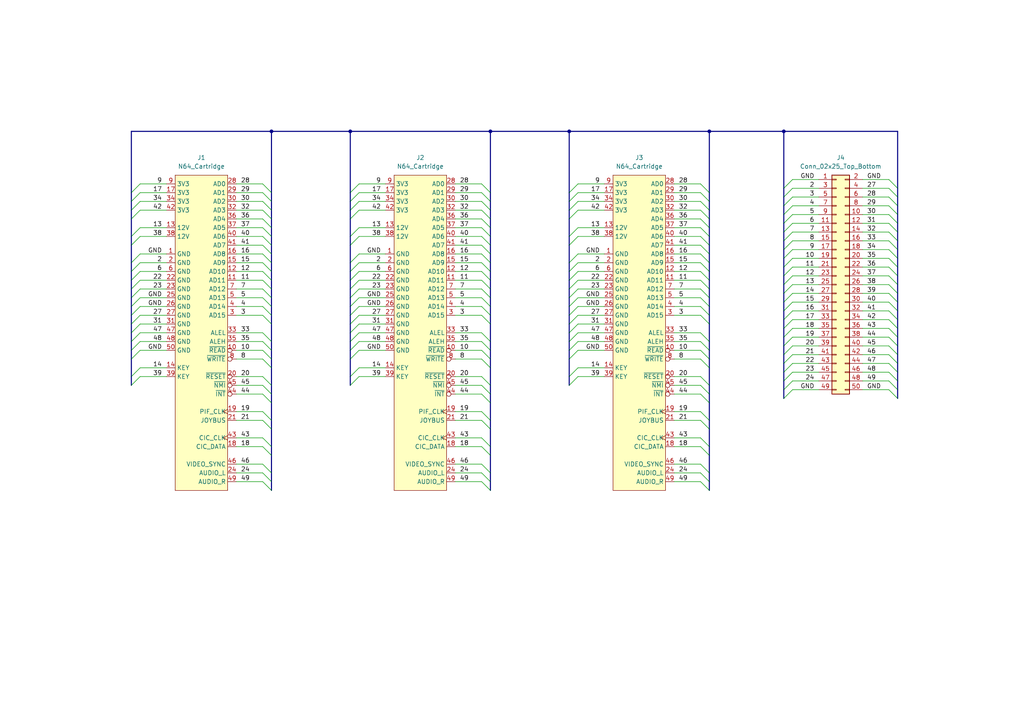
<source format=kicad_sch>
(kicad_sch (version 20211123) (generator eeschema)

  (uuid 537a89c8-00b8-48a2-8564-163333bed543)

  (paper "A4")

  (title_block
    (title "N64 Cartridge splitter board")
    (date "2022-01-02")
    (rev "1")
    (company "Polprzewodnikowy")
  )

  (lib_symbols
    (symbol "Connector_Generic:Conn_02x25_Odd_Even" (pin_names (offset 1.016) hide) (in_bom yes) (on_board yes)
      (property "Reference" "J" (id 0) (at 1.27 33.02 0)
        (effects (font (size 1.27 1.27)))
      )
      (property "Value" "Conn_02x25_Odd_Even" (id 1) (at 1.27 -33.02 0)
        (effects (font (size 1.27 1.27)))
      )
      (property "Footprint" "" (id 2) (at 0 0 0)
        (effects (font (size 1.27 1.27)) hide)
      )
      (property "Datasheet" "~" (id 3) (at 0 0 0)
        (effects (font (size 1.27 1.27)) hide)
      )
      (property "ki_keywords" "connector" (id 4) (at 0 0 0)
        (effects (font (size 1.27 1.27)) hide)
      )
      (property "ki_description" "Generic connector, double row, 02x25, odd/even pin numbering scheme (row 1 odd numbers, row 2 even numbers), script generated (kicad-library-utils/schlib/autogen/connector/)" (id 5) (at 0 0 0)
        (effects (font (size 1.27 1.27)) hide)
      )
      (property "ki_fp_filters" "Connector*:*_2x??_*" (id 6) (at 0 0 0)
        (effects (font (size 1.27 1.27)) hide)
      )
      (symbol "Conn_02x25_Odd_Even_1_1"
        (rectangle (start -1.27 -30.353) (end 0 -30.607)
          (stroke (width 0.1524) (type default) (color 0 0 0 0))
          (fill (type none))
        )
        (rectangle (start -1.27 -27.813) (end 0 -28.067)
          (stroke (width 0.1524) (type default) (color 0 0 0 0))
          (fill (type none))
        )
        (rectangle (start -1.27 -25.273) (end 0 -25.527)
          (stroke (width 0.1524) (type default) (color 0 0 0 0))
          (fill (type none))
        )
        (rectangle (start -1.27 -22.733) (end 0 -22.987)
          (stroke (width 0.1524) (type default) (color 0 0 0 0))
          (fill (type none))
        )
        (rectangle (start -1.27 -20.193) (end 0 -20.447)
          (stroke (width 0.1524) (type default) (color 0 0 0 0))
          (fill (type none))
        )
        (rectangle (start -1.27 -17.653) (end 0 -17.907)
          (stroke (width 0.1524) (type default) (color 0 0 0 0))
          (fill (type none))
        )
        (rectangle (start -1.27 -15.113) (end 0 -15.367)
          (stroke (width 0.1524) (type default) (color 0 0 0 0))
          (fill (type none))
        )
        (rectangle (start -1.27 -12.573) (end 0 -12.827)
          (stroke (width 0.1524) (type default) (color 0 0 0 0))
          (fill (type none))
        )
        (rectangle (start -1.27 -10.033) (end 0 -10.287)
          (stroke (width 0.1524) (type default) (color 0 0 0 0))
          (fill (type none))
        )
        (rectangle (start -1.27 -7.493) (end 0 -7.747)
          (stroke (width 0.1524) (type default) (color 0 0 0 0))
          (fill (type none))
        )
        (rectangle (start -1.27 -4.953) (end 0 -5.207)
          (stroke (width 0.1524) (type default) (color 0 0 0 0))
          (fill (type none))
        )
        (rectangle (start -1.27 -2.413) (end 0 -2.667)
          (stroke (width 0.1524) (type default) (color 0 0 0 0))
          (fill (type none))
        )
        (rectangle (start -1.27 0.127) (end 0 -0.127)
          (stroke (width 0.1524) (type default) (color 0 0 0 0))
          (fill (type none))
        )
        (rectangle (start -1.27 2.667) (end 0 2.413)
          (stroke (width 0.1524) (type default) (color 0 0 0 0))
          (fill (type none))
        )
        (rectangle (start -1.27 5.207) (end 0 4.953)
          (stroke (width 0.1524) (type default) (color 0 0 0 0))
          (fill (type none))
        )
        (rectangle (start -1.27 7.747) (end 0 7.493)
          (stroke (width 0.1524) (type default) (color 0 0 0 0))
          (fill (type none))
        )
        (rectangle (start -1.27 10.287) (end 0 10.033)
          (stroke (width 0.1524) (type default) (color 0 0 0 0))
          (fill (type none))
        )
        (rectangle (start -1.27 12.827) (end 0 12.573)
          (stroke (width 0.1524) (type default) (color 0 0 0 0))
          (fill (type none))
        )
        (rectangle (start -1.27 15.367) (end 0 15.113)
          (stroke (width 0.1524) (type default) (color 0 0 0 0))
          (fill (type none))
        )
        (rectangle (start -1.27 17.907) (end 0 17.653)
          (stroke (width 0.1524) (type default) (color 0 0 0 0))
          (fill (type none))
        )
        (rectangle (start -1.27 20.447) (end 0 20.193)
          (stroke (width 0.1524) (type default) (color 0 0 0 0))
          (fill (type none))
        )
        (rectangle (start -1.27 22.987) (end 0 22.733)
          (stroke (width 0.1524) (type default) (color 0 0 0 0))
          (fill (type none))
        )
        (rectangle (start -1.27 25.527) (end 0 25.273)
          (stroke (width 0.1524) (type default) (color 0 0 0 0))
          (fill (type none))
        )
        (rectangle (start -1.27 28.067) (end 0 27.813)
          (stroke (width 0.1524) (type default) (color 0 0 0 0))
          (fill (type none))
        )
        (rectangle (start -1.27 30.607) (end 0 30.353)
          (stroke (width 0.1524) (type default) (color 0 0 0 0))
          (fill (type none))
        )
        (rectangle (start -1.27 31.75) (end 3.81 -31.75)
          (stroke (width 0.254) (type default) (color 0 0 0 0))
          (fill (type background))
        )
        (rectangle (start 3.81 -30.353) (end 2.54 -30.607)
          (stroke (width 0.1524) (type default) (color 0 0 0 0))
          (fill (type none))
        )
        (rectangle (start 3.81 -27.813) (end 2.54 -28.067)
          (stroke (width 0.1524) (type default) (color 0 0 0 0))
          (fill (type none))
        )
        (rectangle (start 3.81 -25.273) (end 2.54 -25.527)
          (stroke (width 0.1524) (type default) (color 0 0 0 0))
          (fill (type none))
        )
        (rectangle (start 3.81 -22.733) (end 2.54 -22.987)
          (stroke (width 0.1524) (type default) (color 0 0 0 0))
          (fill (type none))
        )
        (rectangle (start 3.81 -20.193) (end 2.54 -20.447)
          (stroke (width 0.1524) (type default) (color 0 0 0 0))
          (fill (type none))
        )
        (rectangle (start 3.81 -17.653) (end 2.54 -17.907)
          (stroke (width 0.1524) (type default) (color 0 0 0 0))
          (fill (type none))
        )
        (rectangle (start 3.81 -15.113) (end 2.54 -15.367)
          (stroke (width 0.1524) (type default) (color 0 0 0 0))
          (fill (type none))
        )
        (rectangle (start 3.81 -12.573) (end 2.54 -12.827)
          (stroke (width 0.1524) (type default) (color 0 0 0 0))
          (fill (type none))
        )
        (rectangle (start 3.81 -10.033) (end 2.54 -10.287)
          (stroke (width 0.1524) (type default) (color 0 0 0 0))
          (fill (type none))
        )
        (rectangle (start 3.81 -7.493) (end 2.54 -7.747)
          (stroke (width 0.1524) (type default) (color 0 0 0 0))
          (fill (type none))
        )
        (rectangle (start 3.81 -4.953) (end 2.54 -5.207)
          (stroke (width 0.1524) (type default) (color 0 0 0 0))
          (fill (type none))
        )
        (rectangle (start 3.81 -2.413) (end 2.54 -2.667)
          (stroke (width 0.1524) (type default) (color 0 0 0 0))
          (fill (type none))
        )
        (rectangle (start 3.81 0.127) (end 2.54 -0.127)
          (stroke (width 0.1524) (type default) (color 0 0 0 0))
          (fill (type none))
        )
        (rectangle (start 3.81 2.667) (end 2.54 2.413)
          (stroke (width 0.1524) (type default) (color 0 0 0 0))
          (fill (type none))
        )
        (rectangle (start 3.81 5.207) (end 2.54 4.953)
          (stroke (width 0.1524) (type default) (color 0 0 0 0))
          (fill (type none))
        )
        (rectangle (start 3.81 7.747) (end 2.54 7.493)
          (stroke (width 0.1524) (type default) (color 0 0 0 0))
          (fill (type none))
        )
        (rectangle (start 3.81 10.287) (end 2.54 10.033)
          (stroke (width 0.1524) (type default) (color 0 0 0 0))
          (fill (type none))
        )
        (rectangle (start 3.81 12.827) (end 2.54 12.573)
          (stroke (width 0.1524) (type default) (color 0 0 0 0))
          (fill (type none))
        )
        (rectangle (start 3.81 15.367) (end 2.54 15.113)
          (stroke (width 0.1524) (type default) (color 0 0 0 0))
          (fill (type none))
        )
        (rectangle (start 3.81 17.907) (end 2.54 17.653)
          (stroke (width 0.1524) (type default) (color 0 0 0 0))
          (fill (type none))
        )
        (rectangle (start 3.81 20.447) (end 2.54 20.193)
          (stroke (width 0.1524) (type default) (color 0 0 0 0))
          (fill (type none))
        )
        (rectangle (start 3.81 22.987) (end 2.54 22.733)
          (stroke (width 0.1524) (type default) (color 0 0 0 0))
          (fill (type none))
        )
        (rectangle (start 3.81 25.527) (end 2.54 25.273)
          (stroke (width 0.1524) (type default) (color 0 0 0 0))
          (fill (type none))
        )
        (rectangle (start 3.81 28.067) (end 2.54 27.813)
          (stroke (width 0.1524) (type default) (color 0 0 0 0))
          (fill (type none))
        )
        (rectangle (start 3.81 30.607) (end 2.54 30.353)
          (stroke (width 0.1524) (type default) (color 0 0 0 0))
          (fill (type none))
        )
        (pin passive line (at -5.08 30.48 0) (length 3.81)
          (name "Pin_1" (effects (font (size 1.27 1.27))))
          (number "1" (effects (font (size 1.27 1.27))))
        )
        (pin passive line (at 7.62 20.32 180) (length 3.81)
          (name "Pin_10" (effects (font (size 1.27 1.27))))
          (number "10" (effects (font (size 1.27 1.27))))
        )
        (pin passive line (at -5.08 17.78 0) (length 3.81)
          (name "Pin_11" (effects (font (size 1.27 1.27))))
          (number "11" (effects (font (size 1.27 1.27))))
        )
        (pin passive line (at 7.62 17.78 180) (length 3.81)
          (name "Pin_12" (effects (font (size 1.27 1.27))))
          (number "12" (effects (font (size 1.27 1.27))))
        )
        (pin passive line (at -5.08 15.24 0) (length 3.81)
          (name "Pin_13" (effects (font (size 1.27 1.27))))
          (number "13" (effects (font (size 1.27 1.27))))
        )
        (pin passive line (at 7.62 15.24 180) (length 3.81)
          (name "Pin_14" (effects (font (size 1.27 1.27))))
          (number "14" (effects (font (size 1.27 1.27))))
        )
        (pin passive line (at -5.08 12.7 0) (length 3.81)
          (name "Pin_15" (effects (font (size 1.27 1.27))))
          (number "15" (effects (font (size 1.27 1.27))))
        )
        (pin passive line (at 7.62 12.7 180) (length 3.81)
          (name "Pin_16" (effects (font (size 1.27 1.27))))
          (number "16" (effects (font (size 1.27 1.27))))
        )
        (pin passive line (at -5.08 10.16 0) (length 3.81)
          (name "Pin_17" (effects (font (size 1.27 1.27))))
          (number "17" (effects (font (size 1.27 1.27))))
        )
        (pin passive line (at 7.62 10.16 180) (length 3.81)
          (name "Pin_18" (effects (font (size 1.27 1.27))))
          (number "18" (effects (font (size 1.27 1.27))))
        )
        (pin passive line (at -5.08 7.62 0) (length 3.81)
          (name "Pin_19" (effects (font (size 1.27 1.27))))
          (number "19" (effects (font (size 1.27 1.27))))
        )
        (pin passive line (at 7.62 30.48 180) (length 3.81)
          (name "Pin_2" (effects (font (size 1.27 1.27))))
          (number "2" (effects (font (size 1.27 1.27))))
        )
        (pin passive line (at 7.62 7.62 180) (length 3.81)
          (name "Pin_20" (effects (font (size 1.27 1.27))))
          (number "20" (effects (font (size 1.27 1.27))))
        )
        (pin passive line (at -5.08 5.08 0) (length 3.81)
          (name "Pin_21" (effects (font (size 1.27 1.27))))
          (number "21" (effects (font (size 1.27 1.27))))
        )
        (pin passive line (at 7.62 5.08 180) (length 3.81)
          (name "Pin_22" (effects (font (size 1.27 1.27))))
          (number "22" (effects (font (size 1.27 1.27))))
        )
        (pin passive line (at -5.08 2.54 0) (length 3.81)
          (name "Pin_23" (effects (font (size 1.27 1.27))))
          (number "23" (effects (font (size 1.27 1.27))))
        )
        (pin passive line (at 7.62 2.54 180) (length 3.81)
          (name "Pin_24" (effects (font (size 1.27 1.27))))
          (number "24" (effects (font (size 1.27 1.27))))
        )
        (pin passive line (at -5.08 0 0) (length 3.81)
          (name "Pin_25" (effects (font (size 1.27 1.27))))
          (number "25" (effects (font (size 1.27 1.27))))
        )
        (pin passive line (at 7.62 0 180) (length 3.81)
          (name "Pin_26" (effects (font (size 1.27 1.27))))
          (number "26" (effects (font (size 1.27 1.27))))
        )
        (pin passive line (at -5.08 -2.54 0) (length 3.81)
          (name "Pin_27" (effects (font (size 1.27 1.27))))
          (number "27" (effects (font (size 1.27 1.27))))
        )
        (pin passive line (at 7.62 -2.54 180) (length 3.81)
          (name "Pin_28" (effects (font (size 1.27 1.27))))
          (number "28" (effects (font (size 1.27 1.27))))
        )
        (pin passive line (at -5.08 -5.08 0) (length 3.81)
          (name "Pin_29" (effects (font (size 1.27 1.27))))
          (number "29" (effects (font (size 1.27 1.27))))
        )
        (pin passive line (at -5.08 27.94 0) (length 3.81)
          (name "Pin_3" (effects (font (size 1.27 1.27))))
          (number "3" (effects (font (size 1.27 1.27))))
        )
        (pin passive line (at 7.62 -5.08 180) (length 3.81)
          (name "Pin_30" (effects (font (size 1.27 1.27))))
          (number "30" (effects (font (size 1.27 1.27))))
        )
        (pin passive line (at -5.08 -7.62 0) (length 3.81)
          (name "Pin_31" (effects (font (size 1.27 1.27))))
          (number "31" (effects (font (size 1.27 1.27))))
        )
        (pin passive line (at 7.62 -7.62 180) (length 3.81)
          (name "Pin_32" (effects (font (size 1.27 1.27))))
          (number "32" (effects (font (size 1.27 1.27))))
        )
        (pin passive line (at -5.08 -10.16 0) (length 3.81)
          (name "Pin_33" (effects (font (size 1.27 1.27))))
          (number "33" (effects (font (size 1.27 1.27))))
        )
        (pin passive line (at 7.62 -10.16 180) (length 3.81)
          (name "Pin_34" (effects (font (size 1.27 1.27))))
          (number "34" (effects (font (size 1.27 1.27))))
        )
        (pin passive line (at -5.08 -12.7 0) (length 3.81)
          (name "Pin_35" (effects (font (size 1.27 1.27))))
          (number "35" (effects (font (size 1.27 1.27))))
        )
        (pin passive line (at 7.62 -12.7 180) (length 3.81)
          (name "Pin_36" (effects (font (size 1.27 1.27))))
          (number "36" (effects (font (size 1.27 1.27))))
        )
        (pin passive line (at -5.08 -15.24 0) (length 3.81)
          (name "Pin_37" (effects (font (size 1.27 1.27))))
          (number "37" (effects (font (size 1.27 1.27))))
        )
        (pin passive line (at 7.62 -15.24 180) (length 3.81)
          (name "Pin_38" (effects (font (size 1.27 1.27))))
          (number "38" (effects (font (size 1.27 1.27))))
        )
        (pin passive line (at -5.08 -17.78 0) (length 3.81)
          (name "Pin_39" (effects (font (size 1.27 1.27))))
          (number "39" (effects (font (size 1.27 1.27))))
        )
        (pin passive line (at 7.62 27.94 180) (length 3.81)
          (name "Pin_4" (effects (font (size 1.27 1.27))))
          (number "4" (effects (font (size 1.27 1.27))))
        )
        (pin passive line (at 7.62 -17.78 180) (length 3.81)
          (name "Pin_40" (effects (font (size 1.27 1.27))))
          (number "40" (effects (font (size 1.27 1.27))))
        )
        (pin passive line (at -5.08 -20.32 0) (length 3.81)
          (name "Pin_41" (effects (font (size 1.27 1.27))))
          (number "41" (effects (font (size 1.27 1.27))))
        )
        (pin passive line (at 7.62 -20.32 180) (length 3.81)
          (name "Pin_42" (effects (font (size 1.27 1.27))))
          (number "42" (effects (font (size 1.27 1.27))))
        )
        (pin passive line (at -5.08 -22.86 0) (length 3.81)
          (name "Pin_43" (effects (font (size 1.27 1.27))))
          (number "43" (effects (font (size 1.27 1.27))))
        )
        (pin passive line (at 7.62 -22.86 180) (length 3.81)
          (name "Pin_44" (effects (font (size 1.27 1.27))))
          (number "44" (effects (font (size 1.27 1.27))))
        )
        (pin passive line (at -5.08 -25.4 0) (length 3.81)
          (name "Pin_45" (effects (font (size 1.27 1.27))))
          (number "45" (effects (font (size 1.27 1.27))))
        )
        (pin passive line (at 7.62 -25.4 180) (length 3.81)
          (name "Pin_46" (effects (font (size 1.27 1.27))))
          (number "46" (effects (font (size 1.27 1.27))))
        )
        (pin passive line (at -5.08 -27.94 0) (length 3.81)
          (name "Pin_47" (effects (font (size 1.27 1.27))))
          (number "47" (effects (font (size 1.27 1.27))))
        )
        (pin passive line (at 7.62 -27.94 180) (length 3.81)
          (name "Pin_48" (effects (font (size 1.27 1.27))))
          (number "48" (effects (font (size 1.27 1.27))))
        )
        (pin passive line (at -5.08 -30.48 0) (length 3.81)
          (name "Pin_49" (effects (font (size 1.27 1.27))))
          (number "49" (effects (font (size 1.27 1.27))))
        )
        (pin passive line (at -5.08 25.4 0) (length 3.81)
          (name "Pin_5" (effects (font (size 1.27 1.27))))
          (number "5" (effects (font (size 1.27 1.27))))
        )
        (pin passive line (at 7.62 -30.48 180) (length 3.81)
          (name "Pin_50" (effects (font (size 1.27 1.27))))
          (number "50" (effects (font (size 1.27 1.27))))
        )
        (pin passive line (at 7.62 25.4 180) (length 3.81)
          (name "Pin_6" (effects (font (size 1.27 1.27))))
          (number "6" (effects (font (size 1.27 1.27))))
        )
        (pin passive line (at -5.08 22.86 0) (length 3.81)
          (name "Pin_7" (effects (font (size 1.27 1.27))))
          (number "7" (effects (font (size 1.27 1.27))))
        )
        (pin passive line (at 7.62 22.86 180) (length 3.81)
          (name "Pin_8" (effects (font (size 1.27 1.27))))
          (number "8" (effects (font (size 1.27 1.27))))
        )
        (pin passive line (at -5.08 20.32 0) (length 3.81)
          (name "Pin_9" (effects (font (size 1.27 1.27))))
          (number "9" (effects (font (size 1.27 1.27))))
        )
      )
    )
    (symbol "Polprzewodnikowy:N64_Cartridge" (in_bom yes) (on_board yes)
      (property "Reference" "J" (id 0) (at -7.62 62.23 0)
        (effects (font (size 1.27 1.27)) (justify left bottom))
      )
      (property "Value" "N64_Cartridge" (id 1) (at -7.62 64.77 0)
        (effects (font (size 1.27 1.27)) (justify left bottom))
      )
      (property "Footprint" "" (id 2) (at 0 26.67 0)
        (effects (font (size 1.27 1.27)) hide)
      )
      (property "Datasheet" "" (id 3) (at 0 26.67 0)
        (effects (font (size 1.27 1.27)) hide)
      )
      (symbol "N64_Cartridge_0_1"
        (rectangle (start -7.62 60.96) (end 7.62 -30.48)
          (stroke (width 0) (type default) (color 0 0 0 0))
          (fill (type background))
        )
      )
      (symbol "N64_Cartridge_1_1"
        (pin power_out line (at -10.16 38.1 0) (length 2.54)
          (name "GND" (effects (font (size 1.27 1.27))))
          (number "1" (effects (font (size 1.27 1.27))))
        )
        (pin output inverted (at 10.16 10.16 180) (length 2.54)
          (name "~{READ}" (effects (font (size 1.27 1.27))))
          (number "10" (effects (font (size 1.27 1.27))))
        )
        (pin bidirectional line (at 10.16 30.48 180) (length 2.54)
          (name "AD11" (effects (font (size 1.27 1.27))))
          (number "11" (effects (font (size 1.27 1.27))))
        )
        (pin bidirectional line (at 10.16 33.02 180) (length 2.54)
          (name "AD10" (effects (font (size 1.27 1.27))))
          (number "12" (effects (font (size 1.27 1.27))))
        )
        (pin power_out line (at -10.16 45.72 0) (length 2.54)
          (name "12V" (effects (font (size 1.27 1.27))))
          (number "13" (effects (font (size 1.27 1.27))))
        )
        (pin bidirectional line (at -10.16 5.08 0) (length 2.54)
          (name "KEY" (effects (font (size 1.27 1.27))))
          (number "14" (effects (font (size 1.27 1.27))))
        )
        (pin bidirectional line (at 10.16 35.56 180) (length 2.54)
          (name "AD9" (effects (font (size 1.27 1.27))))
          (number "15" (effects (font (size 1.27 1.27))))
        )
        (pin bidirectional line (at 10.16 38.1 180) (length 2.54)
          (name "AD8" (effects (font (size 1.27 1.27))))
          (number "16" (effects (font (size 1.27 1.27))))
        )
        (pin power_out line (at -10.16 55.88 0) (length 2.54)
          (name "3V3" (effects (font (size 1.27 1.27))))
          (number "17" (effects (font (size 1.27 1.27))))
        )
        (pin bidirectional line (at 10.16 -17.78 180) (length 2.54)
          (name "CIC_DATA" (effects (font (size 1.27 1.27))))
          (number "18" (effects (font (size 1.27 1.27))))
        )
        (pin output clock (at 10.16 -7.62 180) (length 2.54)
          (name "PIF_CLK" (effects (font (size 1.27 1.27))))
          (number "19" (effects (font (size 1.27 1.27))))
        )
        (pin power_out line (at -10.16 35.56 0) (length 2.54)
          (name "GND" (effects (font (size 1.27 1.27))))
          (number "2" (effects (font (size 1.27 1.27))))
        )
        (pin output inverted (at 10.16 2.54 180) (length 2.54)
          (name "~{RESET}" (effects (font (size 1.27 1.27))))
          (number "20" (effects (font (size 1.27 1.27))))
        )
        (pin bidirectional line (at 10.16 -10.16 180) (length 2.54)
          (name "JOYBUS" (effects (font (size 1.27 1.27))))
          (number "21" (effects (font (size 1.27 1.27))))
        )
        (pin power_out line (at -10.16 30.48 0) (length 2.54)
          (name "GND" (effects (font (size 1.27 1.27))))
          (number "22" (effects (font (size 1.27 1.27))))
        )
        (pin power_out line (at -10.16 27.94 0) (length 2.54)
          (name "GND" (effects (font (size 1.27 1.27))))
          (number "23" (effects (font (size 1.27 1.27))))
        )
        (pin input line (at 10.16 -25.4 180) (length 2.54)
          (name "AUDIO_L" (effects (font (size 1.27 1.27))))
          (number "24" (effects (font (size 1.27 1.27))))
        )
        (pin power_out line (at -10.16 25.4 0) (length 2.54)
          (name "GND" (effects (font (size 1.27 1.27))))
          (number "25" (effects (font (size 1.27 1.27))))
        )
        (pin power_out line (at -10.16 22.86 0) (length 2.54)
          (name "GND" (effects (font (size 1.27 1.27))))
          (number "26" (effects (font (size 1.27 1.27))))
        )
        (pin power_out line (at -10.16 20.32 0) (length 2.54)
          (name "GND" (effects (font (size 1.27 1.27))))
          (number "27" (effects (font (size 1.27 1.27))))
        )
        (pin bidirectional line (at 10.16 58.42 180) (length 2.54)
          (name "AD0" (effects (font (size 1.27 1.27))))
          (number "28" (effects (font (size 1.27 1.27))))
        )
        (pin bidirectional line (at 10.16 55.88 180) (length 2.54)
          (name "AD1" (effects (font (size 1.27 1.27))))
          (number "29" (effects (font (size 1.27 1.27))))
        )
        (pin bidirectional line (at 10.16 20.32 180) (length 2.54)
          (name "AD15" (effects (font (size 1.27 1.27))))
          (number "3" (effects (font (size 1.27 1.27))))
        )
        (pin bidirectional line (at 10.16 53.34 180) (length 2.54)
          (name "AD2" (effects (font (size 1.27 1.27))))
          (number "30" (effects (font (size 1.27 1.27))))
        )
        (pin power_out line (at -10.16 17.78 0) (length 2.54)
          (name "GND" (effects (font (size 1.27 1.27))))
          (number "31" (effects (font (size 1.27 1.27))))
        )
        (pin bidirectional line (at 10.16 50.8 180) (length 2.54)
          (name "AD3" (effects (font (size 1.27 1.27))))
          (number "32" (effects (font (size 1.27 1.27))))
        )
        (pin output line (at 10.16 15.24 180) (length 2.54)
          (name "ALEL" (effects (font (size 1.27 1.27))))
          (number "33" (effects (font (size 1.27 1.27))))
        )
        (pin power_out line (at -10.16 53.34 0) (length 2.54)
          (name "3V3" (effects (font (size 1.27 1.27))))
          (number "34" (effects (font (size 1.27 1.27))))
        )
        (pin output line (at 10.16 12.7 180) (length 2.54)
          (name "ALEH" (effects (font (size 1.27 1.27))))
          (number "35" (effects (font (size 1.27 1.27))))
        )
        (pin bidirectional line (at 10.16 48.26 180) (length 2.54)
          (name "AD4" (effects (font (size 1.27 1.27))))
          (number "36" (effects (font (size 1.27 1.27))))
        )
        (pin bidirectional line (at 10.16 45.72 180) (length 2.54)
          (name "AD5" (effects (font (size 1.27 1.27))))
          (number "37" (effects (font (size 1.27 1.27))))
        )
        (pin power_out line (at -10.16 43.18 0) (length 2.54)
          (name "12V" (effects (font (size 1.27 1.27))))
          (number "38" (effects (font (size 1.27 1.27))))
        )
        (pin bidirectional line (at -10.16 2.54 0) (length 2.54)
          (name "KEY" (effects (font (size 1.27 1.27))))
          (number "39" (effects (font (size 1.27 1.27))))
        )
        (pin bidirectional line (at 10.16 22.86 180) (length 2.54)
          (name "AD14" (effects (font (size 1.27 1.27))))
          (number "4" (effects (font (size 1.27 1.27))))
        )
        (pin bidirectional line (at 10.16 43.18 180) (length 2.54)
          (name "AD6" (effects (font (size 1.27 1.27))))
          (number "40" (effects (font (size 1.27 1.27))))
        )
        (pin bidirectional line (at 10.16 40.64 180) (length 2.54)
          (name "AD7" (effects (font (size 1.27 1.27))))
          (number "41" (effects (font (size 1.27 1.27))))
        )
        (pin power_out line (at -10.16 50.8 0) (length 2.54)
          (name "3V3" (effects (font (size 1.27 1.27))))
          (number "42" (effects (font (size 1.27 1.27))))
        )
        (pin output clock (at 10.16 -15.24 180) (length 2.54)
          (name "CIC_CLK" (effects (font (size 1.27 1.27))))
          (number "43" (effects (font (size 1.27 1.27))))
        )
        (pin output inverted (at 10.16 -2.54 180) (length 2.54)
          (name "~{INT}" (effects (font (size 1.27 1.27))))
          (number "44" (effects (font (size 1.27 1.27))))
        )
        (pin output inverted (at 10.16 0 180) (length 2.54)
          (name "~{NMI}" (effects (font (size 1.27 1.27))))
          (number "45" (effects (font (size 1.27 1.27))))
        )
        (pin output line (at 10.16 -22.86 180) (length 2.54)
          (name "VIDEO_SYNC" (effects (font (size 1.27 1.27))))
          (number "46" (effects (font (size 1.27 1.27))))
        )
        (pin power_out line (at -10.16 15.24 0) (length 2.54)
          (name "GND" (effects (font (size 1.27 1.27))))
          (number "47" (effects (font (size 1.27 1.27))))
        )
        (pin power_out line (at -10.16 12.7 0) (length 2.54)
          (name "GND" (effects (font (size 1.27 1.27))))
          (number "48" (effects (font (size 1.27 1.27))))
        )
        (pin input line (at 10.16 -27.94 180) (length 2.54)
          (name "AUDIO_R" (effects (font (size 1.27 1.27))))
          (number "49" (effects (font (size 1.27 1.27))))
        )
        (pin bidirectional line (at 10.16 25.4 180) (length 2.54)
          (name "AD13" (effects (font (size 1.27 1.27))))
          (number "5" (effects (font (size 1.27 1.27))))
        )
        (pin power_out line (at -10.16 10.16 0) (length 2.54)
          (name "GND" (effects (font (size 1.27 1.27))))
          (number "50" (effects (font (size 1.27 1.27))))
        )
        (pin power_out line (at -10.16 33.02 0) (length 2.54)
          (name "GND" (effects (font (size 1.27 1.27))))
          (number "6" (effects (font (size 1.27 1.27))))
        )
        (pin bidirectional line (at 10.16 27.94 180) (length 2.54)
          (name "AD12" (effects (font (size 1.27 1.27))))
          (number "7" (effects (font (size 1.27 1.27))))
        )
        (pin output inverted (at 10.16 7.62 180) (length 2.54)
          (name "~{WRITE}" (effects (font (size 1.27 1.27))))
          (number "8" (effects (font (size 1.27 1.27))))
        )
        (pin power_out line (at -10.16 58.42 0) (length 2.54)
          (name "3V3" (effects (font (size 1.27 1.27))))
          (number "9" (effects (font (size 1.27 1.27))))
        )
      )
    )
  )

  (junction (at 165.1 38.1) (diameter 0) (color 0 0 0 0)
    (uuid 0f3f599d-7b96-4bc7-b29e-801e13c0a95b)
  )
  (junction (at 205.74 38.1) (diameter 0) (color 0 0 0 0)
    (uuid 135f8e46-3647-446e-983d-ca74361cba41)
  )
  (junction (at 101.6 38.1) (diameter 0) (color 0 0 0 0)
    (uuid 47114f1d-9532-4717-938a-a9c9a78fcda2)
  )
  (junction (at 142.24 38.1) (diameter 0) (color 0 0 0 0)
    (uuid 862cd59a-2451-440d-b853-4aefbbb15454)
  )
  (junction (at 227.33 38.1) (diameter 0) (color 0 0 0 0)
    (uuid a00166b8-fc81-42a3-bb91-ca14ffd2f815)
  )
  (junction (at 78.74 38.1) (diameter 0) (color 0 0 0 0)
    (uuid d771b86c-fc2e-4ca0-a6ca-f47bd8580903)
  )

  (bus_entry (at 203.2 73.66) (size 2.54 2.54)
    (stroke (width 0) (type default) (color 0 0 0 0))
    (uuid 02f07f9a-f284-4d56-bcc3-478bd546e584)
  )
  (bus_entry (at 165.1 68.58) (size 2.54 -2.54)
    (stroke (width 0) (type default) (color 0 0 0 0))
    (uuid 06444eb9-0c8e-4081-9ad1-f60c8c5a877b)
  )
  (bus_entry (at 38.1 109.22) (size 2.54 -2.54)
    (stroke (width 0) (type default) (color 0 0 0 0))
    (uuid 0a669d52-bc70-4122-a9a5-d3d58267d97c)
  )
  (bus_entry (at 101.6 111.76) (size 2.54 -2.54)
    (stroke (width 0) (type default) (color 0 0 0 0))
    (uuid 0c5297a9-41d0-4223-b152-7bff564be51e)
  )
  (bus_entry (at 101.6 109.22) (size 2.54 -2.54)
    (stroke (width 0) (type default) (color 0 0 0 0))
    (uuid 0c5297a9-41d0-4223-b152-7bff564be51e)
  )
  (bus_entry (at 101.6 104.14) (size 2.54 -2.54)
    (stroke (width 0) (type default) (color 0 0 0 0))
    (uuid 0c5297a9-41d0-4223-b152-7bff564be51e)
  )
  (bus_entry (at 101.6 101.6) (size 2.54 -2.54)
    (stroke (width 0) (type default) (color 0 0 0 0))
    (uuid 0c5297a9-41d0-4223-b152-7bff564be51e)
  )
  (bus_entry (at 101.6 99.06) (size 2.54 -2.54)
    (stroke (width 0) (type default) (color 0 0 0 0))
    (uuid 0c5297a9-41d0-4223-b152-7bff564be51e)
  )
  (bus_entry (at 101.6 96.52) (size 2.54 -2.54)
    (stroke (width 0) (type default) (color 0 0 0 0))
    (uuid 0c5297a9-41d0-4223-b152-7bff564be51e)
  )
  (bus_entry (at 101.6 93.98) (size 2.54 -2.54)
    (stroke (width 0) (type default) (color 0 0 0 0))
    (uuid 0c5297a9-41d0-4223-b152-7bff564be51e)
  )
  (bus_entry (at 101.6 91.44) (size 2.54 -2.54)
    (stroke (width 0) (type default) (color 0 0 0 0))
    (uuid 0c5297a9-41d0-4223-b152-7bff564be51e)
  )
  (bus_entry (at 101.6 88.9) (size 2.54 -2.54)
    (stroke (width 0) (type default) (color 0 0 0 0))
    (uuid 0c5297a9-41d0-4223-b152-7bff564be51e)
  )
  (bus_entry (at 101.6 86.36) (size 2.54 -2.54)
    (stroke (width 0) (type default) (color 0 0 0 0))
    (uuid 0c5297a9-41d0-4223-b152-7bff564be51e)
  )
  (bus_entry (at 101.6 83.82) (size 2.54 -2.54)
    (stroke (width 0) (type default) (color 0 0 0 0))
    (uuid 0c5297a9-41d0-4223-b152-7bff564be51e)
  )
  (bus_entry (at 165.1 58.42) (size 2.54 -2.54)
    (stroke (width 0) (type default) (color 0 0 0 0))
    (uuid 0e20525a-06fa-48b8-bf0f-432effb56b66)
  )
  (bus_entry (at 203.2 83.82) (size 2.54 2.54)
    (stroke (width 0) (type default) (color 0 0 0 0))
    (uuid 13be7fdb-737a-4e60-8e42-414274e642c7)
  )
  (bus_entry (at 76.2 53.34) (size 2.54 2.54)
    (stroke (width 0) (type default) (color 0 0 0 0))
    (uuid 15a7c029-3760-4602-8869-8325c9b66bdd)
  )
  (bus_entry (at 165.1 55.88) (size 2.54 -2.54)
    (stroke (width 0) (type default) (color 0 0 0 0))
    (uuid 16a589e3-c289-4a4e-a55d-1760f3f67eac)
  )
  (bus_entry (at 203.2 101.6) (size 2.54 2.54)
    (stroke (width 0) (type default) (color 0 0 0 0))
    (uuid 1b82c90c-8eb2-4d7e-90bd-08ff4ac0d81b)
  )
  (bus_entry (at 165.1 63.5) (size 2.54 -2.54)
    (stroke (width 0) (type default) (color 0 0 0 0))
    (uuid 1b9ace1d-f0a2-4a74-9c78-2fc3233b8a46)
  )
  (bus_entry (at 165.1 91.44) (size 2.54 -2.54)
    (stroke (width 0) (type default) (color 0 0 0 0))
    (uuid 1f047367-e024-4678-87b5-2acc73cfa03f)
  )
  (bus_entry (at 38.1 99.06) (size 2.54 -2.54)
    (stroke (width 0) (type default) (color 0 0 0 0))
    (uuid 2013ef49-ae9d-48ff-8afb-5bcf0f976a6c)
  )
  (bus_entry (at 76.2 111.76) (size 2.54 2.54)
    (stroke (width 0) (type default) (color 0 0 0 0))
    (uuid 20314813-5c8d-4d18-b702-af6dc7952da3)
  )
  (bus_entry (at 76.2 60.96) (size 2.54 2.54)
    (stroke (width 0) (type default) (color 0 0 0 0))
    (uuid 223d5c53-10c6-45d6-a21f-e8ca0e1564ff)
  )
  (bus_entry (at 76.2 88.9) (size 2.54 2.54)
    (stroke (width 0) (type default) (color 0 0 0 0))
    (uuid 2db6033d-ecc8-4a81-a834-2b3aae8111e7)
  )
  (bus_entry (at 76.2 137.16) (size 2.54 2.54)
    (stroke (width 0) (type default) (color 0 0 0 0))
    (uuid 3002f756-6ca7-4d46-8de4-9b4fe41949e4)
  )
  (bus_entry (at 139.7 81.28) (size 2.54 2.54)
    (stroke (width 0) (type default) (color 0 0 0 0))
    (uuid 302449d9-fd2e-45e0-8d28-42d0a74e18e2)
  )
  (bus_entry (at 139.7 78.74) (size 2.54 2.54)
    (stroke (width 0) (type default) (color 0 0 0 0))
    (uuid 302449d9-fd2e-45e0-8d28-42d0a74e18e2)
  )
  (bus_entry (at 139.7 76.2) (size 2.54 2.54)
    (stroke (width 0) (type default) (color 0 0 0 0))
    (uuid 302449d9-fd2e-45e0-8d28-42d0a74e18e2)
  )
  (bus_entry (at 139.7 73.66) (size 2.54 2.54)
    (stroke (width 0) (type default) (color 0 0 0 0))
    (uuid 302449d9-fd2e-45e0-8d28-42d0a74e18e2)
  )
  (bus_entry (at 139.7 71.12) (size 2.54 2.54)
    (stroke (width 0) (type default) (color 0 0 0 0))
    (uuid 302449d9-fd2e-45e0-8d28-42d0a74e18e2)
  )
  (bus_entry (at 139.7 68.58) (size 2.54 2.54)
    (stroke (width 0) (type default) (color 0 0 0 0))
    (uuid 302449d9-fd2e-45e0-8d28-42d0a74e18e2)
  )
  (bus_entry (at 139.7 91.44) (size 2.54 2.54)
    (stroke (width 0) (type default) (color 0 0 0 0))
    (uuid 302449d9-fd2e-45e0-8d28-42d0a74e18e2)
  )
  (bus_entry (at 139.7 96.52) (size 2.54 2.54)
    (stroke (width 0) (type default) (color 0 0 0 0))
    (uuid 302449d9-fd2e-45e0-8d28-42d0a74e18e2)
  )
  (bus_entry (at 139.7 86.36) (size 2.54 2.54)
    (stroke (width 0) (type default) (color 0 0 0 0))
    (uuid 302449d9-fd2e-45e0-8d28-42d0a74e18e2)
  )
  (bus_entry (at 139.7 83.82) (size 2.54 2.54)
    (stroke (width 0) (type default) (color 0 0 0 0))
    (uuid 302449d9-fd2e-45e0-8d28-42d0a74e18e2)
  )
  (bus_entry (at 139.7 88.9) (size 2.54 2.54)
    (stroke (width 0) (type default) (color 0 0 0 0))
    (uuid 302449d9-fd2e-45e0-8d28-42d0a74e18e2)
  )
  (bus_entry (at 139.7 134.62) (size 2.54 2.54)
    (stroke (width 0) (type default) (color 0 0 0 0))
    (uuid 302449d9-fd2e-45e0-8d28-42d0a74e18e2)
  )
  (bus_entry (at 139.7 129.54) (size 2.54 2.54)
    (stroke (width 0) (type default) (color 0 0 0 0))
    (uuid 302449d9-fd2e-45e0-8d28-42d0a74e18e2)
  )
  (bus_entry (at 139.7 139.7) (size 2.54 2.54)
    (stroke (width 0) (type default) (color 0 0 0 0))
    (uuid 302449d9-fd2e-45e0-8d28-42d0a74e18e2)
  )
  (bus_entry (at 139.7 137.16) (size 2.54 2.54)
    (stroke (width 0) (type default) (color 0 0 0 0))
    (uuid 302449d9-fd2e-45e0-8d28-42d0a74e18e2)
  )
  (bus_entry (at 139.7 127) (size 2.54 2.54)
    (stroke (width 0) (type default) (color 0 0 0 0))
    (uuid 302449d9-fd2e-45e0-8d28-42d0a74e18e2)
  )
  (bus_entry (at 139.7 121.92) (size 2.54 2.54)
    (stroke (width 0) (type default) (color 0 0 0 0))
    (uuid 302449d9-fd2e-45e0-8d28-42d0a74e18e2)
  )
  (bus_entry (at 139.7 114.3) (size 2.54 2.54)
    (stroke (width 0) (type default) (color 0 0 0 0))
    (uuid 302449d9-fd2e-45e0-8d28-42d0a74e18e2)
  )
  (bus_entry (at 139.7 111.76) (size 2.54 2.54)
    (stroke (width 0) (type default) (color 0 0 0 0))
    (uuid 302449d9-fd2e-45e0-8d28-42d0a74e18e2)
  )
  (bus_entry (at 139.7 109.22) (size 2.54 2.54)
    (stroke (width 0) (type default) (color 0 0 0 0))
    (uuid 302449d9-fd2e-45e0-8d28-42d0a74e18e2)
  )
  (bus_entry (at 139.7 104.14) (size 2.54 2.54)
    (stroke (width 0) (type default) (color 0 0 0 0))
    (uuid 302449d9-fd2e-45e0-8d28-42d0a74e18e2)
  )
  (bus_entry (at 139.7 101.6) (size 2.54 2.54)
    (stroke (width 0) (type default) (color 0 0 0 0))
    (uuid 302449d9-fd2e-45e0-8d28-42d0a74e18e2)
  )
  (bus_entry (at 139.7 99.06) (size 2.54 2.54)
    (stroke (width 0) (type default) (color 0 0 0 0))
    (uuid 302449d9-fd2e-45e0-8d28-42d0a74e18e2)
  )
  (bus_entry (at 139.7 119.38) (size 2.54 2.54)
    (stroke (width 0) (type default) (color 0 0 0 0))
    (uuid 302449d9-fd2e-45e0-8d28-42d0a74e18e2)
  )
  (bus_entry (at 139.7 66.04) (size 2.54 2.54)
    (stroke (width 0) (type default) (color 0 0 0 0))
    (uuid 302449d9-fd2e-45e0-8d28-42d0a74e18e2)
  )
  (bus_entry (at 139.7 63.5) (size 2.54 2.54)
    (stroke (width 0) (type default) (color 0 0 0 0))
    (uuid 302449d9-fd2e-45e0-8d28-42d0a74e18e2)
  )
  (bus_entry (at 139.7 60.96) (size 2.54 2.54)
    (stroke (width 0) (type default) (color 0 0 0 0))
    (uuid 302449d9-fd2e-45e0-8d28-42d0a74e18e2)
  )
  (bus_entry (at 139.7 58.42) (size 2.54 2.54)
    (stroke (width 0) (type default) (color 0 0 0 0))
    (uuid 302449d9-fd2e-45e0-8d28-42d0a74e18e2)
  )
  (bus_entry (at 139.7 55.88) (size 2.54 2.54)
    (stroke (width 0) (type default) (color 0 0 0 0))
    (uuid 302449d9-fd2e-45e0-8d28-42d0a74e18e2)
  )
  (bus_entry (at 139.7 53.34) (size 2.54 2.54)
    (stroke (width 0) (type default) (color 0 0 0 0))
    (uuid 302449d9-fd2e-45e0-8d28-42d0a74e18e2)
  )
  (bus_entry (at 227.33 54.61) (size 2.54 -2.54)
    (stroke (width 0) (type default) (color 0 0 0 0))
    (uuid 302449d9-fd2e-45e0-8d28-42d0a74e18e2)
  )
  (bus_entry (at 257.81 52.07) (size 2.54 2.54)
    (stroke (width 0) (type default) (color 0 0 0 0))
    (uuid 302449d9-fd2e-45e0-8d28-42d0a74e18e2)
  )
  (bus_entry (at 38.1 96.52) (size 2.54 -2.54)
    (stroke (width 0) (type default) (color 0 0 0 0))
    (uuid 31c959da-6c41-4ef2-ad38-5700f02fa210)
  )
  (bus_entry (at 257.81 113.03) (size 2.54 2.54)
    (stroke (width 0) (type default) (color 0 0 0 0))
    (uuid 3707a6d9-d760-455f-bd2b-5bd4fc03ccba)
  )
  (bus_entry (at 257.81 110.49) (size 2.54 2.54)
    (stroke (width 0) (type default) (color 0 0 0 0))
    (uuid 3707a6d9-d760-455f-bd2b-5bd4fc03ccba)
  )
  (bus_entry (at 257.81 80.01) (size 2.54 2.54)
    (stroke (width 0) (type default) (color 0 0 0 0))
    (uuid 3707a6d9-d760-455f-bd2b-5bd4fc03ccba)
  )
  (bus_entry (at 257.81 82.55) (size 2.54 2.54)
    (stroke (width 0) (type default) (color 0 0 0 0))
    (uuid 3707a6d9-d760-455f-bd2b-5bd4fc03ccba)
  )
  (bus_entry (at 257.81 87.63) (size 2.54 2.54)
    (stroke (width 0) (type default) (color 0 0 0 0))
    (uuid 3707a6d9-d760-455f-bd2b-5bd4fc03ccba)
  )
  (bus_entry (at 257.81 85.09) (size 2.54 2.54)
    (stroke (width 0) (type default) (color 0 0 0 0))
    (uuid 3707a6d9-d760-455f-bd2b-5bd4fc03ccba)
  )
  (bus_entry (at 257.81 90.17) (size 2.54 2.54)
    (stroke (width 0) (type default) (color 0 0 0 0))
    (uuid 3707a6d9-d760-455f-bd2b-5bd4fc03ccba)
  )
  (bus_entry (at 257.81 92.71) (size 2.54 2.54)
    (stroke (width 0) (type default) (color 0 0 0 0))
    (uuid 3707a6d9-d760-455f-bd2b-5bd4fc03ccba)
  )
  (bus_entry (at 257.81 95.25) (size 2.54 2.54)
    (stroke (width 0) (type default) (color 0 0 0 0))
    (uuid 3707a6d9-d760-455f-bd2b-5bd4fc03ccba)
  )
  (bus_entry (at 257.81 97.79) (size 2.54 2.54)
    (stroke (width 0) (type default) (color 0 0 0 0))
    (uuid 3707a6d9-d760-455f-bd2b-5bd4fc03ccba)
  )
  (bus_entry (at 257.81 102.87) (size 2.54 2.54)
    (stroke (width 0) (type default) (color 0 0 0 0))
    (uuid 3707a6d9-d760-455f-bd2b-5bd4fc03ccba)
  )
  (bus_entry (at 257.81 107.95) (size 2.54 2.54)
    (stroke (width 0) (type default) (color 0 0 0 0))
    (uuid 3707a6d9-d760-455f-bd2b-5bd4fc03ccba)
  )
  (bus_entry (at 257.81 105.41) (size 2.54 2.54)
    (stroke (width 0) (type default) (color 0 0 0 0))
    (uuid 3707a6d9-d760-455f-bd2b-5bd4fc03ccba)
  )
  (bus_entry (at 257.81 69.85) (size 2.54 2.54)
    (stroke (width 0) (type default) (color 0 0 0 0))
    (uuid 3707a6d9-d760-455f-bd2b-5bd4fc03ccba)
  )
  (bus_entry (at 257.81 72.39) (size 2.54 2.54)
    (stroke (width 0) (type default) (color 0 0 0 0))
    (uuid 3707a6d9-d760-455f-bd2b-5bd4fc03ccba)
  )
  (bus_entry (at 257.81 74.93) (size 2.54 2.54)
    (stroke (width 0) (type default) (color 0 0 0 0))
    (uuid 3707a6d9-d760-455f-bd2b-5bd4fc03ccba)
  )
  (bus_entry (at 257.81 77.47) (size 2.54 2.54)
    (stroke (width 0) (type default) (color 0 0 0 0))
    (uuid 3707a6d9-d760-455f-bd2b-5bd4fc03ccba)
  )
  (bus_entry (at 257.81 59.69) (size 2.54 2.54)
    (stroke (width 0) (type default) (color 0 0 0 0))
    (uuid 3707a6d9-d760-455f-bd2b-5bd4fc03ccba)
  )
  (bus_entry (at 257.81 62.23) (size 2.54 2.54)
    (stroke (width 0) (type default) (color 0 0 0 0))
    (uuid 3707a6d9-d760-455f-bd2b-5bd4fc03ccba)
  )
  (bus_entry (at 257.81 67.31) (size 2.54 2.54)
    (stroke (width 0) (type default) (color 0 0 0 0))
    (uuid 3707a6d9-d760-455f-bd2b-5bd4fc03ccba)
  )
  (bus_entry (at 257.81 64.77) (size 2.54 2.54)
    (stroke (width 0) (type default) (color 0 0 0 0))
    (uuid 3707a6d9-d760-455f-bd2b-5bd4fc03ccba)
  )
  (bus_entry (at 257.81 100.33) (size 2.54 2.54)
    (stroke (width 0) (type default) (color 0 0 0 0))
    (uuid 3707a6d9-d760-455f-bd2b-5bd4fc03ccba)
  )
  (bus_entry (at 257.81 54.61) (size 2.54 2.54)
    (stroke (width 0) (type default) (color 0 0 0 0))
    (uuid 3707a6d9-d760-455f-bd2b-5bd4fc03ccba)
  )
  (bus_entry (at 257.81 57.15) (size 2.54 2.54)
    (stroke (width 0) (type default) (color 0 0 0 0))
    (uuid 3707a6d9-d760-455f-bd2b-5bd4fc03ccba)
  )
  (bus_entry (at 203.2 63.5) (size 2.54 2.54)
    (stroke (width 0) (type default) (color 0 0 0 0))
    (uuid 38c85cc3-5db9-401d-b589-2a3f3e3a7069)
  )
  (bus_entry (at 203.2 119.38) (size 2.54 2.54)
    (stroke (width 0) (type default) (color 0 0 0 0))
    (uuid 3b27a50e-7d4d-49fc-a60a-37cd04880b90)
  )
  (bus_entry (at 76.2 127) (size 2.54 2.54)
    (stroke (width 0) (type default) (color 0 0 0 0))
    (uuid 40703b37-f4f7-4e7f-8fb5-28d11ac8e656)
  )
  (bus_entry (at 203.2 134.62) (size 2.54 2.54)
    (stroke (width 0) (type default) (color 0 0 0 0))
    (uuid 41292cea-15af-4287-a394-bbd9c5b220b8)
  )
  (bus_entry (at 76.2 81.28) (size 2.54 2.54)
    (stroke (width 0) (type default) (color 0 0 0 0))
    (uuid 42bfae5e-3ce8-43dd-965c-be0ad2eda45a)
  )
  (bus_entry (at 38.1 76.2) (size 2.54 -2.54)
    (stroke (width 0) (type default) (color 0 0 0 0))
    (uuid 4bc3d327-13af-4950-a1a1-b2699a2f246e)
  )
  (bus_entry (at 76.2 76.2) (size 2.54 2.54)
    (stroke (width 0) (type default) (color 0 0 0 0))
    (uuid 4d13d32c-e3b9-4173-8e8c-162ce4ae34fc)
  )
  (bus_entry (at 165.1 60.96) (size 2.54 -2.54)
    (stroke (width 0) (type default) (color 0 0 0 0))
    (uuid 4ee9d8e1-94d9-48a5-b436-5fa8c31875c9)
  )
  (bus_entry (at 76.2 73.66) (size 2.54 2.54)
    (stroke (width 0) (type default) (color 0 0 0 0))
    (uuid 5070abd7-9f7e-42da-96fe-9e3f2e855956)
  )
  (bus_entry (at 76.2 129.54) (size 2.54 2.54)
    (stroke (width 0) (type default) (color 0 0 0 0))
    (uuid 53cb26b1-515a-41f0-b7c6-f41da22f579c)
  )
  (bus_entry (at 76.2 83.82) (size 2.54 2.54)
    (stroke (width 0) (type default) (color 0 0 0 0))
    (uuid 55d4220c-1373-4d6c-a20e-70673ae16d9a)
  )
  (bus_entry (at 203.2 109.22) (size 2.54 2.54)
    (stroke (width 0) (type default) (color 0 0 0 0))
    (uuid 584c7b16-3c3c-4e11-8762-310326c6003f)
  )
  (bus_entry (at 203.2 96.52) (size 2.54 2.54)
    (stroke (width 0) (type default) (color 0 0 0 0))
    (uuid 598bd7cf-89e2-4d53-9778-6d9381ba767c)
  )
  (bus_entry (at 203.2 60.96) (size 2.54 2.54)
    (stroke (width 0) (type default) (color 0 0 0 0))
    (uuid 5b3e5b4f-5ce6-4c74-8c84-cf933244bd30)
  )
  (bus_entry (at 76.2 96.52) (size 2.54 2.54)
    (stroke (width 0) (type default) (color 0 0 0 0))
    (uuid 5d3d5314-49d0-4e67-a670-e4eebfe22e50)
  )
  (bus_entry (at 76.2 114.3) (size 2.54 2.54)
    (stroke (width 0) (type default) (color 0 0 0 0))
    (uuid 60517d4c-f6fd-49f3-8cee-765ed984993f)
  )
  (bus_entry (at 203.2 68.58) (size 2.54 2.54)
    (stroke (width 0) (type default) (color 0 0 0 0))
    (uuid 61c17588-b21a-40d1-be8d-8cab3eb2c48e)
  )
  (bus_entry (at 101.6 81.28) (size 2.54 -2.54)
    (stroke (width 0) (type default) (color 0 0 0 0))
    (uuid 6380ab27-8204-487f-822b-df57ff8573b0)
  )
  (bus_entry (at 101.6 78.74) (size 2.54 -2.54)
    (stroke (width 0) (type default) (color 0 0 0 0))
    (uuid 6380ab27-8204-487f-822b-df57ff8573b0)
  )
  (bus_entry (at 101.6 76.2) (size 2.54 -2.54)
    (stroke (width 0) (type default) (color 0 0 0 0))
    (uuid 6380ab27-8204-487f-822b-df57ff8573b0)
  )
  (bus_entry (at 101.6 71.12) (size 2.54 -2.54)
    (stroke (width 0) (type default) (color 0 0 0 0))
    (uuid 6380ab27-8204-487f-822b-df57ff8573b0)
  )
  (bus_entry (at 101.6 68.58) (size 2.54 -2.54)
    (stroke (width 0) (type default) (color 0 0 0 0))
    (uuid 6380ab27-8204-487f-822b-df57ff8573b0)
  )
  (bus_entry (at 101.6 63.5) (size 2.54 -2.54)
    (stroke (width 0) (type default) (color 0 0 0 0))
    (uuid 6380ab27-8204-487f-822b-df57ff8573b0)
  )
  (bus_entry (at 101.6 58.42) (size 2.54 -2.54)
    (stroke (width 0) (type default) (color 0 0 0 0))
    (uuid 6380ab27-8204-487f-822b-df57ff8573b0)
  )
  (bus_entry (at 101.6 55.88) (size 2.54 -2.54)
    (stroke (width 0) (type default) (color 0 0 0 0))
    (uuid 6380ab27-8204-487f-822b-df57ff8573b0)
  )
  (bus_entry (at 101.6 60.96) (size 2.54 -2.54)
    (stroke (width 0) (type default) (color 0 0 0 0))
    (uuid 6380ab27-8204-487f-822b-df57ff8573b0)
  )
  (bus_entry (at 203.2 66.04) (size 2.54 2.54)
    (stroke (width 0) (type default) (color 0 0 0 0))
    (uuid 640bd502-d895-424c-8932-8ffe795a3c95)
  )
  (bus_entry (at 38.1 68.58) (size 2.54 -2.54)
    (stroke (width 0) (type default) (color 0 0 0 0))
    (uuid 64ad0ff6-717b-4c0b-b871-e8ced397abb7)
  )
  (bus_entry (at 76.2 104.14) (size 2.54 2.54)
    (stroke (width 0) (type default) (color 0 0 0 0))
    (uuid 6aca6ff8-30be-439b-8a83-245a9e17094c)
  )
  (bus_entry (at 38.1 55.88) (size 2.54 -2.54)
    (stroke (width 0) (type default) (color 0 0 0 0))
    (uuid 6bb5cc43-3781-4b82-9436-44618c999c78)
  )
  (bus_entry (at 165.1 96.52) (size 2.54 -2.54)
    (stroke (width 0) (type default) (color 0 0 0 0))
    (uuid 6c774f1a-3316-40f5-9622-f6d2d19dab1e)
  )
  (bus_entry (at 165.1 101.6) (size 2.54 -2.54)
    (stroke (width 0) (type default) (color 0 0 0 0))
    (uuid 7068778f-9c90-4437-a8df-c31e550cb1f0)
  )
  (bus_entry (at 38.1 60.96) (size 2.54 -2.54)
    (stroke (width 0) (type default) (color 0 0 0 0))
    (uuid 7404695a-1652-4ed2-93bf-6ba8875f00c6)
  )
  (bus_entry (at 76.2 55.88) (size 2.54 2.54)
    (stroke (width 0) (type default) (color 0 0 0 0))
    (uuid 742d1988-47cd-4f62-833a-516eb4e40fa7)
  )
  (bus_entry (at 76.2 91.44) (size 2.54 2.54)
    (stroke (width 0) (type default) (color 0 0 0 0))
    (uuid 744b57d1-d1c4-4d56-a75d-b72886598678)
  )
  (bus_entry (at 203.2 121.92) (size 2.54 2.54)
    (stroke (width 0) (type default) (color 0 0 0 0))
    (uuid 7bbadcc6-ebdd-492d-9f7d-e4f1d14268b5)
  )
  (bus_entry (at 38.1 86.36) (size 2.54 -2.54)
    (stroke (width 0) (type default) (color 0 0 0 0))
    (uuid 7c04f4ff-89db-4c25-8674-3446f0254c19)
  )
  (bus_entry (at 165.1 78.74) (size 2.54 -2.54)
    (stroke (width 0) (type default) (color 0 0 0 0))
    (uuid 7cc327d2-1e60-412b-b600-3c8b9d33b105)
  )
  (bus_entry (at 203.2 91.44) (size 2.54 2.54)
    (stroke (width 0) (type default) (color 0 0 0 0))
    (uuid 7d31a6d7-88f5-4c78-83fa-083d2412cd54)
  )
  (bus_entry (at 165.1 83.82) (size 2.54 -2.54)
    (stroke (width 0) (type default) (color 0 0 0 0))
    (uuid 7d626d24-6b98-4d52-86cc-59a931a64ab4)
  )
  (bus_entry (at 76.2 66.04) (size 2.54 2.54)
    (stroke (width 0) (type default) (color 0 0 0 0))
    (uuid 7e880e59-d9cf-4a9d-bfa9-bd6ca743aa7f)
  )
  (bus_entry (at 203.2 78.74) (size 2.54 2.54)
    (stroke (width 0) (type default) (color 0 0 0 0))
    (uuid 85419ef7-c8a5-4e74-8886-041cf33a1204)
  )
  (bus_entry (at 203.2 76.2) (size 2.54 2.54)
    (stroke (width 0) (type default) (color 0 0 0 0))
    (uuid 87251204-ee77-47ea-b5b2-cd52877bf916)
  )
  (bus_entry (at 203.2 104.14) (size 2.54 2.54)
    (stroke (width 0) (type default) (color 0 0 0 0))
    (uuid 8b229baf-44d6-44d7-ba1e-9a5de580b33b)
  )
  (bus_entry (at 203.2 53.34) (size 2.54 2.54)
    (stroke (width 0) (type default) (color 0 0 0 0))
    (uuid 8ba16ef7-38d4-4250-a7b7-357f14a375ac)
  )
  (bus_entry (at 76.2 68.58) (size 2.54 2.54)
    (stroke (width 0) (type default) (color 0 0 0 0))
    (uuid 8c29d988-0d0c-4687-ad32-eef5ed298080)
  )
  (bus_entry (at 76.2 121.92) (size 2.54 2.54)
    (stroke (width 0) (type default) (color 0 0 0 0))
    (uuid 8c8871f6-c79c-49f9-ad4c-d01ec6798334)
  )
  (bus_entry (at 38.1 111.76) (size 2.54 -2.54)
    (stroke (width 0) (type default) (color 0 0 0 0))
    (uuid 905121fa-8ee3-4167-8ddc-09d7ba070a17)
  )
  (bus_entry (at 203.2 88.9) (size 2.54 2.54)
    (stroke (width 0) (type default) (color 0 0 0 0))
    (uuid 93292801-c771-4db3-bc8f-fca253f366c1)
  )
  (bus_entry (at 38.1 91.44) (size 2.54 -2.54)
    (stroke (width 0) (type default) (color 0 0 0 0))
    (uuid 9517496e-503a-47ae-905b-c3ce00435fc8)
  )
  (bus_entry (at 165.1 76.2) (size 2.54 -2.54)
    (stroke (width 0) (type default) (color 0 0 0 0))
    (uuid 956b560d-23aa-4151-ac3b-6ffba79f7764)
  )
  (bus_entry (at 165.1 71.12) (size 2.54 -2.54)
    (stroke (width 0) (type default) (color 0 0 0 0))
    (uuid 96bbbf44-09fc-4e6b-b3a5-80f37757d490)
  )
  (bus_entry (at 76.2 109.22) (size 2.54 2.54)
    (stroke (width 0) (type default) (color 0 0 0 0))
    (uuid 9acf2eaf-ab44-4928-ba8b-8352570af82b)
  )
  (bus_entry (at 76.2 134.62) (size 2.54 2.54)
    (stroke (width 0) (type default) (color 0 0 0 0))
    (uuid 9b97a6eb-c4ea-405e-aba5-58cd5b1657e0)
  )
  (bus_entry (at 203.2 71.12) (size 2.54 2.54)
    (stroke (width 0) (type default) (color 0 0 0 0))
    (uuid 9c782d89-cac4-4860-9f43-3f7b7cd6027c)
  )
  (bus_entry (at 76.2 78.74) (size 2.54 2.54)
    (stroke (width 0) (type default) (color 0 0 0 0))
    (uuid a1d42b5a-4af3-45ef-8288-ad2b502d33e6)
  )
  (bus_entry (at 76.2 119.38) (size 2.54 2.54)
    (stroke (width 0) (type default) (color 0 0 0 0))
    (uuid a57a48cf-f113-4ee2-9d03-c45873f1a5fe)
  )
  (bus_entry (at 165.1 88.9) (size 2.54 -2.54)
    (stroke (width 0) (type default) (color 0 0 0 0))
    (uuid a7fe1525-bd98-431b-82d7-ca3abe309a54)
  )
  (bus_entry (at 38.1 63.5) (size 2.54 -2.54)
    (stroke (width 0) (type default) (color 0 0 0 0))
    (uuid ad13b0d8-c270-45b3-9bfa-fc1b7e1dce8a)
  )
  (bus_entry (at 203.2 129.54) (size 2.54 2.54)
    (stroke (width 0) (type default) (color 0 0 0 0))
    (uuid afe94fee-4a32-4a07-98e3-ea4a048ec4f7)
  )
  (bus_entry (at 203.2 114.3) (size 2.54 2.54)
    (stroke (width 0) (type default) (color 0 0 0 0))
    (uuid b0f297ee-07ea-4cc8-8a17-53982b2a4348)
  )
  (bus_entry (at 165.1 109.22) (size 2.54 -2.54)
    (stroke (width 0) (type default) (color 0 0 0 0))
    (uuid b541e50f-56a8-4e12-9d30-a383b9b70282)
  )
  (bus_entry (at 38.1 101.6) (size 2.54 -2.54)
    (stroke (width 0) (type default) (color 0 0 0 0))
    (uuid b66b7d0a-1706-436a-b225-6c930b949197)
  )
  (bus_entry (at 76.2 58.42) (size 2.54 2.54)
    (stroke (width 0) (type default) (color 0 0 0 0))
    (uuid b6de2089-0246-4062-ab4c-daa53e4c61f8)
  )
  (bus_entry (at 203.2 137.16) (size 2.54 2.54)
    (stroke (width 0) (type default) (color 0 0 0 0))
    (uuid ba472cc8-0112-4f3e-9e76-93011549b217)
  )
  (bus_entry (at 76.2 71.12) (size 2.54 2.54)
    (stroke (width 0) (type default) (color 0 0 0 0))
    (uuid be86fc8b-8021-4d0b-afcf-e7bf50ee950d)
  )
  (bus_entry (at 38.1 58.42) (size 2.54 -2.54)
    (stroke (width 0) (type default) (color 0 0 0 0))
    (uuid bf765582-de53-47fb-bcc5-af81a256fb72)
  )
  (bus_entry (at 38.1 104.14) (size 2.54 -2.54)
    (stroke (width 0) (type default) (color 0 0 0 0))
    (uuid bfa5e561-4b18-4458-b990-10bd1c41b764)
  )
  (bus_entry (at 76.2 101.6) (size 2.54 2.54)
    (stroke (width 0) (type default) (color 0 0 0 0))
    (uuid c0ce5a52-b24b-42b3-ab34-4578804ac02b)
  )
  (bus_entry (at 165.1 99.06) (size 2.54 -2.54)
    (stroke (width 0) (type default) (color 0 0 0 0))
    (uuid c1b164b4-1279-4efc-8ef8-de84f2b6a437)
  )
  (bus_entry (at 76.2 86.36) (size 2.54 2.54)
    (stroke (width 0) (type default) (color 0 0 0 0))
    (uuid c20e4819-4182-4c9e-9c5e-5f79a93d0e82)
  )
  (bus_entry (at 165.1 104.14) (size 2.54 -2.54)
    (stroke (width 0) (type default) (color 0 0 0 0))
    (uuid c7978782-d19b-47ab-b07e-8dc1fce17980)
  )
  (bus_entry (at 203.2 55.88) (size 2.54 2.54)
    (stroke (width 0) (type default) (color 0 0 0 0))
    (uuid c8c419f8-bb76-4559-8180-57db1f449217)
  )
  (bus_entry (at 76.2 139.7) (size 2.54 2.54)
    (stroke (width 0) (type default) (color 0 0 0 0))
    (uuid c9454a0e-c2b9-4fa9-843e-3511eb2b523c)
  )
  (bus_entry (at 165.1 111.76) (size 2.54 -2.54)
    (stroke (width 0) (type default) (color 0 0 0 0))
    (uuid ca92cb27-ea9b-4591-a1ca-3a02c809db29)
  )
  (bus_entry (at 76.2 63.5) (size 2.54 2.54)
    (stroke (width 0) (type default) (color 0 0 0 0))
    (uuid ca99c0ec-9e9a-43ad-a3b6-b9fae6dba02b)
  )
  (bus_entry (at 38.1 78.74) (size 2.54 -2.54)
    (stroke (width 0) (type default) (color 0 0 0 0))
    (uuid cbc79a65-d193-46d1-a78d-c73077ec1436)
  )
  (bus_entry (at 203.2 111.76) (size 2.54 2.54)
    (stroke (width 0) (type default) (color 0 0 0 0))
    (uuid cd95b8bd-7a9c-409f-8134-ca304e4f616c)
  )
  (bus_entry (at 38.1 81.28) (size 2.54 -2.54)
    (stroke (width 0) (type default) (color 0 0 0 0))
    (uuid d150e831-7614-4c01-a9e1-dc1d0f7f1dcf)
  )
  (bus_entry (at 165.1 93.98) (size 2.54 -2.54)
    (stroke (width 0) (type default) (color 0 0 0 0))
    (uuid d17ab2be-8e09-41f8-ad9a-48c3136a68ba)
  )
  (bus_entry (at 38.1 71.12) (size 2.54 -2.54)
    (stroke (width 0) (type default) (color 0 0 0 0))
    (uuid d263382b-728c-43cd-991c-d599d3fa5c3e)
  )
  (bus_entry (at 227.33 62.23) (size 2.54 -2.54)
    (stroke (width 0) (type default) (color 0 0 0 0))
    (uuid d3015081-86a5-4386-bbe0-da783930fba8)
  )
  (bus_entry (at 227.33 64.77) (size 2.54 -2.54)
    (stroke (width 0) (type default) (color 0 0 0 0))
    (uuid d3015081-86a5-4386-bbe0-da783930fba8)
  )
  (bus_entry (at 227.33 67.31) (size 2.54 -2.54)
    (stroke (width 0) (type default) (color 0 0 0 0))
    (uuid d3015081-86a5-4386-bbe0-da783930fba8)
  )
  (bus_entry (at 227.33 69.85) (size 2.54 -2.54)
    (stroke (width 0) (type default) (color 0 0 0 0))
    (uuid d3015081-86a5-4386-bbe0-da783930fba8)
  )
  (bus_entry (at 227.33 80.01) (size 2.54 -2.54)
    (stroke (width 0) (type default) (color 0 0 0 0))
    (uuid d3015081-86a5-4386-bbe0-da783930fba8)
  )
  (bus_entry (at 227.33 105.41) (size 2.54 -2.54)
    (stroke (width 0) (type default) (color 0 0 0 0))
    (uuid d3015081-86a5-4386-bbe0-da783930fba8)
  )
  (bus_entry (at 227.33 82.55) (size 2.54 -2.54)
    (stroke (width 0) (type default) (color 0 0 0 0))
    (uuid d3015081-86a5-4386-bbe0-da783930fba8)
  )
  (bus_entry (at 227.33 72.39) (size 2.54 -2.54)
    (stroke (width 0) (type default) (color 0 0 0 0))
    (uuid d3015081-86a5-4386-bbe0-da783930fba8)
  )
  (bus_entry (at 227.33 74.93) (size 2.54 -2.54)
    (stroke (width 0) (type default) (color 0 0 0 0))
    (uuid d3015081-86a5-4386-bbe0-da783930fba8)
  )
  (bus_entry (at 227.33 77.47) (size 2.54 -2.54)
    (stroke (width 0) (type default) (color 0 0 0 0))
    (uuid d3015081-86a5-4386-bbe0-da783930fba8)
  )
  (bus_entry (at 227.33 59.69) (size 2.54 -2.54)
    (stroke (width 0) (type default) (color 0 0 0 0))
    (uuid d3015081-86a5-4386-bbe0-da783930fba8)
  )
  (bus_entry (at 227.33 113.03) (size 2.54 -2.54)
    (stroke (width 0) (type default) (color 0 0 0 0))
    (uuid d3015081-86a5-4386-bbe0-da783930fba8)
  )
  (bus_entry (at 227.33 115.57) (size 2.54 -2.54)
    (stroke (width 0) (type default) (color 0 0 0 0))
    (uuid d3015081-86a5-4386-bbe0-da783930fba8)
  )
  (bus_entry (at 227.33 95.25) (size 2.54 -2.54)
    (stroke (width 0) (type default) (color 0 0 0 0))
    (uuid d3015081-86a5-4386-bbe0-da783930fba8)
  )
  (bus_entry (at 227.33 97.79) (size 2.54 -2.54)
    (stroke (width 0) (type default) (color 0 0 0 0))
    (uuid d3015081-86a5-4386-bbe0-da783930fba8)
  )
  (bus_entry (at 227.33 100.33) (size 2.54 -2.54)
    (stroke (width 0) (type default) (color 0 0 0 0))
    (uuid d3015081-86a5-4386-bbe0-da783930fba8)
  )
  (bus_entry (at 227.33 102.87) (size 2.54 -2.54)
    (stroke (width 0) (type default) (color 0 0 0 0))
    (uuid d3015081-86a5-4386-bbe0-da783930fba8)
  )
  (bus_entry (at 227.33 107.95) (size 2.54 -2.54)
    (stroke (width 0) (type default) (color 0 0 0 0))
    (uuid d3015081-86a5-4386-bbe0-da783930fba8)
  )
  (bus_entry (at 227.33 110.49) (size 2.54 -2.54)
    (stroke (width 0) (type default) (color 0 0 0 0))
    (uuid d3015081-86a5-4386-bbe0-da783930fba8)
  )
  (bus_entry (at 227.33 57.15) (size 2.54 -2.54)
    (stroke (width 0) (type default) (color 0 0 0 0))
    (uuid d3015081-86a5-4386-bbe0-da783930fba8)
  )
  (bus_entry (at 227.33 85.09) (size 2.54 -2.54)
    (stroke (width 0) (type default) (color 0 0 0 0))
    (uuid d3015081-86a5-4386-bbe0-da783930fba8)
  )
  (bus_entry (at 227.33 87.63) (size 2.54 -2.54)
    (stroke (width 0) (type default) (color 0 0 0 0))
    (uuid d3015081-86a5-4386-bbe0-da783930fba8)
  )
  (bus_entry (at 227.33 90.17) (size 2.54 -2.54)
    (stroke (width 0) (type default) (color 0 0 0 0))
    (uuid d3015081-86a5-4386-bbe0-da783930fba8)
  )
  (bus_entry (at 227.33 92.71) (size 2.54 -2.54)
    (stroke (width 0) (type default) (color 0 0 0 0))
    (uuid d3015081-86a5-4386-bbe0-da783930fba8)
  )
  (bus_entry (at 203.2 58.42) (size 2.54 2.54)
    (stroke (width 0) (type default) (color 0 0 0 0))
    (uuid d9b0df9e-e852-4a7e-8cb0-7314918175c4)
  )
  (bus_entry (at 203.2 127) (size 2.54 2.54)
    (stroke (width 0) (type default) (color 0 0 0 0))
    (uuid da0f043b-4de7-471d-98c1-12c2aec851d2)
  )
  (bus_entry (at 38.1 83.82) (size 2.54 -2.54)
    (stroke (width 0) (type default) (color 0 0 0 0))
    (uuid df9a0194-6034-4fc4-9b30-3503aad5a315)
  )
  (bus_entry (at 165.1 86.36) (size 2.54 -2.54)
    (stroke (width 0) (type default) (color 0 0 0 0))
    (uuid e25ae11e-2d4c-4183-bf19-5432810f78c3)
  )
  (bus_entry (at 165.1 81.28) (size 2.54 -2.54)
    (stroke (width 0) (type default) (color 0 0 0 0))
    (uuid e441c6ba-2d6f-4793-8037-87f616d0b2ce)
  )
  (bus_entry (at 203.2 99.06) (size 2.54 2.54)
    (stroke (width 0) (type default) (color 0 0 0 0))
    (uuid e812152c-4656-4ff6-bcd1-541db64d1a47)
  )
  (bus_entry (at 203.2 81.28) (size 2.54 2.54)
    (stroke (width 0) (type default) (color 0 0 0 0))
    (uuid eae60d9e-8c56-4f6e-a5ef-f6cd8992511f)
  )
  (bus_entry (at 38.1 93.98) (size 2.54 -2.54)
    (stroke (width 0) (type default) (color 0 0 0 0))
    (uuid ec32ee10-9c02-4a00-b48f-885b6ddf878a)
  )
  (bus_entry (at 203.2 139.7) (size 2.54 2.54)
    (stroke (width 0) (type default) (color 0 0 0 0))
    (uuid fbfbfca0-3caf-4940-b6c0-dab5aaf2ec56)
  )
  (bus_entry (at 76.2 99.06) (size 2.54 2.54)
    (stroke (width 0) (type default) (color 0 0 0 0))
    (uuid fddd020a-67e2-4184-b969-4e51d4265ade)
  )
  (bus_entry (at 38.1 88.9) (size 2.54 -2.54)
    (stroke (width 0) (type default) (color 0 0 0 0))
    (uuid fed924c5-1789-42ad-9822-8be5914e8219)
  )
  (bus_entry (at 203.2 86.36) (size 2.54 2.54)
    (stroke (width 0) (type default) (color 0 0 0 0))
    (uuid ff7fe37e-fcb9-40c5-85f0-dfe0cdc0b7ef)
  )

  (bus (pts (xy 142.24 116.84) (xy 142.24 121.92))
    (stroke (width 0) (type default) (color 0 0 0 0))
    (uuid 00334c5a-e46e-4cd4-924a-47f0b8e342bd)
  )

  (wire (pts (xy 195.58 109.22) (xy 203.2 109.22))
    (stroke (width 0) (type default) (color 0 0 0 0))
    (uuid 00663ecc-05e4-4217-a09a-6bc2307f8016)
  )
  (wire (pts (xy 167.64 83.82) (xy 175.26 83.82))
    (stroke (width 0) (type default) (color 0 0 0 0))
    (uuid 00991646-f940-4aef-a694-1c618021ebe4)
  )
  (bus (pts (xy 78.74 60.96) (xy 78.74 63.5))
    (stroke (width 0) (type default) (color 0 0 0 0))
    (uuid 00fd026f-456d-431a-8445-85a11b91c40b)
  )
  (bus (pts (xy 101.6 71.12) (xy 101.6 76.2))
    (stroke (width 0) (type default) (color 0 0 0 0))
    (uuid 0143dfe8-c79c-4b0b-a654-70040e9c23d8)
  )
  (bus (pts (xy 260.35 72.39) (xy 260.35 74.93))
    (stroke (width 0) (type default) (color 0 0 0 0))
    (uuid 018525d2-ace4-4c28-94ab-893eb2ed8c63)
  )

  (wire (pts (xy 167.64 55.88) (xy 175.26 55.88))
    (stroke (width 0) (type default) (color 0 0 0 0))
    (uuid 0312a05f-9368-4491-97b9-cd9686571e67)
  )
  (wire (pts (xy 68.58 58.42) (xy 76.2 58.42))
    (stroke (width 0) (type default) (color 0 0 0 0))
    (uuid 032e3e9e-526d-4b05-8d31-3e61aca1b419)
  )
  (bus (pts (xy 142.24 81.28) (xy 142.24 83.82))
    (stroke (width 0) (type default) (color 0 0 0 0))
    (uuid 03849cfd-2355-4c92-9cd1-bf4efd39d074)
  )
  (bus (pts (xy 78.74 132.08) (xy 78.74 137.16))
    (stroke (width 0) (type default) (color 0 0 0 0))
    (uuid 046da711-1b9a-4729-b4ab-8e7e89d577b5)
  )

  (wire (pts (xy 167.64 106.68) (xy 175.26 106.68))
    (stroke (width 0) (type default) (color 0 0 0 0))
    (uuid 05c0f68d-e9d5-4fa9-b6e1-0d0fc4c72faf)
  )
  (wire (pts (xy 195.58 111.76) (xy 203.2 111.76))
    (stroke (width 0) (type default) (color 0 0 0 0))
    (uuid 06d46954-8fd7-43a5-bdaf-017a4453fb5c)
  )
  (wire (pts (xy 195.58 81.28) (xy 203.2 81.28))
    (stroke (width 0) (type default) (color 0 0 0 0))
    (uuid 098b2fe3-ee46-411f-b8c5-78fc780895ae)
  )
  (bus (pts (xy 78.74 73.66) (xy 78.74 76.2))
    (stroke (width 0) (type default) (color 0 0 0 0))
    (uuid 0a24d823-49b8-413b-aad6-8d99c4a3c5fd)
  )
  (bus (pts (xy 38.1 78.74) (xy 38.1 76.2))
    (stroke (width 0) (type default) (color 0 0 0 0))
    (uuid 0a8240f0-271d-4da6-9a1c-b091d51f5939)
  )

  (wire (pts (xy 104.14 96.52) (xy 111.76 96.52))
    (stroke (width 0) (type default) (color 0 0 0 0))
    (uuid 0ab15682-dcef-419f-ab66-b99bb513146c)
  )
  (bus (pts (xy 38.1 93.98) (xy 38.1 91.44))
    (stroke (width 0) (type default) (color 0 0 0 0))
    (uuid 0adfe648-829d-4694-ae4d-70ec4602adc9)
  )
  (bus (pts (xy 260.35 87.63) (xy 260.35 90.17))
    (stroke (width 0) (type default) (color 0 0 0 0))
    (uuid 0b11d19c-a318-447d-9985-e0adc8b38dad)
  )
  (bus (pts (xy 227.33 64.77) (xy 227.33 67.31))
    (stroke (width 0) (type default) (color 0 0 0 0))
    (uuid 0b33913f-a269-4423-a72a-0abda16c39c2)
  )

  (wire (pts (xy 250.19 95.25) (xy 257.81 95.25))
    (stroke (width 0) (type default) (color 0 0 0 0))
    (uuid 0c5c1c16-e2cc-4071-8b44-43b83c96a0f8)
  )
  (wire (pts (xy 68.58 73.66) (xy 76.2 73.66))
    (stroke (width 0) (type default) (color 0 0 0 0))
    (uuid 0cbc9c47-0c52-4f4d-bc7d-2690687d01b7)
  )
  (wire (pts (xy 250.19 97.79) (xy 257.81 97.79))
    (stroke (width 0) (type default) (color 0 0 0 0))
    (uuid 0d7265f2-71ce-4cbc-9876-9d27536fe16c)
  )
  (wire (pts (xy 132.08 63.5) (xy 139.7 63.5))
    (stroke (width 0) (type default) (color 0 0 0 0))
    (uuid 0df7ab38-4b9d-4000-8ce1-41c748220ea6)
  )
  (bus (pts (xy 205.74 71.12) (xy 205.74 73.66))
    (stroke (width 0) (type default) (color 0 0 0 0))
    (uuid 0e13a819-0db4-4dfe-a95f-2a85ed7a0664)
  )
  (bus (pts (xy 165.1 78.74) (xy 165.1 81.28))
    (stroke (width 0) (type default) (color 0 0 0 0))
    (uuid 0e226f87-a0c1-4000-9bcb-9c956f18e05a)
  )
  (bus (pts (xy 227.33 54.61) (xy 227.33 57.15))
    (stroke (width 0) (type default) (color 0 0 0 0))
    (uuid 0e9148ca-015e-4cb6-abb1-f131c1842a0f)
  )
  (bus (pts (xy 165.1 38.1) (xy 165.1 55.88))
    (stroke (width 0) (type default) (color 0 0 0 0))
    (uuid 0ef3f6d7-c007-4753-8396-c17c79fa685d)
  )

  (wire (pts (xy 195.58 60.96) (xy 203.2 60.96))
    (stroke (width 0) (type default) (color 0 0 0 0))
    (uuid 0ffd3364-85f0-4d63-95bf-e6585a65e5e5)
  )
  (wire (pts (xy 132.08 76.2) (xy 139.7 76.2))
    (stroke (width 0) (type default) (color 0 0 0 0))
    (uuid 125a0dc7-4b06-433a-b9eb-d7f69a7fb601)
  )
  (wire (pts (xy 132.08 60.96) (xy 139.7 60.96))
    (stroke (width 0) (type default) (color 0 0 0 0))
    (uuid 13569349-b4cb-415d-b0db-5d2cc97f6895)
  )
  (bus (pts (xy 165.1 86.36) (xy 165.1 88.9))
    (stroke (width 0) (type default) (color 0 0 0 0))
    (uuid 13789280-cabf-49dd-929e-ddbbf5dc3c28)
  )
  (bus (pts (xy 101.6 91.44) (xy 101.6 93.98))
    (stroke (width 0) (type default) (color 0 0 0 0))
    (uuid 148f5e51-4709-4c69-9826-3ee6403d8b7d)
  )

  (wire (pts (xy 229.87 90.17) (xy 237.49 90.17))
    (stroke (width 0) (type default) (color 0 0 0 0))
    (uuid 15209681-1774-4ef0-8620-c1ad4ce6ac2c)
  )
  (bus (pts (xy 78.74 76.2) (xy 78.74 78.74))
    (stroke (width 0) (type default) (color 0 0 0 0))
    (uuid 158b73b0-faa1-42ce-b687-d3fb048ec931)
  )

  (wire (pts (xy 40.64 68.58) (xy 48.26 68.58))
    (stroke (width 0) (type default) (color 0 0 0 0))
    (uuid 1643073e-5250-41cc-878d-f823f6103dea)
  )
  (bus (pts (xy 142.24 86.36) (xy 142.24 88.9))
    (stroke (width 0) (type default) (color 0 0 0 0))
    (uuid 164baa7c-bce0-4280-81c7-fec12598579e)
  )
  (bus (pts (xy 165.1 91.44) (xy 165.1 93.98))
    (stroke (width 0) (type default) (color 0 0 0 0))
    (uuid 1686c2a6-9924-49cf-b182-fa049ba7f8f1)
  )

  (wire (pts (xy 40.64 106.68) (xy 48.26 106.68))
    (stroke (width 0) (type default) (color 0 0 0 0))
    (uuid 1771dfd1-7153-4854-87ff-c474ada46376)
  )
  (wire (pts (xy 104.14 86.36) (xy 111.76 86.36))
    (stroke (width 0) (type default) (color 0 0 0 0))
    (uuid 17f2133d-7462-47f0-9066-e916cf0ec744)
  )
  (wire (pts (xy 250.19 102.87) (xy 257.81 102.87))
    (stroke (width 0) (type default) (color 0 0 0 0))
    (uuid 193908ae-8ffd-4d4b-bcf7-0f833e408433)
  )
  (wire (pts (xy 68.58 104.14) (xy 76.2 104.14))
    (stroke (width 0) (type default) (color 0 0 0 0))
    (uuid 194d02bb-a5f3-4274-aeb5-0d2fc10bd072)
  )
  (bus (pts (xy 78.74 99.06) (xy 78.74 101.6))
    (stroke (width 0) (type default) (color 0 0 0 0))
    (uuid 19ef7e2e-e35d-4e04-bfef-5a16e754e05b)
  )

  (wire (pts (xy 68.58 66.04) (xy 76.2 66.04))
    (stroke (width 0) (type default) (color 0 0 0 0))
    (uuid 19fbb84c-3705-4739-88a0-54b643db4523)
  )
  (bus (pts (xy 227.33 82.55) (xy 227.33 85.09))
    (stroke (width 0) (type default) (color 0 0 0 0))
    (uuid 1a53bd43-03ee-4a3f-bd1d-79c3d49d1ebf)
  )
  (bus (pts (xy 205.74 106.68) (xy 205.74 111.76))
    (stroke (width 0) (type default) (color 0 0 0 0))
    (uuid 1a54c784-3f00-428d-82eb-2fde3bb372c5)
  )
  (bus (pts (xy 227.33 107.95) (xy 227.33 110.49))
    (stroke (width 0) (type default) (color 0 0 0 0))
    (uuid 20fd997a-a43f-4459-975d-59e68f3f4f09)
  )
  (bus (pts (xy 142.24 78.74) (xy 142.24 81.28))
    (stroke (width 0) (type default) (color 0 0 0 0))
    (uuid 21990341-7c6b-4657-bc53-8674e26fde6a)
  )

  (wire (pts (xy 250.19 59.69) (xy 257.81 59.69))
    (stroke (width 0) (type default) (color 0 0 0 0))
    (uuid 227f182c-f101-4828-bc40-dc9c33889597)
  )
  (bus (pts (xy 260.35 57.15) (xy 260.35 59.69))
    (stroke (width 0) (type default) (color 0 0 0 0))
    (uuid 22c38390-9224-46b1-8806-de268e69a946)
  )
  (bus (pts (xy 78.74 55.88) (xy 78.74 58.42))
    (stroke (width 0) (type default) (color 0 0 0 0))
    (uuid 22d74fa1-00c5-4e35-b537-c7384e43ce20)
  )
  (bus (pts (xy 260.35 92.71) (xy 260.35 95.25))
    (stroke (width 0) (type default) (color 0 0 0 0))
    (uuid 22f85f94-e2c1-4452-8960-256bf2197813)
  )
  (bus (pts (xy 38.1 63.5) (xy 38.1 60.96))
    (stroke (width 0) (type default) (color 0 0 0 0))
    (uuid 240bd214-22bc-4ff1-ab41-b0f75c4978db)
  )
  (bus (pts (xy 78.74 124.46) (xy 78.74 129.54))
    (stroke (width 0) (type default) (color 0 0 0 0))
    (uuid 240efec3-485e-4e75-94d6-d54c97e95621)
  )
  (bus (pts (xy 38.1 81.28) (xy 38.1 78.74))
    (stroke (width 0) (type default) (color 0 0 0 0))
    (uuid 2420bccc-0332-4f5c-a5fe-ede266b51081)
  )

  (wire (pts (xy 195.58 96.52) (xy 203.2 96.52))
    (stroke (width 0) (type default) (color 0 0 0 0))
    (uuid 244e37fd-56d2-4f9d-b33c-2b1eeacb94d9)
  )
  (bus (pts (xy 38.1 109.22) (xy 38.1 104.14))
    (stroke (width 0) (type default) (color 0 0 0 0))
    (uuid 24a75b03-97ba-404e-9352-68cd92910655)
  )

  (wire (pts (xy 68.58 96.52) (xy 76.2 96.52))
    (stroke (width 0) (type default) (color 0 0 0 0))
    (uuid 250414f3-9d65-4c28-9672-fea1b84f465b)
  )
  (wire (pts (xy 104.14 55.88) (xy 111.76 55.88))
    (stroke (width 0) (type default) (color 0 0 0 0))
    (uuid 25615d0d-791a-4936-945d-d843aada566f)
  )
  (bus (pts (xy 101.6 38.1) (xy 101.6 55.88))
    (stroke (width 0) (type default) (color 0 0 0 0))
    (uuid 263aa7a8-0866-49b4-8ce9-f85ef1cf6984)
  )

  (wire (pts (xy 104.14 73.66) (xy 111.76 73.66))
    (stroke (width 0) (type default) (color 0 0 0 0))
    (uuid 26887669-1a93-488e-a5b1-62b16b18d9ac)
  )
  (bus (pts (xy 227.33 110.49) (xy 227.33 113.03))
    (stroke (width 0) (type default) (color 0 0 0 0))
    (uuid 273a0239-3fd5-4182-98ad-6165c3a3206a)
  )

  (wire (pts (xy 167.64 73.66) (xy 175.26 73.66))
    (stroke (width 0) (type default) (color 0 0 0 0))
    (uuid 27a7489d-fc9b-4ef6-ae46-ade4874ffa89)
  )
  (bus (pts (xy 227.33 67.31) (xy 227.33 69.85))
    (stroke (width 0) (type default) (color 0 0 0 0))
    (uuid 27d07753-da40-4c6d-8fb0-691986c4bc3b)
  )
  (bus (pts (xy 165.1 81.28) (xy 165.1 83.82))
    (stroke (width 0) (type default) (color 0 0 0 0))
    (uuid 282067aa-84cf-45a8-a42b-599bb0511cf3)
  )

  (wire (pts (xy 68.58 129.54) (xy 76.2 129.54))
    (stroke (width 0) (type default) (color 0 0 0 0))
    (uuid 29226eb3-4525-425b-8063-c24fc0626953)
  )
  (bus (pts (xy 38.1 71.12) (xy 38.1 68.58))
    (stroke (width 0) (type default) (color 0 0 0 0))
    (uuid 292bd4de-17d5-4fc5-8856-63f1500eefd4)
  )
  (bus (pts (xy 227.33 38.1) (xy 227.33 54.61))
    (stroke (width 0) (type default) (color 0 0 0 0))
    (uuid 2a2c9bc3-730a-43fc-8ab8-89d227614fc1)
  )

  (wire (pts (xy 40.64 58.42) (xy 48.26 58.42))
    (stroke (width 0) (type default) (color 0 0 0 0))
    (uuid 2a9059ea-1e52-4726-a7c7-9f56eda0491a)
  )
  (bus (pts (xy 101.6 109.22) (xy 101.6 111.76))
    (stroke (width 0) (type default) (color 0 0 0 0))
    (uuid 2aa23d84-35dd-4dd4-97ea-7558946cd426)
  )

  (wire (pts (xy 250.19 57.15) (xy 257.81 57.15))
    (stroke (width 0) (type default) (color 0 0 0 0))
    (uuid 2b2bd7a6-b5c8-4269-978f-50f4090fa60c)
  )
  (wire (pts (xy 195.58 78.74) (xy 203.2 78.74))
    (stroke (width 0) (type default) (color 0 0 0 0))
    (uuid 2b3d47ec-dd40-46e2-9d9d-588a86ae0f3e)
  )
  (wire (pts (xy 104.14 93.98) (xy 111.76 93.98))
    (stroke (width 0) (type default) (color 0 0 0 0))
    (uuid 2b8087b5-cec0-498f-835f-8242e14dff34)
  )
  (bus (pts (xy 101.6 60.96) (xy 101.6 63.5))
    (stroke (width 0) (type default) (color 0 0 0 0))
    (uuid 2d485bed-7c6f-40e6-93a8-65a86a72b459)
  )

  (wire (pts (xy 195.58 129.54) (xy 203.2 129.54))
    (stroke (width 0) (type default) (color 0 0 0 0))
    (uuid 2e3f56da-117c-4f43-a0e4-cc67ac4abb76)
  )
  (wire (pts (xy 68.58 134.62) (xy 76.2 134.62))
    (stroke (width 0) (type default) (color 0 0 0 0))
    (uuid 2e976289-654d-4796-81e4-e0fb0604cf61)
  )
  (bus (pts (xy 260.35 54.61) (xy 260.35 57.15))
    (stroke (width 0) (type default) (color 0 0 0 0))
    (uuid 302f74fb-8295-49aa-aa9f-a71f4945800a)
  )

  (wire (pts (xy 167.64 93.98) (xy 175.26 93.98))
    (stroke (width 0) (type default) (color 0 0 0 0))
    (uuid 307cb7f7-f927-4c76-933e-59bcd7fc3a22)
  )
  (bus (pts (xy 78.74 86.36) (xy 78.74 88.9))
    (stroke (width 0) (type default) (color 0 0 0 0))
    (uuid 319d7270-3955-4b59-973b-0cd53949c061)
  )
  (bus (pts (xy 260.35 59.69) (xy 260.35 62.23))
    (stroke (width 0) (type default) (color 0 0 0 0))
    (uuid 31fef356-6a3c-42c2-9548-1023c8595ea0)
  )
  (bus (pts (xy 78.74 121.92) (xy 78.74 124.46))
    (stroke (width 0) (type default) (color 0 0 0 0))
    (uuid 3235194a-ad1f-4b72-9381-bdf05041923f)
  )
  (bus (pts (xy 260.35 113.03) (xy 260.35 115.57))
    (stroke (width 0) (type default) (color 0 0 0 0))
    (uuid 3319c80f-8108-4efc-a42c-306c87903638)
  )
  (bus (pts (xy 165.1 88.9) (xy 165.1 91.44))
    (stroke (width 0) (type default) (color 0 0 0 0))
    (uuid 336e9f1a-271c-4b44-9b31-159c229b5f30)
  )
  (bus (pts (xy 78.74 91.44) (xy 78.74 93.98))
    (stroke (width 0) (type default) (color 0 0 0 0))
    (uuid 338fade2-0323-4626-9a61-5a6c29f43ff6)
  )

  (wire (pts (xy 104.14 109.22) (xy 111.76 109.22))
    (stroke (width 0) (type default) (color 0 0 0 0))
    (uuid 33b0f08f-5e60-4a54-973c-d0050a9bae50)
  )
  (wire (pts (xy 167.64 88.9) (xy 175.26 88.9))
    (stroke (width 0) (type default) (color 0 0 0 0))
    (uuid 342a0263-d678-47c7-9792-1fba0c4c367f)
  )
  (wire (pts (xy 229.87 107.95) (xy 237.49 107.95))
    (stroke (width 0) (type default) (color 0 0 0 0))
    (uuid 35e07816-9b8c-474b-b757-c1b6328622a8)
  )
  (bus (pts (xy 38.1 58.42) (xy 38.1 55.88))
    (stroke (width 0) (type default) (color 0 0 0 0))
    (uuid 36bd10f8-8f40-43ad-afff-0c023b158694)
  )
  (bus (pts (xy 227.33 62.23) (xy 227.33 64.77))
    (stroke (width 0) (type default) (color 0 0 0 0))
    (uuid 3742e69f-04da-4410-a110-e340bee9995e)
  )

  (wire (pts (xy 167.64 86.36) (xy 175.26 86.36))
    (stroke (width 0) (type default) (color 0 0 0 0))
    (uuid 388769c5-931c-4206-aa37-9f3c87f86c22)
  )
  (wire (pts (xy 167.64 76.2) (xy 175.26 76.2))
    (stroke (width 0) (type default) (color 0 0 0 0))
    (uuid 3909cd27-5a34-44a9-8988-f675d01de113)
  )
  (bus (pts (xy 165.1 83.82) (xy 165.1 86.36))
    (stroke (width 0) (type default) (color 0 0 0 0))
    (uuid 393a2e02-f083-46d0-aa3c-89abcb62efcd)
  )
  (bus (pts (xy 260.35 100.33) (xy 260.35 102.87))
    (stroke (width 0) (type default) (color 0 0 0 0))
    (uuid 39dab2b6-1ac9-4419-bc89-adff61e74d39)
  )

  (wire (pts (xy 40.64 78.74) (xy 48.26 78.74))
    (stroke (width 0) (type default) (color 0 0 0 0))
    (uuid 3b2c88c8-ade8-4e20-acb0-c7fe0c7f8a6a)
  )
  (bus (pts (xy 205.74 132.08) (xy 205.74 137.16))
    (stroke (width 0) (type default) (color 0 0 0 0))
    (uuid 3b6a45ac-1a9a-48f3-bb6a-0698591ae42d)
  )

  (wire (pts (xy 195.58 114.3) (xy 203.2 114.3))
    (stroke (width 0) (type default) (color 0 0 0 0))
    (uuid 3cb03a00-d3f7-4781-8bd4-8fc33373b76a)
  )
  (bus (pts (xy 260.35 110.49) (xy 260.35 113.03))
    (stroke (width 0) (type default) (color 0 0 0 0))
    (uuid 3cef2940-746c-45e3-9107-83eef849fa15)
  )

  (wire (pts (xy 250.19 107.95) (xy 257.81 107.95))
    (stroke (width 0) (type default) (color 0 0 0 0))
    (uuid 3d973331-1f58-4f66-963b-b5e751a995c9)
  )
  (bus (pts (xy 101.6 55.88) (xy 101.6 58.42))
    (stroke (width 0) (type default) (color 0 0 0 0))
    (uuid 3dc2b1aa-49b2-48a1-9e2c-df14ba8997c6)
  )

  (wire (pts (xy 250.19 100.33) (xy 257.81 100.33))
    (stroke (width 0) (type default) (color 0 0 0 0))
    (uuid 3e581785-3726-47a2-ab02-0983db1f7660)
  )
  (bus (pts (xy 205.74 73.66) (xy 205.74 76.2))
    (stroke (width 0) (type default) (color 0 0 0 0))
    (uuid 3ea4ed83-b7ce-4e8b-88d9-532a5c38a0c9)
  )

  (wire (pts (xy 104.14 68.58) (xy 111.76 68.58))
    (stroke (width 0) (type default) (color 0 0 0 0))
    (uuid 3f227697-bb7a-4a6d-b202-308b93c88359)
  )
  (bus (pts (xy 38.1 91.44) (xy 38.1 88.9))
    (stroke (width 0) (type default) (color 0 0 0 0))
    (uuid 3f366967-b66e-474e-8574-c6174ff966be)
  )
  (bus (pts (xy 78.74 38.1) (xy 78.74 55.88))
    (stroke (width 0) (type default) (color 0 0 0 0))
    (uuid 3fa83038-d492-4af7-ac44-893b07e00f12)
  )

  (wire (pts (xy 229.87 110.49) (xy 237.49 110.49))
    (stroke (width 0) (type default) (color 0 0 0 0))
    (uuid 402988eb-2a24-4f92-966e-66a4bb0eddf9)
  )
  (wire (pts (xy 250.19 90.17) (xy 257.81 90.17))
    (stroke (width 0) (type default) (color 0 0 0 0))
    (uuid 403a16d4-cd08-4c5d-ab2d-49d75309b70e)
  )
  (bus (pts (xy 205.74 68.58) (xy 205.74 71.12))
    (stroke (width 0) (type default) (color 0 0 0 0))
    (uuid 40997062-008a-4e49-9f9f-e8d17d675065)
  )
  (bus (pts (xy 260.35 67.31) (xy 260.35 69.85))
    (stroke (width 0) (type default) (color 0 0 0 0))
    (uuid 40b9b16c-1ffa-4c27-b659-b1edcaba93c3)
  )
  (bus (pts (xy 78.74 129.54) (xy 78.74 132.08))
    (stroke (width 0) (type default) (color 0 0 0 0))
    (uuid 41015d55-1c4e-4491-bb2f-6843e55da314)
  )
  (bus (pts (xy 78.74 38.1) (xy 101.6 38.1))
    (stroke (width 0) (type default) (color 0 0 0 0))
    (uuid 4119e623-40ed-47fa-a6fa-aa2281dff2d1)
  )
  (bus (pts (xy 260.35 69.85) (xy 260.35 72.39))
    (stroke (width 0) (type default) (color 0 0 0 0))
    (uuid 417b9231-7c90-4495-91f3-0a9a38ab8c5c)
  )

  (wire (pts (xy 229.87 82.55) (xy 237.49 82.55))
    (stroke (width 0) (type default) (color 0 0 0 0))
    (uuid 41920203-885a-4726-b3e2-db43c44d1c9c)
  )
  (wire (pts (xy 195.58 121.92) (xy 203.2 121.92))
    (stroke (width 0) (type default) (color 0 0 0 0))
    (uuid 41d0f7aa-6d60-4806-babb-ee1da46b5dee)
  )
  (wire (pts (xy 68.58 68.58) (xy 76.2 68.58))
    (stroke (width 0) (type default) (color 0 0 0 0))
    (uuid 41fb1fb3-18d9-47ae-bf2b-dacbae7137a4)
  )
  (bus (pts (xy 38.1 104.14) (xy 38.1 101.6))
    (stroke (width 0) (type default) (color 0 0 0 0))
    (uuid 42b620d4-08fe-4a6d-8d64-db2644939e0d)
  )

  (wire (pts (xy 68.58 91.44) (xy 76.2 91.44))
    (stroke (width 0) (type default) (color 0 0 0 0))
    (uuid 42f05845-f76a-4d0e-aeda-b4908a12f45d)
  )
  (bus (pts (xy 101.6 76.2) (xy 101.6 78.74))
    (stroke (width 0) (type default) (color 0 0 0 0))
    (uuid 4448304a-9192-4daf-b25f-318cd8051c8f)
  )

  (wire (pts (xy 132.08 53.34) (xy 139.7 53.34))
    (stroke (width 0) (type default) (color 0 0 0 0))
    (uuid 4473744c-688c-46cd-9940-27961185c060)
  )
  (bus (pts (xy 142.24 55.88) (xy 142.24 58.42))
    (stroke (width 0) (type default) (color 0 0 0 0))
    (uuid 450edd86-e5cd-42c1-8a84-c52723c11f4f)
  )

  (wire (pts (xy 68.58 121.92) (xy 76.2 121.92))
    (stroke (width 0) (type default) (color 0 0 0 0))
    (uuid 453fed59-a30d-4590-8f54-1e92fd774d28)
  )
  (wire (pts (xy 40.64 83.82) (xy 48.26 83.82))
    (stroke (width 0) (type default) (color 0 0 0 0))
    (uuid 4556caa1-0c1b-4e28-919e-95b03ec3e0b3)
  )
  (bus (pts (xy 165.1 101.6) (xy 165.1 104.14))
    (stroke (width 0) (type default) (color 0 0 0 0))
    (uuid 467bf8af-d807-4ff7-b25b-ea901002bf79)
  )
  (bus (pts (xy 142.24 83.82) (xy 142.24 86.36))
    (stroke (width 0) (type default) (color 0 0 0 0))
    (uuid 486ba810-6c23-4013-bf94-df496664e85a)
  )

  (wire (pts (xy 195.58 68.58) (xy 203.2 68.58))
    (stroke (width 0) (type default) (color 0 0 0 0))
    (uuid 49539b1e-51bf-47cb-b972-87830f9ed44b)
  )
  (bus (pts (xy 142.24 99.06) (xy 142.24 101.6))
    (stroke (width 0) (type default) (color 0 0 0 0))
    (uuid 496f1d31-b7be-4c0b-a7c7-e5769f66b7db)
  )
  (bus (pts (xy 38.1 101.6) (xy 38.1 99.06))
    (stroke (width 0) (type default) (color 0 0 0 0))
    (uuid 4c162799-6715-43f5-8b46-26e303ec6bb2)
  )

  (wire (pts (xy 167.64 96.52) (xy 175.26 96.52))
    (stroke (width 0) (type default) (color 0 0 0 0))
    (uuid 4e530985-c9c1-4b15-ada0-b1234d152643)
  )
  (bus (pts (xy 205.74 55.88) (xy 205.74 58.42))
    (stroke (width 0) (type default) (color 0 0 0 0))
    (uuid 4e7f2961-aead-4741-917e-61cff0e98829)
  )
  (bus (pts (xy 227.33 85.09) (xy 227.33 87.63))
    (stroke (width 0) (type default) (color 0 0 0 0))
    (uuid 505d4a6b-f274-47f3-86cf-19f6937f75d3)
  )

  (wire (pts (xy 132.08 66.04) (xy 139.7 66.04))
    (stroke (width 0) (type default) (color 0 0 0 0))
    (uuid 50a5a08a-d788-4425-94ab-07a4ab628016)
  )
  (bus (pts (xy 205.74 66.04) (xy 205.74 68.58))
    (stroke (width 0) (type default) (color 0 0 0 0))
    (uuid 50bae16a-a78d-43ed-9cff-a3bd02aff6fa)
  )
  (bus (pts (xy 142.24 139.7) (xy 142.24 142.24))
    (stroke (width 0) (type default) (color 0 0 0 0))
    (uuid 518ea753-4d85-42ad-bb5b-f54703a7d8dc)
  )

  (wire (pts (xy 195.58 127) (xy 203.2 127))
    (stroke (width 0) (type default) (color 0 0 0 0))
    (uuid 51a97770-adb7-44ec-9c73-9ad3cfe5a759)
  )
  (wire (pts (xy 132.08 86.36) (xy 139.7 86.36))
    (stroke (width 0) (type default) (color 0 0 0 0))
    (uuid 52c89c8a-323c-4c62-97c5-3a281d3387c2)
  )
  (wire (pts (xy 104.14 106.68) (xy 111.76 106.68))
    (stroke (width 0) (type default) (color 0 0 0 0))
    (uuid 534f5423-3e38-4f68-ba33-a50f82248ba3)
  )
  (wire (pts (xy 40.64 66.04) (xy 48.26 66.04))
    (stroke (width 0) (type default) (color 0 0 0 0))
    (uuid 53ddf80a-ec6b-4b48-83a3-414d173b859e)
  )
  (bus (pts (xy 260.35 107.95) (xy 260.35 110.49))
    (stroke (width 0) (type default) (color 0 0 0 0))
    (uuid 53eda4c3-2c1f-4061-a1ac-0cb223df0dd9)
  )

  (wire (pts (xy 229.87 87.63) (xy 237.49 87.63))
    (stroke (width 0) (type default) (color 0 0 0 0))
    (uuid 54f0fe33-d647-4b6d-81f0-b0f90cb4c889)
  )
  (bus (pts (xy 227.33 95.25) (xy 227.33 97.79))
    (stroke (width 0) (type default) (color 0 0 0 0))
    (uuid 56d63a7a-1870-46c4-9cf0-49e351628007)
  )

  (wire (pts (xy 229.87 62.23) (xy 237.49 62.23))
    (stroke (width 0) (type default) (color 0 0 0 0))
    (uuid 5896687c-e9a8-4aef-a628-1eb2b86ccd16)
  )
  (bus (pts (xy 78.74 101.6) (xy 78.74 104.14))
    (stroke (width 0) (type default) (color 0 0 0 0))
    (uuid 58ccc4ef-fbbd-4124-bf02-cf36ca3d012a)
  )

  (wire (pts (xy 250.19 72.39) (xy 257.81 72.39))
    (stroke (width 0) (type default) (color 0 0 0 0))
    (uuid 5a717377-ba79-4a71-94a3-8554309e82fd)
  )
  (bus (pts (xy 78.74 111.76) (xy 78.74 114.3))
    (stroke (width 0) (type default) (color 0 0 0 0))
    (uuid 5afdd831-eef8-4e13-817b-8480aed0d3dd)
  )

  (wire (pts (xy 195.58 63.5) (xy 203.2 63.5))
    (stroke (width 0) (type default) (color 0 0 0 0))
    (uuid 5b290d75-1996-4ef6-ba0f-a12f47f4316a)
  )
  (bus (pts (xy 227.33 87.63) (xy 227.33 90.17))
    (stroke (width 0) (type default) (color 0 0 0 0))
    (uuid 5b9664ad-e079-4e5f-8005-7de806b74d05)
  )

  (wire (pts (xy 68.58 53.34) (xy 76.2 53.34))
    (stroke (width 0) (type default) (color 0 0 0 0))
    (uuid 5bd27bc6-d624-493e-894e-4d346435d91a)
  )
  (bus (pts (xy 38.1 83.82) (xy 38.1 81.28))
    (stroke (width 0) (type default) (color 0 0 0 0))
    (uuid 5c51d4d7-b432-42c1-8086-b4cfce498694)
  )
  (bus (pts (xy 205.74 38.1) (xy 227.33 38.1))
    (stroke (width 0) (type default) (color 0 0 0 0))
    (uuid 5d0eb174-c409-43a7-9daa-fd1ae8619729)
  )

  (wire (pts (xy 167.64 60.96) (xy 175.26 60.96))
    (stroke (width 0) (type default) (color 0 0 0 0))
    (uuid 5d42dee4-8bd9-4abe-afc2-6abe94977435)
  )
  (bus (pts (xy 260.35 85.09) (xy 260.35 87.63))
    (stroke (width 0) (type default) (color 0 0 0 0))
    (uuid 5f506f58-db88-4c6f-826a-0ca498f5dbde)
  )
  (bus (pts (xy 142.24 66.04) (xy 142.24 68.58))
    (stroke (width 0) (type default) (color 0 0 0 0))
    (uuid 617b21b9-449e-4b1f-85a4-bdcf041ceb7e)
  )
  (bus (pts (xy 142.24 137.16) (xy 142.24 139.7))
    (stroke (width 0) (type default) (color 0 0 0 0))
    (uuid 619f91f7-86d2-4e7d-9107-2f9bad1d7630)
  )
  (bus (pts (xy 101.6 83.82) (xy 101.6 86.36))
    (stroke (width 0) (type default) (color 0 0 0 0))
    (uuid 61eb1fe2-92e9-4365-9568-99fc0694cc30)
  )
  (bus (pts (xy 260.35 62.23) (xy 260.35 64.77))
    (stroke (width 0) (type default) (color 0 0 0 0))
    (uuid 61eda5ab-bd55-4bb1-b534-063b0b0b2d2e)
  )
  (bus (pts (xy 142.24 63.5) (xy 142.24 66.04))
    (stroke (width 0) (type default) (color 0 0 0 0))
    (uuid 630c3f7c-7812-442e-9e1c-c1e300810ed9)
  )

  (wire (pts (xy 229.87 59.69) (xy 237.49 59.69))
    (stroke (width 0) (type default) (color 0 0 0 0))
    (uuid 63701fbb-eb6c-4e42-b1b3-7a60f7a7b215)
  )
  (bus (pts (xy 78.74 88.9) (xy 78.74 91.44))
    (stroke (width 0) (type default) (color 0 0 0 0))
    (uuid 640552d0-6e6b-4af6-9539-fef1607fff27)
  )
  (bus (pts (xy 205.74 121.92) (xy 205.74 124.46))
    (stroke (width 0) (type default) (color 0 0 0 0))
    (uuid 642340f0-3310-4ad4-87da-67d8545ac5fc)
  )
  (bus (pts (xy 205.74 38.1) (xy 205.74 55.88))
    (stroke (width 0) (type default) (color 0 0 0 0))
    (uuid 64e6e801-c0d4-4d84-9dd9-402a0f9d5878)
  )

  (wire (pts (xy 195.58 137.16) (xy 203.2 137.16))
    (stroke (width 0) (type default) (color 0 0 0 0))
    (uuid 65705b52-5301-4dbf-a220-b85dc5ff0798)
  )
  (wire (pts (xy 104.14 78.74) (xy 111.76 78.74))
    (stroke (width 0) (type default) (color 0 0 0 0))
    (uuid 6667dd05-5475-4da0-b82b-a9b9cfca3d95)
  )
  (wire (pts (xy 250.19 77.47) (xy 257.81 77.47))
    (stroke (width 0) (type default) (color 0 0 0 0))
    (uuid 66f8ed94-0ac2-4079-87ff-99409e293687)
  )
  (wire (pts (xy 132.08 58.42) (xy 139.7 58.42))
    (stroke (width 0) (type default) (color 0 0 0 0))
    (uuid 67951e7a-51fc-4f07-baaf-f1dc68014d76)
  )
  (bus (pts (xy 78.74 137.16) (xy 78.74 139.7))
    (stroke (width 0) (type default) (color 0 0 0 0))
    (uuid 67c4ef06-0177-4597-8047-43a03a822ae8)
  )
  (bus (pts (xy 78.74 104.14) (xy 78.74 106.68))
    (stroke (width 0) (type default) (color 0 0 0 0))
    (uuid 67e8e129-d878-4da8-b929-e33e47bd4d7a)
  )

  (wire (pts (xy 40.64 53.34) (xy 48.26 53.34))
    (stroke (width 0) (type default) (color 0 0 0 0))
    (uuid 68f01ec4-6d21-4fa6-bf53-cf07b68a6375)
  )
  (wire (pts (xy 229.87 64.77) (xy 237.49 64.77))
    (stroke (width 0) (type default) (color 0 0 0 0))
    (uuid 69b1536f-58bc-485e-80a9-ae6e63a72ff3)
  )
  (bus (pts (xy 38.1 86.36) (xy 38.1 83.82))
    (stroke (width 0) (type default) (color 0 0 0 0))
    (uuid 6a06584c-b10a-4d4c-9087-0958684308ab)
  )

  (wire (pts (xy 68.58 119.38) (xy 76.2 119.38))
    (stroke (width 0) (type default) (color 0 0 0 0))
    (uuid 6a402003-a8da-448b-a90b-2924a583bcf0)
  )
  (wire (pts (xy 229.87 100.33) (xy 237.49 100.33))
    (stroke (width 0) (type default) (color 0 0 0 0))
    (uuid 6aa84abe-f5ad-4df4-8f2c-10cf135c09bf)
  )
  (bus (pts (xy 205.74 137.16) (xy 205.74 139.7))
    (stroke (width 0) (type default) (color 0 0 0 0))
    (uuid 6b15bb5c-9099-4890-8ddb-f6d501fc130b)
  )

  (wire (pts (xy 195.58 104.14) (xy 203.2 104.14))
    (stroke (width 0) (type default) (color 0 0 0 0))
    (uuid 6b6a2c7d-f1d9-4dea-8840-c15c94149483)
  )
  (bus (pts (xy 260.35 90.17) (xy 260.35 92.71))
    (stroke (width 0) (type default) (color 0 0 0 0))
    (uuid 6c2e398c-e2f6-4099-88e2-728859ed2cae)
  )

  (wire (pts (xy 40.64 88.9) (xy 48.26 88.9))
    (stroke (width 0) (type default) (color 0 0 0 0))
    (uuid 6c9b861e-46bb-4628-89aa-5f4c373ded26)
  )
  (bus (pts (xy 205.74 129.54) (xy 205.74 132.08))
    (stroke (width 0) (type default) (color 0 0 0 0))
    (uuid 6cc03c42-4641-4d3a-927b-1144dd63a533)
  )
  (bus (pts (xy 205.74 93.98) (xy 205.74 99.06))
    (stroke (width 0) (type default) (color 0 0 0 0))
    (uuid 6cfba992-c6ac-470f-b9ba-75f7bf8b05bf)
  )
  (bus (pts (xy 165.1 68.58) (xy 165.1 71.12))
    (stroke (width 0) (type default) (color 0 0 0 0))
    (uuid 6dabdcfa-de91-459d-8688-d9e4d97abc26)
  )
  (bus (pts (xy 227.33 38.1) (xy 260.35 38.1))
    (stroke (width 0) (type default) (color 0 0 0 0))
    (uuid 6e036af7-ff2c-43c7-b55f-9f4ed7d5c596)
  )

  (wire (pts (xy 167.64 68.58) (xy 175.26 68.58))
    (stroke (width 0) (type default) (color 0 0 0 0))
    (uuid 6e191a88-1924-4c23-b55a-9af1f079c0ea)
  )
  (bus (pts (xy 142.24 101.6) (xy 142.24 104.14))
    (stroke (width 0) (type default) (color 0 0 0 0))
    (uuid 6e28e45a-8eec-48ec-8340-2b7d44863d27)
  )

  (wire (pts (xy 104.14 66.04) (xy 111.76 66.04))
    (stroke (width 0) (type default) (color 0 0 0 0))
    (uuid 6e5eb9fb-9a98-4776-ba8d-22512e2fb6f7)
  )
  (bus (pts (xy 101.6 104.14) (xy 101.6 109.22))
    (stroke (width 0) (type default) (color 0 0 0 0))
    (uuid 6f19f496-320b-49b9-b479-00aa84dc7d85)
  )

  (wire (pts (xy 132.08 134.62) (xy 139.7 134.62))
    (stroke (width 0) (type default) (color 0 0 0 0))
    (uuid 6f9be051-c3f7-49d0-8bb0-057d2d3ea6cc)
  )
  (wire (pts (xy 250.19 64.77) (xy 257.81 64.77))
    (stroke (width 0) (type default) (color 0 0 0 0))
    (uuid 7037a055-8e41-4d5d-b68b-f09c926c9eb1)
  )
  (wire (pts (xy 104.14 91.44) (xy 111.76 91.44))
    (stroke (width 0) (type default) (color 0 0 0 0))
    (uuid 7071396a-713b-4e2d-8b56-180105970bab)
  )
  (wire (pts (xy 229.87 52.07) (xy 237.49 52.07))
    (stroke (width 0) (type default) (color 0 0 0 0))
    (uuid 70f11082-f111-4ae3-81f7-9e733096caa0)
  )
  (bus (pts (xy 205.74 88.9) (xy 205.74 91.44))
    (stroke (width 0) (type default) (color 0 0 0 0))
    (uuid 714ca922-4e65-42b8-bdb4-00824da728bb)
  )

  (wire (pts (xy 132.08 114.3) (xy 139.7 114.3))
    (stroke (width 0) (type default) (color 0 0 0 0))
    (uuid 71eaf0f6-b3b2-4029-9054-53852c9494a7)
  )
  (bus (pts (xy 142.24 114.3) (xy 142.24 116.84))
    (stroke (width 0) (type default) (color 0 0 0 0))
    (uuid 73b31be3-69ec-4423-b484-d6817a1648ae)
  )
  (bus (pts (xy 227.33 74.93) (xy 227.33 77.47))
    (stroke (width 0) (type default) (color 0 0 0 0))
    (uuid 748b9a7b-22c7-4ffa-8989-ccd781f4f7cb)
  )

  (wire (pts (xy 132.08 71.12) (xy 139.7 71.12))
    (stroke (width 0) (type default) (color 0 0 0 0))
    (uuid 74f052fc-3634-4aee-8d64-d9160d458797)
  )
  (wire (pts (xy 132.08 119.38) (xy 139.7 119.38))
    (stroke (width 0) (type default) (color 0 0 0 0))
    (uuid 752e8ff0-deb6-403f-a0be-46c7b2e2696e)
  )
  (bus (pts (xy 78.74 83.82) (xy 78.74 86.36))
    (stroke (width 0) (type default) (color 0 0 0 0))
    (uuid 75870d1b-0dd6-48f6-acac-f240664e2cb2)
  )

  (wire (pts (xy 195.58 88.9) (xy 203.2 88.9))
    (stroke (width 0) (type default) (color 0 0 0 0))
    (uuid 77589b4e-f1c9-404a-9cbc-bde58cd84557)
  )
  (bus (pts (xy 78.74 78.74) (xy 78.74 81.28))
    (stroke (width 0) (type default) (color 0 0 0 0))
    (uuid 7764d588-90b7-4e22-a3e5-4da83a32d864)
  )

  (wire (pts (xy 104.14 101.6) (xy 111.76 101.6))
    (stroke (width 0) (type default) (color 0 0 0 0))
    (uuid 78256259-787f-4156-ab62-268320ec2da0)
  )
  (bus (pts (xy 142.24 73.66) (xy 142.24 76.2))
    (stroke (width 0) (type default) (color 0 0 0 0))
    (uuid 7849501b-b942-426e-8e26-1fa870c8993c)
  )

  (wire (pts (xy 195.58 139.7) (xy 203.2 139.7))
    (stroke (width 0) (type default) (color 0 0 0 0))
    (uuid 787dea67-e379-4dd4-ad4a-18b993ce5231)
  )
  (bus (pts (xy 260.35 82.55) (xy 260.35 85.09))
    (stroke (width 0) (type default) (color 0 0 0 0))
    (uuid 78e7d00f-abc2-4a02-a8de-c8ba2db538fa)
  )

  (wire (pts (xy 229.87 74.93) (xy 237.49 74.93))
    (stroke (width 0) (type default) (color 0 0 0 0))
    (uuid 79858a0e-0d1b-4e69-9432-284844af8fe0)
  )
  (bus (pts (xy 205.74 101.6) (xy 205.74 104.14))
    (stroke (width 0) (type default) (color 0 0 0 0))
    (uuid 798c2670-edae-4c64-aa79-e42eb0789ce8)
  )
  (bus (pts (xy 227.33 102.87) (xy 227.33 105.41))
    (stroke (width 0) (type default) (color 0 0 0 0))
    (uuid 79a9259b-9482-4b26-a758-db391eddbd52)
  )
  (bus (pts (xy 165.1 99.06) (xy 165.1 101.6))
    (stroke (width 0) (type default) (color 0 0 0 0))
    (uuid 79c87784-cc27-409a-8879-48ac171d4bb5)
  )
  (bus (pts (xy 38.1 76.2) (xy 38.1 71.12))
    (stroke (width 0) (type default) (color 0 0 0 0))
    (uuid 7a2b04db-f623-4aac-a608-3b10aa303c2f)
  )

  (wire (pts (xy 167.64 78.74) (xy 175.26 78.74))
    (stroke (width 0) (type default) (color 0 0 0 0))
    (uuid 7a796a8a-ead7-4032-a136-bb8c36cb23e1)
  )
  (bus (pts (xy 205.74 58.42) (xy 205.74 60.96))
    (stroke (width 0) (type default) (color 0 0 0 0))
    (uuid 7ad63c8d-7404-48d5-8ab5-f3a6317b847a)
  )

  (wire (pts (xy 229.87 54.61) (xy 237.49 54.61))
    (stroke (width 0) (type default) (color 0 0 0 0))
    (uuid 7b2b2703-a532-4db1-a933-d07ffa052ec1)
  )
  (wire (pts (xy 167.64 91.44) (xy 175.26 91.44))
    (stroke (width 0) (type default) (color 0 0 0 0))
    (uuid 7b3cc11d-64b5-4737-8e60-eaad94f28486)
  )
  (wire (pts (xy 104.14 81.28) (xy 111.76 81.28))
    (stroke (width 0) (type default) (color 0 0 0 0))
    (uuid 7b65baa6-fa98-4acf-a7b3-96560084e851)
  )
  (wire (pts (xy 68.58 139.7) (xy 76.2 139.7))
    (stroke (width 0) (type default) (color 0 0 0 0))
    (uuid 7b7bd52f-c859-441f-9373-1b76fa1d1d2d)
  )
  (bus (pts (xy 227.33 100.33) (xy 227.33 102.87))
    (stroke (width 0) (type default) (color 0 0 0 0))
    (uuid 7c4d66be-aa4e-497b-834c-e84562cf96bc)
  )
  (bus (pts (xy 101.6 99.06) (xy 101.6 101.6))
    (stroke (width 0) (type default) (color 0 0 0 0))
    (uuid 7c5fce1f-624d-4be3-b2ca-a3b9c751e3ab)
  )
  (bus (pts (xy 38.1 96.52) (xy 38.1 93.98))
    (stroke (width 0) (type default) (color 0 0 0 0))
    (uuid 7cafa565-2b36-4c0a-9f0b-dc39e3d251f4)
  )

  (wire (pts (xy 250.19 110.49) (xy 257.81 110.49))
    (stroke (width 0) (type default) (color 0 0 0 0))
    (uuid 7cb3d264-d031-4b68-a1ef-9d52406f3b94)
  )
  (wire (pts (xy 132.08 55.88) (xy 139.7 55.88))
    (stroke (width 0) (type default) (color 0 0 0 0))
    (uuid 7cf8d04d-a457-49eb-9593-07ded4224b93)
  )
  (wire (pts (xy 68.58 55.88) (xy 76.2 55.88))
    (stroke (width 0) (type default) (color 0 0 0 0))
    (uuid 7db40d2e-06b8-4280-8612-e1eb4f9c0cca)
  )
  (wire (pts (xy 195.58 83.82) (xy 203.2 83.82))
    (stroke (width 0) (type default) (color 0 0 0 0))
    (uuid 7e662a1a-9445-447c-97c8-9fa6d0976a4c)
  )
  (bus (pts (xy 142.24 71.12) (xy 142.24 73.66))
    (stroke (width 0) (type default) (color 0 0 0 0))
    (uuid 800cb665-750e-41c5-891f-a0d00257d00e)
  )
  (bus (pts (xy 165.1 38.1) (xy 205.74 38.1))
    (stroke (width 0) (type default) (color 0 0 0 0))
    (uuid 801b2c28-5633-4dac-b7b7-c39c21b5cac3)
  )
  (bus (pts (xy 205.74 86.36) (xy 205.74 88.9))
    (stroke (width 0) (type default) (color 0 0 0 0))
    (uuid 81116df7-61b7-4fb3-99bb-34c99b93fe02)
  )
  (bus (pts (xy 38.1 55.88) (xy 38.1 38.1))
    (stroke (width 0) (type default) (color 0 0 0 0))
    (uuid 82114a7c-0d89-4211-8f8b-dd3a30b2bf04)
  )

  (wire (pts (xy 132.08 73.66) (xy 139.7 73.66))
    (stroke (width 0) (type default) (color 0 0 0 0))
    (uuid 83d88d74-4fab-471a-b24f-265d3774561d)
  )
  (bus (pts (xy 38.1 60.96) (xy 38.1 58.42))
    (stroke (width 0) (type default) (color 0 0 0 0))
    (uuid 83efb351-ecc2-4fb4-ba0f-81955587592c)
  )

  (wire (pts (xy 68.58 114.3) (xy 76.2 114.3))
    (stroke (width 0) (type default) (color 0 0 0 0))
    (uuid 841112df-4e07-4ecb-826f-5ab4206b2431)
  )
  (bus (pts (xy 260.35 95.25) (xy 260.35 97.79))
    (stroke (width 0) (type default) (color 0 0 0 0))
    (uuid 84f65a0b-e375-4dce-ada0-39aaa82a2cff)
  )

  (wire (pts (xy 68.58 76.2) (xy 76.2 76.2))
    (stroke (width 0) (type default) (color 0 0 0 0))
    (uuid 85bdcbed-eebe-4b38-8831-bbd50240f941)
  )
  (bus (pts (xy 142.24 76.2) (xy 142.24 78.74))
    (stroke (width 0) (type default) (color 0 0 0 0))
    (uuid 85be0fba-cd3d-47a4-b862-d7f3a915ed24)
  )
  (bus (pts (xy 205.74 76.2) (xy 205.74 78.74))
    (stroke (width 0) (type default) (color 0 0 0 0))
    (uuid 88b30a31-74b8-4515-b9e6-d41d8d37536c)
  )
  (bus (pts (xy 205.74 124.46) (xy 205.74 129.54))
    (stroke (width 0) (type default) (color 0 0 0 0))
    (uuid 892b32ee-0050-4cee-b65f-122c4d9c59e1)
  )

  (wire (pts (xy 104.14 83.82) (xy 111.76 83.82))
    (stroke (width 0) (type default) (color 0 0 0 0))
    (uuid 897f7b41-2eb6-4c63-af06-01fe539fc00c)
  )
  (bus (pts (xy 142.24 68.58) (xy 142.24 71.12))
    (stroke (width 0) (type default) (color 0 0 0 0))
    (uuid 8ab552ca-a1fe-4926-b644-6c043804b764)
  )
  (bus (pts (xy 205.74 104.14) (xy 205.74 106.68))
    (stroke (width 0) (type default) (color 0 0 0 0))
    (uuid 8afc5b6c-d25b-4009-80ae-7c12a7ec2592)
  )
  (bus (pts (xy 78.74 66.04) (xy 78.74 68.58))
    (stroke (width 0) (type default) (color 0 0 0 0))
    (uuid 8b02a537-b1c1-4693-a5fb-e36eb3fc58dd)
  )

  (wire (pts (xy 68.58 88.9) (xy 76.2 88.9))
    (stroke (width 0) (type default) (color 0 0 0 0))
    (uuid 8b262639-cf81-4ba8-8b57-edd59f072560)
  )
  (bus (pts (xy 38.1 38.1) (xy 78.74 38.1))
    (stroke (width 0) (type default) (color 0 0 0 0))
    (uuid 8c462594-9baf-4f21-b294-2cb5f3c49694)
  )

  (wire (pts (xy 68.58 109.22) (xy 76.2 109.22))
    (stroke (width 0) (type default) (color 0 0 0 0))
    (uuid 8d435672-9bfc-4999-b804-a3e45ed6d266)
  )
  (bus (pts (xy 205.74 139.7) (xy 205.74 142.24))
    (stroke (width 0) (type default) (color 0 0 0 0))
    (uuid 8ecfc200-3520-4e80-9849-d1739b873647)
  )
  (bus (pts (xy 142.24 93.98) (xy 142.24 99.06))
    (stroke (width 0) (type default) (color 0 0 0 0))
    (uuid 8ff86513-c018-4c4e-9ef2-9daa7f51e00c)
  )

  (wire (pts (xy 68.58 81.28) (xy 76.2 81.28))
    (stroke (width 0) (type default) (color 0 0 0 0))
    (uuid 9022b48d-a3c7-4876-9e35-42d181756cee)
  )
  (bus (pts (xy 205.74 63.5) (xy 205.74 66.04))
    (stroke (width 0) (type default) (color 0 0 0 0))
    (uuid 906e072b-80e2-4859-831e-c27ff4643df0)
  )
  (bus (pts (xy 38.1 111.76) (xy 38.1 109.22))
    (stroke (width 0) (type default) (color 0 0 0 0))
    (uuid 90d33e02-fb2f-4dc7-ad2e-67e9cae04ef5)
  )
  (bus (pts (xy 142.24 104.14) (xy 142.24 106.68))
    (stroke (width 0) (type default) (color 0 0 0 0))
    (uuid 91a51a13-b99d-4a12-9702-86f845d2ed32)
  )

  (wire (pts (xy 229.87 57.15) (xy 237.49 57.15))
    (stroke (width 0) (type default) (color 0 0 0 0))
    (uuid 92144e46-656f-49a2-b8a4-72534f40983e)
  )
  (bus (pts (xy 142.24 91.44) (xy 142.24 93.98))
    (stroke (width 0) (type default) (color 0 0 0 0))
    (uuid 925b9016-fb35-4b1c-89e3-17021be563cf)
  )

  (wire (pts (xy 167.64 109.22) (xy 175.26 109.22))
    (stroke (width 0) (type default) (color 0 0 0 0))
    (uuid 93090b7e-9331-4f79-88cd-b5d800dce6b6)
  )
  (wire (pts (xy 250.19 82.55) (xy 257.81 82.55))
    (stroke (width 0) (type default) (color 0 0 0 0))
    (uuid 9498b1ad-118d-440c-8a73-2b659cb1ee4b)
  )
  (wire (pts (xy 195.58 58.42) (xy 203.2 58.42))
    (stroke (width 0) (type default) (color 0 0 0 0))
    (uuid 94dd52c8-6d5a-4c52-bd8c-b50fb520c4d3)
  )
  (bus (pts (xy 227.33 97.79) (xy 227.33 100.33))
    (stroke (width 0) (type default) (color 0 0 0 0))
    (uuid 94f7e93c-3926-4c4e-a433-c613e13a58a0)
  )

  (wire (pts (xy 132.08 139.7) (xy 139.7 139.7))
    (stroke (width 0) (type default) (color 0 0 0 0))
    (uuid 9514497a-9d81-4fa8-852d-dc8955d6afe8)
  )
  (wire (pts (xy 250.19 62.23) (xy 257.81 62.23))
    (stroke (width 0) (type default) (color 0 0 0 0))
    (uuid 952aafde-e1a0-47a9-b1d1-5b6e92878d67)
  )
  (bus (pts (xy 142.24 38.1) (xy 142.24 55.88))
    (stroke (width 0) (type default) (color 0 0 0 0))
    (uuid 96547af7-71cc-46a1-a7ab-f630b8e3e742)
  )

  (wire (pts (xy 229.87 67.31) (xy 237.49 67.31))
    (stroke (width 0) (type default) (color 0 0 0 0))
    (uuid 9673d7cf-4c53-46b5-9a7b-213713204f75)
  )
  (bus (pts (xy 260.35 105.41) (xy 260.35 107.95))
    (stroke (width 0) (type default) (color 0 0 0 0))
    (uuid 967c65e0-74d2-4f99-a442-d648ef0cda02)
  )

  (wire (pts (xy 132.08 88.9) (xy 139.7 88.9))
    (stroke (width 0) (type default) (color 0 0 0 0))
    (uuid 969a7f18-ddaf-4be1-822a-eebfc306ecea)
  )
  (bus (pts (xy 142.24 132.08) (xy 142.24 137.16))
    (stroke (width 0) (type default) (color 0 0 0 0))
    (uuid 96a6a840-8c1f-4c8d-ac60-90bcc054fa83)
  )

  (wire (pts (xy 195.58 119.38) (xy 203.2 119.38))
    (stroke (width 0) (type default) (color 0 0 0 0))
    (uuid 9aed8fb3-ee32-4ff0-9fac-f9c811e980aa)
  )
  (wire (pts (xy 104.14 76.2) (xy 111.76 76.2))
    (stroke (width 0) (type default) (color 0 0 0 0))
    (uuid 9c5d6d6f-cf7a-49fe-b82e-81e17ce3aea9)
  )
  (wire (pts (xy 195.58 101.6) (xy 203.2 101.6))
    (stroke (width 0) (type default) (color 0 0 0 0))
    (uuid 9c763ada-962f-4dcc-8c76-30fee6c10b02)
  )
  (bus (pts (xy 38.1 68.58) (xy 38.1 63.5))
    (stroke (width 0) (type default) (color 0 0 0 0))
    (uuid 9d6fb094-c719-433e-b513-2e54ba7a2721)
  )
  (bus (pts (xy 227.33 92.71) (xy 227.33 95.25))
    (stroke (width 0) (type default) (color 0 0 0 0))
    (uuid 9d81e19f-6b7d-4d77-878e-735d079f25e6)
  )

  (wire (pts (xy 250.19 92.71) (xy 257.81 92.71))
    (stroke (width 0) (type default) (color 0 0 0 0))
    (uuid 9df04de5-fc4b-44a2-b0d7-c931feb11554)
  )
  (bus (pts (xy 78.74 81.28) (xy 78.74 83.82))
    (stroke (width 0) (type default) (color 0 0 0 0))
    (uuid 9e36fff6-d54b-40bc-b8d5-ee09139fa160)
  )

  (wire (pts (xy 40.64 55.88) (xy 48.26 55.88))
    (stroke (width 0) (type default) (color 0 0 0 0))
    (uuid a00393e0-2012-46cf-b263-31dffca949f5)
  )
  (bus (pts (xy 205.74 91.44) (xy 205.74 93.98))
    (stroke (width 0) (type default) (color 0 0 0 0))
    (uuid a02ab8f5-40b6-40cc-b6d3-4e9d4ba87dee)
  )

  (wire (pts (xy 68.58 63.5) (xy 76.2 63.5))
    (stroke (width 0) (type default) (color 0 0 0 0))
    (uuid a0b8eacb-de86-42e5-b24e-3d9736103dc6)
  )
  (bus (pts (xy 101.6 78.74) (xy 101.6 81.28))
    (stroke (width 0) (type default) (color 0 0 0 0))
    (uuid a142877d-74ca-4b71-935d-ecf85d984da2)
  )
  (bus (pts (xy 78.74 68.58) (xy 78.74 71.12))
    (stroke (width 0) (type default) (color 0 0 0 0))
    (uuid a15854ae-be7e-4f15-b2a6-754bef3de93b)
  )
  (bus (pts (xy 142.24 129.54) (xy 142.24 132.08))
    (stroke (width 0) (type default) (color 0 0 0 0))
    (uuid a16ac861-6654-447e-8f51-aa99cc162fe9)
  )

  (wire (pts (xy 195.58 134.62) (xy 203.2 134.62))
    (stroke (width 0) (type default) (color 0 0 0 0))
    (uuid a1f03575-8972-4b66-8491-2b5f4d81d8e7)
  )
  (wire (pts (xy 195.58 71.12) (xy 203.2 71.12))
    (stroke (width 0) (type default) (color 0 0 0 0))
    (uuid a1f646a5-70e1-42ee-8f3a-ce053c9ac323)
  )
  (wire (pts (xy 68.58 60.96) (xy 76.2 60.96))
    (stroke (width 0) (type default) (color 0 0 0 0))
    (uuid a20348a0-4732-4255-84c8-a0a72675eb7a)
  )
  (wire (pts (xy 40.64 73.66) (xy 48.26 73.66))
    (stroke (width 0) (type default) (color 0 0 0 0))
    (uuid a25691da-0571-4609-8c6d-b46496684cf7)
  )
  (wire (pts (xy 167.64 101.6) (xy 175.26 101.6))
    (stroke (width 0) (type default) (color 0 0 0 0))
    (uuid a2abe392-0890-4e93-8b86-e15362369e61)
  )
  (bus (pts (xy 227.33 72.39) (xy 227.33 74.93))
    (stroke (width 0) (type default) (color 0 0 0 0))
    (uuid a36597a6-2a66-417a-97f3-aceca81516b8)
  )

  (wire (pts (xy 229.87 69.85) (xy 237.49 69.85))
    (stroke (width 0) (type default) (color 0 0 0 0))
    (uuid a38f0547-ec3e-47b1-9de5-f1ce4ae3900e)
  )
  (wire (pts (xy 40.64 81.28) (xy 48.26 81.28))
    (stroke (width 0) (type default) (color 0 0 0 0))
    (uuid a404e43a-735e-42a8-8b46-79f9709ad5f7)
  )
  (bus (pts (xy 165.1 93.98) (xy 165.1 96.52))
    (stroke (width 0) (type default) (color 0 0 0 0))
    (uuid a513ecea-7dec-4bdc-93a0-4aaa18531add)
  )

  (wire (pts (xy 132.08 83.82) (xy 139.7 83.82))
    (stroke (width 0) (type default) (color 0 0 0 0))
    (uuid a5451fbc-8416-4188-9f5f-18300419d55b)
  )
  (wire (pts (xy 40.64 109.22) (xy 48.26 109.22))
    (stroke (width 0) (type default) (color 0 0 0 0))
    (uuid a64986d2-cbbb-4a3a-87a7-3604d8e32f17)
  )
  (bus (pts (xy 227.33 80.01) (xy 227.33 82.55))
    (stroke (width 0) (type default) (color 0 0 0 0))
    (uuid a6892391-e794-42ae-bd0e-0602e6fc0bc5)
  )
  (bus (pts (xy 142.24 106.68) (xy 142.24 111.76))
    (stroke (width 0) (type default) (color 0 0 0 0))
    (uuid a6e7781d-bc17-4f21-a9c2-b6030ebaa343)
  )

  (wire (pts (xy 104.14 60.96) (xy 111.76 60.96))
    (stroke (width 0) (type default) (color 0 0 0 0))
    (uuid a7216a90-299c-4adb-a830-8cabf23285df)
  )
  (bus (pts (xy 165.1 63.5) (xy 165.1 68.58))
    (stroke (width 0) (type default) (color 0 0 0 0))
    (uuid a84fabde-6ba1-4070-bc79-774eead794d2)
  )

  (wire (pts (xy 195.58 86.36) (xy 203.2 86.36))
    (stroke (width 0) (type default) (color 0 0 0 0))
    (uuid a9b22323-f2bb-4141-b59c-69e9437b79e2)
  )
  (bus (pts (xy 205.74 116.84) (xy 205.74 121.92))
    (stroke (width 0) (type default) (color 0 0 0 0))
    (uuid aa0aaaae-e286-4683-8a1a-a34f6330962c)
  )
  (bus (pts (xy 227.33 105.41) (xy 227.33 107.95))
    (stroke (width 0) (type default) (color 0 0 0 0))
    (uuid abc28a13-649e-4f21-bf8e-a2d23c50f0e8)
  )

  (wire (pts (xy 40.64 76.2) (xy 48.26 76.2))
    (stroke (width 0) (type default) (color 0 0 0 0))
    (uuid ac8fc11b-f821-4671-97ab-8989a27c20ce)
  )
  (bus (pts (xy 260.35 80.01) (xy 260.35 82.55))
    (stroke (width 0) (type default) (color 0 0 0 0))
    (uuid ac9c37a6-a4e7-4ab5-a604-34e9c8ac0747)
  )
  (bus (pts (xy 227.33 59.69) (xy 227.33 62.23))
    (stroke (width 0) (type default) (color 0 0 0 0))
    (uuid ae000762-c3ad-4b38-9916-bc37fd454d17)
  )
  (bus (pts (xy 101.6 63.5) (xy 101.6 68.58))
    (stroke (width 0) (type default) (color 0 0 0 0))
    (uuid ae0faed9-94aa-4130-8e05-7d06ef4b74ff)
  )
  (bus (pts (xy 101.6 101.6) (xy 101.6 104.14))
    (stroke (width 0) (type default) (color 0 0 0 0))
    (uuid ae198b19-6945-4298-960f-205d1f6a52e4)
  )

  (wire (pts (xy 132.08 81.28) (xy 139.7 81.28))
    (stroke (width 0) (type default) (color 0 0 0 0))
    (uuid aed736b8-da0e-4e4a-b911-ef327aae5f6f)
  )
  (wire (pts (xy 132.08 109.22) (xy 139.7 109.22))
    (stroke (width 0) (type default) (color 0 0 0 0))
    (uuid af068fb8-2c17-481e-aac8-722977d2c4a6)
  )
  (bus (pts (xy 165.1 96.52) (xy 165.1 99.06))
    (stroke (width 0) (type default) (color 0 0 0 0))
    (uuid af6c33b1-a1fb-4b71-9166-d864c8999321)
  )

  (wire (pts (xy 250.19 67.31) (xy 257.81 67.31))
    (stroke (width 0) (type default) (color 0 0 0 0))
    (uuid b09fdcb0-4bc4-4956-883a-395571742857)
  )
  (bus (pts (xy 101.6 86.36) (xy 101.6 88.9))
    (stroke (width 0) (type default) (color 0 0 0 0))
    (uuid b0c078cf-ff76-4487-81c3-61c88b3759a3)
  )

  (wire (pts (xy 250.19 69.85) (xy 257.81 69.85))
    (stroke (width 0) (type default) (color 0 0 0 0))
    (uuid b119e32e-1bd3-4288-b336-adb3f6c015d1)
  )
  (wire (pts (xy 132.08 68.58) (xy 139.7 68.58))
    (stroke (width 0) (type default) (color 0 0 0 0))
    (uuid b2276a56-d5f9-4aad-9630-bcdc47cd824c)
  )
  (bus (pts (xy 260.35 74.93) (xy 260.35 77.47))
    (stroke (width 0) (type default) (color 0 0 0 0))
    (uuid b2c41616-5cd8-4345-b6cc-be7bf95c8d1b)
  )

  (wire (pts (xy 167.64 99.06) (xy 175.26 99.06))
    (stroke (width 0) (type default) (color 0 0 0 0))
    (uuid b4cd7ba5-2e9c-4b48-9a8b-a603d392d4b3)
  )
  (bus (pts (xy 78.74 93.98) (xy 78.74 99.06))
    (stroke (width 0) (type default) (color 0 0 0 0))
    (uuid b5519b01-5d78-474c-99cc-de5a4a5cbe11)
  )
  (bus (pts (xy 260.35 77.47) (xy 260.35 80.01))
    (stroke (width 0) (type default) (color 0 0 0 0))
    (uuid b61d89d2-b59e-40dd-985f-646aa51b7c95)
  )
  (bus (pts (xy 227.33 77.47) (xy 227.33 80.01))
    (stroke (width 0) (type default) (color 0 0 0 0))
    (uuid b9168f77-b5a5-4161-8a9b-951a2e8475d3)
  )

  (wire (pts (xy 195.58 99.06) (xy 203.2 99.06))
    (stroke (width 0) (type default) (color 0 0 0 0))
    (uuid b9237f01-b93e-467d-be3f-20c0f22672b7)
  )
  (wire (pts (xy 68.58 137.16) (xy 76.2 137.16))
    (stroke (width 0) (type default) (color 0 0 0 0))
    (uuid b94cd3c3-0d62-46a2-b6a8-fac729dc35c7)
  )
  (wire (pts (xy 229.87 97.79) (xy 237.49 97.79))
    (stroke (width 0) (type default) (color 0 0 0 0))
    (uuid b964c3d7-e454-4e4d-b99f-1c3e819aa54f)
  )
  (bus (pts (xy 101.6 93.98) (xy 101.6 96.52))
    (stroke (width 0) (type default) (color 0 0 0 0))
    (uuid b9760035-2702-44fa-80e7-e4323a587ee5)
  )
  (bus (pts (xy 165.1 109.22) (xy 165.1 111.76))
    (stroke (width 0) (type default) (color 0 0 0 0))
    (uuid bab0dcca-34c1-4526-95cb-2dfb474c9a31)
  )
  (bus (pts (xy 165.1 58.42) (xy 165.1 60.96))
    (stroke (width 0) (type default) (color 0 0 0 0))
    (uuid bc0f5d15-d5e7-48e9-a52f-8746301523de)
  )
  (bus (pts (xy 227.33 69.85) (xy 227.33 72.39))
    (stroke (width 0) (type default) (color 0 0 0 0))
    (uuid bcf9b464-c57b-43c7-a590-537a6046bafd)
  )
  (bus (pts (xy 205.74 114.3) (xy 205.74 116.84))
    (stroke (width 0) (type default) (color 0 0 0 0))
    (uuid bdbd8729-1096-4256-b0e3-a5b44341c390)
  )

  (wire (pts (xy 40.64 86.36) (xy 48.26 86.36))
    (stroke (width 0) (type default) (color 0 0 0 0))
    (uuid be4d4b80-ce82-4a1d-8d3c-96769fda665e)
  )
  (wire (pts (xy 104.14 99.06) (xy 111.76 99.06))
    (stroke (width 0) (type default) (color 0 0 0 0))
    (uuid bf3a9b3c-abc7-4b82-902f-552a897a6843)
  )
  (wire (pts (xy 132.08 104.14) (xy 139.7 104.14))
    (stroke (width 0) (type default) (color 0 0 0 0))
    (uuid bf58ec18-2537-4705-b540-09a8dfd3497b)
  )
  (wire (pts (xy 195.58 73.66) (xy 203.2 73.66))
    (stroke (width 0) (type default) (color 0 0 0 0))
    (uuid bf7351bd-9ba6-4db5-9c43-3c6bf70da2e2)
  )
  (bus (pts (xy 78.74 114.3) (xy 78.74 116.84))
    (stroke (width 0) (type default) (color 0 0 0 0))
    (uuid c00002c8-ada5-4cb7-a3a5-f7251cead5e7)
  )

  (wire (pts (xy 104.14 58.42) (xy 111.76 58.42))
    (stroke (width 0) (type default) (color 0 0 0 0))
    (uuid c032e591-86ba-4fa1-96be-d1a165c618c9)
  )
  (bus (pts (xy 260.35 64.77) (xy 260.35 67.31))
    (stroke (width 0) (type default) (color 0 0 0 0))
    (uuid c063401a-3044-4c2a-9c12-020fce0a5362)
  )

  (wire (pts (xy 229.87 80.01) (xy 237.49 80.01))
    (stroke (width 0) (type default) (color 0 0 0 0))
    (uuid c166f2e3-d21a-486d-bf9c-24c49e883119)
  )
  (bus (pts (xy 227.33 113.03) (xy 227.33 115.57))
    (stroke (width 0) (type default) (color 0 0 0 0))
    (uuid c1d2cd71-3117-4b42-baab-663ddda7f3bb)
  )
  (bus (pts (xy 260.35 97.79) (xy 260.35 100.33))
    (stroke (width 0) (type default) (color 0 0 0 0))
    (uuid c1d9931e-2971-48b8-a6e3-5d4cb207d02f)
  )

  (wire (pts (xy 250.19 105.41) (xy 257.81 105.41))
    (stroke (width 0) (type default) (color 0 0 0 0))
    (uuid c3af96ba-a565-446e-b50b-d4494f7731d7)
  )
  (bus (pts (xy 38.1 99.06) (xy 38.1 96.52))
    (stroke (width 0) (type default) (color 0 0 0 0))
    (uuid c4137c57-5ce9-4ef1-ac2b-0c730cc784e9)
  )

  (wire (pts (xy 250.19 52.07) (xy 257.81 52.07))
    (stroke (width 0) (type default) (color 0 0 0 0))
    (uuid c4876682-6897-4134-8eda-d01f7ea88b3b)
  )
  (bus (pts (xy 260.35 38.1) (xy 260.35 54.61))
    (stroke (width 0) (type default) (color 0 0 0 0))
    (uuid c556c677-37f6-4b6b-a0d0-3e1c541c7278)
  )
  (bus (pts (xy 165.1 71.12) (xy 165.1 76.2))
    (stroke (width 0) (type default) (color 0 0 0 0))
    (uuid c58e3e9e-ad1f-4e9b-a5ff-46cfcbc866d2)
  )
  (bus (pts (xy 205.74 99.06) (xy 205.74 101.6))
    (stroke (width 0) (type default) (color 0 0 0 0))
    (uuid c5aa3934-c25f-4736-9812-396b36d304eb)
  )

  (wire (pts (xy 132.08 99.06) (xy 139.7 99.06))
    (stroke (width 0) (type default) (color 0 0 0 0))
    (uuid c685fd71-197e-47e4-ac2a-3de14ae5062b)
  )
  (bus (pts (xy 165.1 60.96) (xy 165.1 63.5))
    (stroke (width 0) (type default) (color 0 0 0 0))
    (uuid c699d438-3e65-4b99-80e6-871a9af71fb6)
  )
  (bus (pts (xy 165.1 76.2) (xy 165.1 78.74))
    (stroke (width 0) (type default) (color 0 0 0 0))
    (uuid c7f9e2eb-945e-45b2-a42d-062570f7ffd7)
  )

  (wire (pts (xy 132.08 78.74) (xy 139.7 78.74))
    (stroke (width 0) (type default) (color 0 0 0 0))
    (uuid c9500e15-d85d-488b-8435-48e347d6961b)
  )
  (wire (pts (xy 195.58 66.04) (xy 203.2 66.04))
    (stroke (width 0) (type default) (color 0 0 0 0))
    (uuid caa7e237-bc5d-4d78-a3f1-7293e6213684)
  )
  (bus (pts (xy 78.74 116.84) (xy 78.74 121.92))
    (stroke (width 0) (type default) (color 0 0 0 0))
    (uuid cab760ce-d320-4c33-9c24-8a114bc66946)
  )
  (bus (pts (xy 101.6 58.42) (xy 101.6 60.96))
    (stroke (width 0) (type default) (color 0 0 0 0))
    (uuid cb66fc36-249b-4ca0-8314-6e9f85362870)
  )

  (wire (pts (xy 40.64 99.06) (xy 48.26 99.06))
    (stroke (width 0) (type default) (color 0 0 0 0))
    (uuid cc552fea-4ce7-43fb-bb10-b8d404f5566a)
  )
  (wire (pts (xy 250.19 85.09) (xy 257.81 85.09))
    (stroke (width 0) (type default) (color 0 0 0 0))
    (uuid cd910a66-4243-48c7-be55-fbb5e6086006)
  )
  (wire (pts (xy 229.87 102.87) (xy 237.49 102.87))
    (stroke (width 0) (type default) (color 0 0 0 0))
    (uuid ce983f6f-0f6d-4166-a665-4dbbdba2c1c8)
  )
  (bus (pts (xy 142.24 88.9) (xy 142.24 91.44))
    (stroke (width 0) (type default) (color 0 0 0 0))
    (uuid cf44da9b-4f70-4616-b7f8-e62fb7d8dde7)
  )

  (wire (pts (xy 40.64 101.6) (xy 48.26 101.6))
    (stroke (width 0) (type default) (color 0 0 0 0))
    (uuid cf9bf564-fe40-4303-8ad0-94cd44f090aa)
  )
  (wire (pts (xy 68.58 111.76) (xy 76.2 111.76))
    (stroke (width 0) (type default) (color 0 0 0 0))
    (uuid d04690f3-48fc-431f-ab89-a766403554ee)
  )
  (wire (pts (xy 68.58 101.6) (xy 76.2 101.6))
    (stroke (width 0) (type default) (color 0 0 0 0))
    (uuid d0814afb-f204-46be-9c24-5fd888894ecc)
  )
  (wire (pts (xy 195.58 91.44) (xy 203.2 91.44))
    (stroke (width 0) (type default) (color 0 0 0 0))
    (uuid d0ce5035-1efe-45d9-93e0-d0e5cc500dd8)
  )
  (wire (pts (xy 68.58 99.06) (xy 76.2 99.06))
    (stroke (width 0) (type default) (color 0 0 0 0))
    (uuid d0e7aaf5-23d1-4dda-a8fb-ece70e44353d)
  )
  (bus (pts (xy 142.24 111.76) (xy 142.24 114.3))
    (stroke (width 0) (type default) (color 0 0 0 0))
    (uuid d0fbea13-3a18-4400-a589-cb4ffe80bb07)
  )

  (wire (pts (xy 104.14 88.9) (xy 111.76 88.9))
    (stroke (width 0) (type default) (color 0 0 0 0))
    (uuid d1a82210-9707-40bc-a163-6459c35e5bed)
  )
  (bus (pts (xy 142.24 121.92) (xy 142.24 124.46))
    (stroke (width 0) (type default) (color 0 0 0 0))
    (uuid d1cbc5b5-87f8-42b6-bca4-7e05b2819989)
  )
  (bus (pts (xy 165.1 55.88) (xy 165.1 58.42))
    (stroke (width 0) (type default) (color 0 0 0 0))
    (uuid d2180792-c359-458a-992f-a88ee082ab3f)
  )

  (wire (pts (xy 132.08 121.92) (xy 139.7 121.92))
    (stroke (width 0) (type default) (color 0 0 0 0))
    (uuid d29ca521-7aac-472d-9ab0-c37d8898dfe1)
  )
  (wire (pts (xy 250.19 54.61) (xy 257.81 54.61))
    (stroke (width 0) (type default) (color 0 0 0 0))
    (uuid d43b3486-5d84-4664-9409-b26b0cbc9774)
  )
  (wire (pts (xy 229.87 85.09) (xy 237.49 85.09))
    (stroke (width 0) (type default) (color 0 0 0 0))
    (uuid d4494ddc-3b76-46b1-841c-99be60b71a38)
  )
  (wire (pts (xy 132.08 137.16) (xy 139.7 137.16))
    (stroke (width 0) (type default) (color 0 0 0 0))
    (uuid d45b09a6-588d-47bb-a377-92c007796a6f)
  )
  (wire (pts (xy 68.58 71.12) (xy 76.2 71.12))
    (stroke (width 0) (type default) (color 0 0 0 0))
    (uuid d4bec2c7-84b6-4169-b8ff-6ec0640a75b1)
  )
  (bus (pts (xy 142.24 60.96) (xy 142.24 63.5))
    (stroke (width 0) (type default) (color 0 0 0 0))
    (uuid d57c5975-7f2d-4ced-a446-69818329e9ff)
  )
  (bus (pts (xy 205.74 83.82) (xy 205.74 86.36))
    (stroke (width 0) (type default) (color 0 0 0 0))
    (uuid d6907f15-457b-44ce-8aed-b0efce3e5d87)
  )
  (bus (pts (xy 101.6 81.28) (xy 101.6 83.82))
    (stroke (width 0) (type default) (color 0 0 0 0))
    (uuid d6f567d2-f59e-41f7-9f41-a9231a6c8366)
  )

  (wire (pts (xy 250.19 80.01) (xy 257.81 80.01))
    (stroke (width 0) (type default) (color 0 0 0 0))
    (uuid d71b5760-f9d8-4a6b-ab35-b495bed06c77)
  )
  (wire (pts (xy 195.58 55.88) (xy 203.2 55.88))
    (stroke (width 0) (type default) (color 0 0 0 0))
    (uuid d72cf002-028b-47ac-8bbc-cc59b1afbaec)
  )
  (wire (pts (xy 167.64 58.42) (xy 175.26 58.42))
    (stroke (width 0) (type default) (color 0 0 0 0))
    (uuid d739b174-92f4-4c8d-a151-7090e1f52646)
  )
  (wire (pts (xy 40.64 60.96) (xy 48.26 60.96))
    (stroke (width 0) (type default) (color 0 0 0 0))
    (uuid d7551488-8a96-40b8-b6f5-72b92d7f2ca7)
  )
  (wire (pts (xy 132.08 91.44) (xy 139.7 91.44))
    (stroke (width 0) (type default) (color 0 0 0 0))
    (uuid d765d175-778b-4249-a905-494b00f64859)
  )
  (bus (pts (xy 205.74 81.28) (xy 205.74 83.82))
    (stroke (width 0) (type default) (color 0 0 0 0))
    (uuid d87529f1-b436-4a80-a0de-b307b6425136)
  )
  (bus (pts (xy 78.74 63.5) (xy 78.74 66.04))
    (stroke (width 0) (type default) (color 0 0 0 0))
    (uuid d8c55662-3f4c-4e10-8098-0920ac47bd33)
  )
  (bus (pts (xy 78.74 71.12) (xy 78.74 73.66))
    (stroke (width 0) (type default) (color 0 0 0 0))
    (uuid d91992af-0c47-497f-9896-846c0fc42575)
  )

  (wire (pts (xy 40.64 93.98) (xy 48.26 93.98))
    (stroke (width 0) (type default) (color 0 0 0 0))
    (uuid daed7f37-d8d0-4ee2-84bd-bc0416c23e18)
  )
  (wire (pts (xy 250.19 74.93) (xy 257.81 74.93))
    (stroke (width 0) (type default) (color 0 0 0 0))
    (uuid dba023f9-5276-41b7-9918-208bf872cbe2)
  )
  (wire (pts (xy 229.87 95.25) (xy 237.49 95.25))
    (stroke (width 0) (type default) (color 0 0 0 0))
    (uuid dbe869bc-937a-4e82-af09-a49c9d927b8d)
  )
  (wire (pts (xy 132.08 111.76) (xy 139.7 111.76))
    (stroke (width 0) (type default) (color 0 0 0 0))
    (uuid dc5b15f3-2b36-471b-a355-28a2b15c8053)
  )
  (wire (pts (xy 229.87 92.71) (xy 237.49 92.71))
    (stroke (width 0) (type default) (color 0 0 0 0))
    (uuid dea16ed1-796b-4d07-ae8d-7caa6bfb3bd6)
  )
  (wire (pts (xy 40.64 91.44) (xy 48.26 91.44))
    (stroke (width 0) (type default) (color 0 0 0 0))
    (uuid dec1a28a-030b-4f3c-bd14-a6a4ddc5682d)
  )
  (bus (pts (xy 227.33 90.17) (xy 227.33 92.71))
    (stroke (width 0) (type default) (color 0 0 0 0))
    (uuid df832c48-c1de-45b5-b0fc-9b5fb6bd1d28)
  )

  (wire (pts (xy 229.87 72.39) (xy 237.49 72.39))
    (stroke (width 0) (type default) (color 0 0 0 0))
    (uuid e10de2fe-15df-4317-8065-ada691fec709)
  )
  (wire (pts (xy 104.14 53.34) (xy 111.76 53.34))
    (stroke (width 0) (type default) (color 0 0 0 0))
    (uuid e14fdc4b-ddb0-4b19-989a-fe4a11a47d4f)
  )
  (bus (pts (xy 227.33 57.15) (xy 227.33 59.69))
    (stroke (width 0) (type default) (color 0 0 0 0))
    (uuid e1ebcf9c-c964-4c27-a503-c93d13dc20d8)
  )

  (wire (pts (xy 195.58 53.34) (xy 203.2 53.34))
    (stroke (width 0) (type default) (color 0 0 0 0))
    (uuid e22c49ef-b4ab-43f9-82c8-aa3d97ce85d1)
  )
  (wire (pts (xy 250.19 113.03) (xy 257.81 113.03))
    (stroke (width 0) (type default) (color 0 0 0 0))
    (uuid e35cd999-48d8-40fc-afd0-283b0c27a380)
  )
  (bus (pts (xy 142.24 58.42) (xy 142.24 60.96))
    (stroke (width 0) (type default) (color 0 0 0 0))
    (uuid e47c79da-989d-43e3-8830-7d276c20b139)
  )
  (bus (pts (xy 101.6 96.52) (xy 101.6 99.06))
    (stroke (width 0) (type default) (color 0 0 0 0))
    (uuid e777ccd4-5410-4f39-9073-73c5d52970b7)
  )

  (wire (pts (xy 132.08 127) (xy 139.7 127))
    (stroke (width 0) (type default) (color 0 0 0 0))
    (uuid e7d7053e-65fd-4e82-8b11-1e5f1b42afa5)
  )
  (wire (pts (xy 132.08 96.52) (xy 139.7 96.52))
    (stroke (width 0) (type default) (color 0 0 0 0))
    (uuid e8b2bbd7-9a7f-4c8c-b82e-3be1bc7b8bf1)
  )
  (bus (pts (xy 205.74 60.96) (xy 205.74 63.5))
    (stroke (width 0) (type default) (color 0 0 0 0))
    (uuid e957144c-4724-45b4-a28e-ee1a1dca0547)
  )

  (wire (pts (xy 229.87 77.47) (xy 237.49 77.47))
    (stroke (width 0) (type default) (color 0 0 0 0))
    (uuid e9c4a0c6-bc30-4534-9cc6-776745d0abff)
  )
  (wire (pts (xy 68.58 86.36) (xy 76.2 86.36))
    (stroke (width 0) (type default) (color 0 0 0 0))
    (uuid e9d6da6e-0385-4f5f-88ac-0eec604bc786)
  )
  (wire (pts (xy 195.58 76.2) (xy 203.2 76.2))
    (stroke (width 0) (type default) (color 0 0 0 0))
    (uuid eb36f570-c1d2-4d9d-9f37-c25567e735a2)
  )
  (wire (pts (xy 132.08 101.6) (xy 139.7 101.6))
    (stroke (width 0) (type default) (color 0 0 0 0))
    (uuid eb3cd951-e2db-4d36-a1e2-d69371c3b40a)
  )
  (bus (pts (xy 165.1 104.14) (xy 165.1 109.22))
    (stroke (width 0) (type default) (color 0 0 0 0))
    (uuid eb91016d-9812-4445-bdc9-39f13a6a0108)
  )

  (wire (pts (xy 68.58 127) (xy 76.2 127))
    (stroke (width 0) (type default) (color 0 0 0 0))
    (uuid ecaf22f2-5862-45a4-9bbd-306566a0aa07)
  )
  (bus (pts (xy 101.6 68.58) (xy 101.6 71.12))
    (stroke (width 0) (type default) (color 0 0 0 0))
    (uuid ed0e9246-d1ce-459e-acee-738c4152808b)
  )
  (bus (pts (xy 78.74 139.7) (xy 78.74 142.24))
    (stroke (width 0) (type default) (color 0 0 0 0))
    (uuid ed6fe133-376d-4373-a2a8-b598ebc0c295)
  )

  (wire (pts (xy 167.64 66.04) (xy 175.26 66.04))
    (stroke (width 0) (type default) (color 0 0 0 0))
    (uuid ed973f60-d826-41fb-98ed-aaa4d8d45b7b)
  )
  (bus (pts (xy 142.24 124.46) (xy 142.24 129.54))
    (stroke (width 0) (type default) (color 0 0 0 0))
    (uuid edfd0239-287e-4b95-ad8a-f13e55371ba8)
  )

  (wire (pts (xy 132.08 129.54) (xy 139.7 129.54))
    (stroke (width 0) (type default) (color 0 0 0 0))
    (uuid eeebe2be-0b50-4cf7-82b6-40e58d6bf285)
  )
  (bus (pts (xy 101.6 88.9) (xy 101.6 91.44))
    (stroke (width 0) (type default) (color 0 0 0 0))
    (uuid ef967227-51ca-40bc-b932-9576b8ce7853)
  )
  (bus (pts (xy 205.74 78.74) (xy 205.74 81.28))
    (stroke (width 0) (type default) (color 0 0 0 0))
    (uuid eff4ef8a-53ca-4672-8b5c-0320c68f1044)
  )
  (bus (pts (xy 260.35 102.87) (xy 260.35 105.41))
    (stroke (width 0) (type default) (color 0 0 0 0))
    (uuid f05b48f4-0527-4a4e-a0b5-94c1e9125065)
  )
  (bus (pts (xy 142.24 38.1) (xy 165.1 38.1))
    (stroke (width 0) (type default) (color 0 0 0 0))
    (uuid f0e7f4f2-d17c-4f4d-89a6-d4b4aa2539d6)
  )

  (wire (pts (xy 167.64 81.28) (xy 175.26 81.28))
    (stroke (width 0) (type default) (color 0 0 0 0))
    (uuid f46bb1de-f28c-4eb6-9a46-7d6d0cf72c90)
  )
  (bus (pts (xy 205.74 111.76) (xy 205.74 114.3))
    (stroke (width 0) (type default) (color 0 0 0 0))
    (uuid f6b45a1a-0901-4df5-bc80-796def5a49e2)
  )

  (wire (pts (xy 40.64 96.52) (xy 48.26 96.52))
    (stroke (width 0) (type default) (color 0 0 0 0))
    (uuid f71a545b-e830-4544-81b8-da24364b22a1)
  )
  (bus (pts (xy 38.1 88.9) (xy 38.1 86.36))
    (stroke (width 0) (type default) (color 0 0 0 0))
    (uuid f81eff43-fbf3-4933-ad87-b2e1159f6538)
  )

  (wire (pts (xy 167.64 53.34) (xy 175.26 53.34))
    (stroke (width 0) (type default) (color 0 0 0 0))
    (uuid f82be0e1-5025-4d89-9197-76e1afc7caeb)
  )
  (wire (pts (xy 250.19 87.63) (xy 257.81 87.63))
    (stroke (width 0) (type default) (color 0 0 0 0))
    (uuid f8c7c715-ea5a-49d9-9eb7-26e9a3e3f933)
  )
  (wire (pts (xy 229.87 113.03) (xy 237.49 113.03))
    (stroke (width 0) (type default) (color 0 0 0 0))
    (uuid fac2e9d4-0e75-45a0-8707-208874dcc7d8)
  )
  (wire (pts (xy 229.87 105.41) (xy 237.49 105.41))
    (stroke (width 0) (type default) (color 0 0 0 0))
    (uuid fc8b9434-7dcb-4a29-8a55-8f5b9a00b96e)
  )
  (wire (pts (xy 68.58 78.74) (xy 76.2 78.74))
    (stroke (width 0) (type default) (color 0 0 0 0))
    (uuid fc928adc-25f2-40bc-a65f-b5e533d8f3ba)
  )
  (bus (pts (xy 101.6 38.1) (xy 142.24 38.1))
    (stroke (width 0) (type default) (color 0 0 0 0))
    (uuid fdaa8687-a08d-4c51-b158-d6cb9b546728)
  )
  (bus (pts (xy 78.74 106.68) (xy 78.74 111.76))
    (stroke (width 0) (type default) (color 0 0 0 0))
    (uuid fe87b71f-c868-4986-8ad0-c55aabae50a8)
  )

  (wire (pts (xy 68.58 83.82) (xy 76.2 83.82))
    (stroke (width 0) (type default) (color 0 0 0 0))
    (uuid ff2bd44c-6cb7-457d-9b1b-73606e78fe31)
  )
  (bus (pts (xy 78.74 58.42) (xy 78.74 60.96))
    (stroke (width 0) (type default) (color 0 0 0 0))
    (uuid ffc33ac1-1bb1-4ee3-ad7c-86a1e42c27aa)
  )

  (label "15" (at 133.35 76.2 0)
    (effects (font (size 1.27 1.27)) (justify left bottom))
    (uuid 00482112-a8d2-43e7-8ed5-07319448587d)
  )
  (label "22" (at 236.22 105.41 180)
    (effects (font (size 1.27 1.27)) (justify right bottom))
    (uuid 004aba9d-aad4-46f1-b56c-38cbe50e0876)
  )
  (label "49" (at 196.85 139.7 0)
    (effects (font (size 1.27 1.27)) (justify left bottom))
    (uuid 0052a941-853c-4877-94c6-dd83187ff461)
  )
  (label "44" (at 69.85 114.3 0)
    (effects (font (size 1.27 1.27)) (justify left bottom))
    (uuid 00f4cb7e-4551-464d-b8e9-4b767fdd6acd)
  )
  (label "8" (at 236.22 69.85 180)
    (effects (font (size 1.27 1.27)) (justify right bottom))
    (uuid 02d7de39-26de-4650-8ff6-4d2c8e2633bc)
  )
  (label "9" (at 236.22 72.39 180)
    (effects (font (size 1.27 1.27)) (justify right bottom))
    (uuid 079c894a-048a-4dd4-ad5c-d1c6168622a3)
  )
  (label "40" (at 251.46 87.63 0)
    (effects (font (size 1.27 1.27)) (justify left bottom))
    (uuid 0a483748-2a11-4756-8896-a1b1a512dfe2)
  )
  (label "33" (at 196.85 96.52 0)
    (effects (font (size 1.27 1.27)) (justify left bottom))
    (uuid 0b6345ec-1d69-4f3c-87e0-a16267fdf67a)
  )
  (label "18" (at 133.35 129.54 0)
    (effects (font (size 1.27 1.27)) (justify left bottom))
    (uuid 0c21f094-e514-41f6-bcc1-6da435c9aad8)
  )
  (label "GND" (at 46.99 86.36 180)
    (effects (font (size 1.27 1.27)) (justify right bottom))
    (uuid 0c92cd7b-bd8d-4f5a-bc7b-32854a8a62a4)
  )
  (label "33" (at 133.35 96.52 0)
    (effects (font (size 1.27 1.27)) (justify left bottom))
    (uuid 0df75a3f-132a-404c-9de1-042877b428bb)
  )
  (label "20" (at 196.85 109.22 0)
    (effects (font (size 1.27 1.27)) (justify left bottom))
    (uuid 0e05b7b2-3d89-4d8b-8da0-946389c81673)
  )
  (label "GND" (at 173.99 73.66 180)
    (effects (font (size 1.27 1.27)) (justify right bottom))
    (uuid 0f16cd11-4649-4316-b7ce-be0a6c118af4)
  )
  (label "32" (at 251.46 67.31 0)
    (effects (font (size 1.27 1.27)) (justify left bottom))
    (uuid 0f9d611d-221f-42fe-a161-07c0ff52c542)
  )
  (label "31" (at 251.46 64.77 0)
    (effects (font (size 1.27 1.27)) (justify left bottom))
    (uuid 106ea927-dbe9-4375-b5e5-72fd47687092)
  )
  (label "23" (at 173.99 83.82 180)
    (effects (font (size 1.27 1.27)) (justify right bottom))
    (uuid 12cf3c7b-a527-419a-a8b4-581e936e84ee)
  )
  (label "27" (at 46.99 91.44 180)
    (effects (font (size 1.27 1.27)) (justify right bottom))
    (uuid 139f40b4-d843-4f21-a976-031129caec80)
  )
  (label "7" (at 196.85 83.82 0)
    (effects (font (size 1.27 1.27)) (justify left bottom))
    (uuid 153a651e-ab40-4c76-80f5-3cb811070828)
  )
  (label "23" (at 110.49 83.82 180)
    (effects (font (size 1.27 1.27)) (justify right bottom))
    (uuid 17e8595f-fc46-4f63-9cdc-d2f90163292c)
  )
  (label "47" (at 46.99 96.52 180)
    (effects (font (size 1.27 1.27)) (justify right bottom))
    (uuid 1a668908-3471-4163-97c1-510022b7033b)
  )
  (label "4" (at 196.85 88.9 0)
    (effects (font (size 1.27 1.27)) (justify left bottom))
    (uuid 1b38789d-85e6-4cae-b504-d5f48ea37aa3)
  )
  (label "39" (at 173.99 109.22 180)
    (effects (font (size 1.27 1.27)) (justify right bottom))
    (uuid 1b4db308-02e1-4a45-a875-cab9c7354e29)
  )
  (label "5" (at 133.35 86.36 0)
    (effects (font (size 1.27 1.27)) (justify left bottom))
    (uuid 1cfc4f1b-e007-4b2d-bd43-d9590c0e12c0)
  )
  (label "28" (at 69.85 53.34 0)
    (effects (font (size 1.27 1.27)) (justify left bottom))
    (uuid 1dc10b4d-ce1c-41fa-a75e-d0e1dd4720ce)
  )
  (label "34" (at 46.99 58.42 180)
    (effects (font (size 1.27 1.27)) (justify right bottom))
    (uuid 1f7120b1-990a-4c9b-bd8e-dc6d4c9867b7)
  )
  (label "24" (at 236.22 110.49 180)
    (effects (font (size 1.27 1.27)) (justify right bottom))
    (uuid 202cd9e3-df34-48c4-ab44-97a42449f7c4)
  )
  (label "5" (at 69.85 86.36 0)
    (effects (font (size 1.27 1.27)) (justify left bottom))
    (uuid 2036843d-a330-4c58-a1b2-4b83ec31955a)
  )
  (label "30" (at 196.85 58.42 0)
    (effects (font (size 1.27 1.27)) (justify left bottom))
    (uuid 2448b286-b7a8-4c08-881d-4c79c5033e51)
  )
  (label "21" (at 133.35 121.92 0)
    (effects (font (size 1.27 1.27)) (justify left bottom))
    (uuid 2736b39a-6de2-4da0-8bd1-b924ca30bb03)
  )
  (label "29" (at 251.46 59.69 0)
    (effects (font (size 1.27 1.27)) (justify left bottom))
    (uuid 27d3afad-6d15-48ba-b788-9e90ded3d3fc)
  )
  (label "36" (at 196.85 63.5 0)
    (effects (font (size 1.27 1.27)) (justify left bottom))
    (uuid 2832e5f6-7ac1-4116-9afd-04e22ebdd031)
  )
  (label "34" (at 110.49 58.42 180)
    (effects (font (size 1.27 1.27)) (justify right bottom))
    (uuid 287343fa-1d93-4717-a049-d189ff62419c)
  )
  (label "12" (at 236.22 80.01 180)
    (effects (font (size 1.27 1.27)) (justify right bottom))
    (uuid 29d7c24e-29bf-4314-996c-eb70c4a9e92c)
  )
  (label "27" (at 110.49 91.44 180)
    (effects (font (size 1.27 1.27)) (justify right bottom))
    (uuid 2a24290e-6edf-4e54-b8a0-dafb3bf6c7b2)
  )
  (label "9" (at 46.99 53.34 180)
    (effects (font (size 1.27 1.27)) (justify right bottom))
    (uuid 2b00d087-e741-4957-9091-21b4a3bb7314)
  )
  (label "24" (at 196.85 137.16 0)
    (effects (font (size 1.27 1.27)) (justify left bottom))
    (uuid 2bf50815-2a74-49dc-9256-387f76210184)
  )
  (label "49" (at 69.85 139.7 0)
    (effects (font (size 1.27 1.27)) (justify left bottom))
    (uuid 2c664b1f-9598-4fe6-9487-692507a7fa19)
  )
  (label "41" (at 133.35 71.12 0)
    (effects (font (size 1.27 1.27)) (justify left bottom))
    (uuid 2e4e3494-5151-4cd5-b479-ce36e9747643)
  )
  (label "4" (at 69.85 88.9 0)
    (effects (font (size 1.27 1.27)) (justify left bottom))
    (uuid 2f259d6d-ddd6-4fd3-a0ed-f7439060a310)
  )
  (label "19" (at 133.35 119.38 0)
    (effects (font (size 1.27 1.27)) (justify left bottom))
    (uuid 2fe278cd-c81f-44d9-bc18-7f6f160372f3)
  )
  (label "35" (at 251.46 74.93 0)
    (effects (font (size 1.27 1.27)) (justify left bottom))
    (uuid 30d69316-e403-433c-8323-c6a8169cdaba)
  )
  (label "10" (at 236.22 74.93 180)
    (effects (font (size 1.27 1.27)) (justify right bottom))
    (uuid 30dfe3d3-d533-4152-98c6-473b0aed8408)
  )
  (label "46" (at 69.85 134.62 0)
    (effects (font (size 1.27 1.27)) (justify left bottom))
    (uuid 34055ef0-9b0a-4958-b1ee-6b5f5dab5df7)
  )
  (label "41" (at 69.85 71.12 0)
    (effects (font (size 1.27 1.27)) (justify left bottom))
    (uuid 35c637d6-4029-4fa7-adb8-1d72d0aea565)
  )
  (label "7" (at 133.35 83.82 0)
    (effects (font (size 1.27 1.27)) (justify left bottom))
    (uuid 36d039a1-2244-467d-a999-8f057fc62792)
  )
  (label "8" (at 133.35 104.14 0)
    (effects (font (size 1.27 1.27)) (justify left bottom))
    (uuid 387af7ca-e53d-469a-b07f-82b61447e23d)
  )
  (label "13" (at 173.99 66.04 180)
    (effects (font (size 1.27 1.27)) (justify right bottom))
    (uuid 394e75d3-7dc8-4c52-b303-ef4e07b3059d)
  )
  (label "16" (at 69.85 73.66 0)
    (effects (font (size 1.27 1.27)) (justify left bottom))
    (uuid 3a4e1de1-6372-4190-9f5f-ec0dfb33217a)
  )
  (label "31" (at 110.49 93.98 180)
    (effects (font (size 1.27 1.27)) (justify right bottom))
    (uuid 3b0d8e12-3e72-4688-bd83-e6da196327e1)
  )
  (label "6" (at 46.99 78.74 180)
    (effects (font (size 1.27 1.27)) (justify right bottom))
    (uuid 3c12d82a-d0f5-4b02-81e2-8f4672bc4124)
  )
  (label "34" (at 251.46 72.39 0)
    (effects (font (size 1.27 1.27)) (justify left bottom))
    (uuid 3cc4b45a-f617-4fdb-830a-b23bf86712bb)
  )
  (label "3" (at 133.35 91.44 0)
    (effects (font (size 1.27 1.27)) (justify left bottom))
    (uuid 3de8f48c-71d5-422b-8803-5e147c1825d8)
  )
  (label "36" (at 69.85 63.5 0)
    (effects (font (size 1.27 1.27)) (justify left bottom))
    (uuid 3ee8315e-4d2f-4d9f-a131-855a08bbd9f7)
  )
  (label "36" (at 251.46 77.47 0)
    (effects (font (size 1.27 1.27)) (justify left bottom))
    (uuid 3fedb65a-1fb0-47d7-8bab-b313b396dec1)
  )
  (label "48" (at 46.99 99.06 180)
    (effects (font (size 1.27 1.27)) (justify right bottom))
    (uuid 407a6a50-9179-416a-a6bb-1bb0bb504cd2)
  )
  (label "42" (at 110.49 60.96 180)
    (effects (font (size 1.27 1.27)) (justify right bottom))
    (uuid 4158893d-5091-4be4-9d7a-03af15d9b6d9)
  )
  (label "49" (at 251.46 110.49 0)
    (effects (font (size 1.27 1.27)) (justify left bottom))
    (uuid 41965026-7d6e-4fdb-934b-37fdce47913b)
  )
  (label "17" (at 236.22 92.71 180)
    (effects (font (size 1.27 1.27)) (justify right bottom))
    (uuid 42dfdae4-a67a-498c-bd63-76ebd02d149f)
  )
  (label "12" (at 69.85 78.74 0)
    (effects (font (size 1.27 1.27)) (justify left bottom))
    (uuid 44b5dc72-4ec6-4fb2-b842-6217e1e756c0)
  )
  (label "GND" (at 46.99 73.66 180)
    (effects (font (size 1.27 1.27)) (justify right bottom))
    (uuid 454ee1c0-2fdd-478c-b892-fed00a874613)
  )
  (label "2" (at 173.99 76.2 180)
    (effects (font (size 1.27 1.27)) (justify right bottom))
    (uuid 46e43b63-a5cd-4cfc-bf39-f576404081de)
  )
  (label "41" (at 196.85 71.12 0)
    (effects (font (size 1.27 1.27)) (justify left bottom))
    (uuid 4b00ead1-0e72-4f01-9d87-18b55fa9db11)
  )
  (label "11" (at 69.85 81.28 0)
    (effects (font (size 1.27 1.27)) (justify left bottom))
    (uuid 4bb570aa-fe1c-4bba-96f3-bf4577142782)
  )
  (label "30" (at 69.85 58.42 0)
    (effects (font (size 1.27 1.27)) (justify left bottom))
    (uuid 52f116c0-3845-4d00-9317-76257717c98b)
  )
  (label "39" (at 46.99 109.22 180)
    (effects (font (size 1.27 1.27)) (justify right bottom))
    (uuid 52ffacdf-a8c6-4bb2-bf61-7118e2eaa623)
  )
  (label "GND" (at 110.49 101.6 180)
    (effects (font (size 1.27 1.27)) (justify right bottom))
    (uuid 54e6626b-d896-44d6-ad9a-6b67ae894d6e)
  )
  (label "45" (at 69.85 111.76 0)
    (effects (font (size 1.27 1.27)) (justify left bottom))
    (uuid 55aae923-16a0-4753-b948-9db5571e2320)
  )
  (label "GND" (at 173.99 101.6 180)
    (effects (font (size 1.27 1.27)) (justify right bottom))
    (uuid 55c2f6e6-0689-4ec1-a4f8-adbfda28d0a5)
  )
  (label "40" (at 69.85 68.58 0)
    (effects (font (size 1.27 1.27)) (justify left bottom))
    (uuid 5762d2a8-8357-4331-97d7-149299f82e51)
  )
  (label "43" (at 251.46 95.25 0)
    (effects (font (size 1.27 1.27)) (justify left bottom))
    (uuid 5a6c54f6-e3f9-47b8-b4ba-26e8e9eb9b82)
  )
  (label "24" (at 69.85 137.16 0)
    (effects (font (size 1.27 1.27)) (justify left bottom))
    (uuid 5be7d632-6474-411d-9cd9-90e3f9e3cca8)
  )
  (label "18" (at 196.85 129.54 0)
    (effects (font (size 1.27 1.27)) (justify left bottom))
    (uuid 5c1ae163-d154-4d85-a201-3339914dc8dc)
  )
  (label "39" (at 251.46 85.09 0)
    (effects (font (size 1.27 1.27)) (justify left bottom))
    (uuid 5cbd92ff-a630-4552-86e6-e5fb83d0cfdd)
  )
  (label "15" (at 236.22 87.63 180)
    (effects (font (size 1.27 1.27)) (justify right bottom))
    (uuid 5d1e5a1f-063c-489e-995f-b82ed50a421d)
  )
  (label "6" (at 236.22 64.77 180)
    (effects (font (size 1.27 1.27)) (justify right bottom))
    (uuid 5f80035b-6d34-42aa-a59c-e3e91bc86c1a)
  )
  (label "48" (at 251.46 107.95 0)
    (effects (font (size 1.27 1.27)) (justify left bottom))
    (uuid 6072e8a9-16c5-44c0-a048-4b8a269261e4)
  )
  (label "38" (at 46.99 68.58 180)
    (effects (font (size 1.27 1.27)) (justify right bottom))
    (uuid 613e6cfa-2452-49ef-be9b-907506dcb5f3)
  )
  (label "47" (at 173.99 96.52 180)
    (effects (font (size 1.27 1.27)) (justify right bottom))
    (uuid 619962fe-f2b3-4906-8806-ca987fe438de)
  )
  (label "27" (at 251.46 54.61 0)
    (effects (font (size 1.27 1.27)) (justify left bottom))
    (uuid 629d934a-9b99-43a1-953b-46bfeee4e3c9)
  )
  (label "40" (at 133.35 68.58 0)
    (effects (font (size 1.27 1.27)) (justify left bottom))
    (uuid 68a74f65-6d68-4b9b-aa41-7a6f2034702f)
  )
  (label "29" (at 133.35 55.88 0)
    (effects (font (size 1.27 1.27)) (justify left bottom))
    (uuid 6ab0e17a-4cee-44a0-913b-dea9bf3ec104)
  )
  (label "GND" (at 236.22 52.07 180)
    (effects (font (size 1.27 1.27)) (justify right bottom))
    (uuid 6b1ee048-d670-4052-a92a-7fbb4a0fff48)
  )
  (label "43" (at 133.35 127 0)
    (effects (font (size 1.27 1.27)) (justify left bottom))
    (uuid 6f7aab7d-583f-4ea2-bf77-263821901d9f)
  )
  (label "19" (at 236.22 97.79 180)
    (effects (font (size 1.27 1.27)) (justify right bottom))
    (uuid 6fde69da-28a9-492e-be4a-077e44694918)
  )
  (label "31" (at 173.99 93.98 180)
    (effects (font (size 1.27 1.27)) (justify right bottom))
    (uuid 70d03d9a-f6f3-4a5d-84d1-b5b5e6245b47)
  )
  (label "GND" (at 173.99 86.36 180)
    (effects (font (size 1.27 1.27)) (justify right bottom))
    (uuid 70daeb75-472d-47c0-9cea-cad90d328857)
  )
  (label "5" (at 236.22 62.23 180)
    (effects (font (size 1.27 1.27)) (justify right bottom))
    (uuid 7145c788-f38b-433f-96b5-fbcbfb39e5dc)
  )
  (label "12" (at 196.85 78.74 0)
    (effects (font (size 1.27 1.27)) (justify left bottom))
    (uuid 723467c7-c11d-4da7-b060-d74e245db7e1)
  )
  (label "GND" (at 46.99 88.9 180)
    (effects (font (size 1.27 1.27)) (justify right bottom))
    (uuid 724ef15e-473b-4fdd-a190-12fb07fc6b26)
  )
  (label "45" (at 251.46 100.33 0)
    (effects (font (size 1.27 1.27)) (justify left bottom))
    (uuid 72fff205-6571-4803-a5f5-1c3c28edd1ef)
  )
  (label "GND" (at 110.49 86.36 180)
    (effects (font (size 1.27 1.27)) (justify right bottom))
    (uuid 7554b549-a6d6-4055-8fb8-4e1874b20797)
  )
  (label "14" (at 173.99 106.68 180)
    (effects (font (size 1.27 1.27)) (justify right bottom))
    (uuid 75d95cd9-a271-46bd-8c30-d547a8473726)
  )
  (label "42" (at 251.46 92.71 0)
    (effects (font (size 1.27 1.27)) (justify left bottom))
    (uuid 7696236b-522b-44a2-a8a0-aac241a34134)
  )
  (label "23" (at 236.22 107.95 180)
    (effects (font (size 1.27 1.27)) (justify right bottom))
    (uuid 771882b5-6ed7-4644-be65-50b99b267dbf)
  )
  (label "9" (at 173.99 53.34 180)
    (effects (font (size 1.27 1.27)) (justify right bottom))
    (uuid 7907417c-dcc5-44d2-8a38-108c9eacc440)
  )
  (label "18" (at 236.22 95.25 180)
    (effects (font (size 1.27 1.27)) (justify right bottom))
    (uuid 7ac91b9a-fcb1-4cdf-822d-4e6fdc2bf98a)
  )
  (label "49" (at 133.35 139.7 0)
    (effects (font (size 1.27 1.27)) (justify left bottom))
    (uuid 7bec77b2-a552-43ac-93ed-8feee9dca623)
  )
  (label "7" (at 236.22 67.31 180)
    (effects (font (size 1.27 1.27)) (justify right bottom))
    (uuid 7c03536e-c123-4e6e-aafb-506b3ac446f8)
  )
  (label "45" (at 133.35 111.76 0)
    (effects (font (size 1.27 1.27)) (justify left bottom))
    (uuid 7e800ff6-3d2f-4efa-8970-3125225c4fc6)
  )
  (label "27" (at 173.99 91.44 180)
    (effects (font (size 1.27 1.27)) (justify right bottom))
    (uuid 7f3c702c-67b6-4c7a-9342-ddefeb9a78a5)
  )
  (label "32" (at 196.85 60.96 0)
    (effects (font (size 1.27 1.27)) (justify left bottom))
    (uuid 7f781810-4958-4edd-a168-713491268628)
  )
  (label "GND" (at 110.49 73.66 180)
    (effects (font (size 1.27 1.27)) (justify right bottom))
    (uuid 7fe00176-0659-4b55-8bc8-c0fb2dc64a4a)
  )
  (label "17" (at 46.99 55.88 180)
    (effects (font (size 1.27 1.27)) (justify right bottom))
    (uuid 8044958c-43db-436e-9a37-8f3686d9a605)
  )
  (label "21" (at 196.85 121.92 0)
    (effects (font (size 1.27 1.27)) (justify left bottom))
    (uuid 8081f6fd-8c6b-4221-ad89-ff7f3b45cea2)
  )
  (label "22" (at 173.99 81.28 180)
    (effects (font (size 1.27 1.27)) (justify right bottom))
    (uuid 8140578e-58d8-441f-803d-b761f166002c)
  )
  (label "11" (at 133.35 81.28 0)
    (effects (font (size 1.27 1.27)) (justify left bottom))
    (uuid 81bba82b-f557-496f-9837-541c9cbfb433)
  )
  (label "46" (at 251.46 102.87 0)
    (effects (font (size 1.27 1.27)) (justify left bottom))
    (uuid 82122ce4-d1d0-40f7-bd2c-4172107a9c37)
  )
  (label "16" (at 236.22 90.17 180)
    (effects (font (size 1.27 1.27)) (justify right bottom))
    (uuid 83a522a5-84bb-4642-bb6f-a2d94af2264e)
  )
  (label "14" (at 236.22 85.09 180)
    (effects (font (size 1.27 1.27)) (justify right bottom))
    (uuid 84756b74-604d-48e9-882f-4aaf6baa34a1)
  )
  (label "23" (at 46.99 83.82 180)
    (effects (font (size 1.27 1.27)) (justify right bottom))
    (uuid 8640b7e6-ba5e-4330-908c-f83867135d49)
  )
  (label "39" (at 110.49 109.22 180)
    (effects (font (size 1.27 1.27)) (justify right bottom))
    (uuid 86a05b39-749c-4c88-a822-cac9b42aa904)
  )
  (label "12" (at 133.35 78.74 0)
    (effects (font (size 1.27 1.27)) (justify left bottom))
    (uuid 87dc019c-05d6-456e-95c0-ceaa0def4236)
  )
  (label "42" (at 173.99 60.96 180)
    (effects (font (size 1.27 1.27)) (justify right bottom))
    (uuid 8bf7a944-1df9-4263-ad90-6c676f8aa548)
  )
  (label "30" (at 251.46 62.23 0)
    (effects (font (size 1.27 1.27)) (justify left bottom))
    (uuid 8c62eac8-7ce9-44ef-adb0-ce359a583010)
  )
  (label "9" (at 110.49 53.34 180)
    (effects (font (size 1.27 1.27)) (justify right bottom))
    (uuid 8e7ea2ed-22ca-47d5-9623-b61b6b5d2e02)
  )
  (label "2" (at 110.49 76.2 180)
    (effects (font (size 1.27 1.27)) (justify right bottom))
    (uuid 8f14fc7e-fb8e-42f6-a3d6-1d531eb3af2b)
  )
  (label "32" (at 133.35 60.96 0)
    (effects (font (size 1.27 1.27)) (justify left bottom))
    (uuid 8f19fedc-1c84-42cd-b871-0df5d78914ea)
  )
  (label "22" (at 110.49 81.28 180)
    (effects (font (size 1.27 1.27)) (justify right bottom))
    (uuid 90134f04-2ef9-41d1-9de2-130c91db4863)
  )
  (label "35" (at 133.35 99.06 0)
    (effects (font (size 1.27 1.27)) (justify left bottom))
    (uuid 91fb66ac-c352-401a-8602-55ad00b62b02)
  )
  (label "37" (at 196.85 66.04 0)
    (effects (font (size 1.27 1.27)) (justify left bottom))
    (uuid 93a3db9c-71c9-44e9-b238-938623fed236)
  )
  (label "43" (at 196.85 127 0)
    (effects (font (size 1.27 1.27)) (justify left bottom))
    (uuid 954ca1f9-cabe-46d0-9f03-e7ad2433d737)
  )
  (label "11" (at 236.22 77.47 180)
    (effects (font (size 1.27 1.27)) (justify right bottom))
    (uuid 95e6425b-7fcb-4a8a-81c6-544817d9eee5)
  )
  (label "GND" (at 46.99 101.6 180)
    (effects (font (size 1.27 1.27)) (justify right bottom))
    (uuid 96c15d9d-11d8-49dc-9d77-5ef1196d6aeb)
  )
  (label "41" (at 251.46 90.17 0)
    (effects (font (size 1.27 1.27)) (justify left bottom))
    (uuid 9826d35e-5d63-425f-8a3a-fc0039aab65b)
  )
  (label "19" (at 69.85 119.38 0)
    (effects (font (size 1.27 1.27)) (justify left bottom))
    (uuid 9c15a247-9db8-4419-936e-8c42b284f7b3)
  )
  (label "46" (at 196.85 134.62 0)
    (effects (font (size 1.27 1.27)) (justify left bottom))
    (uuid 9fdd57b6-ce7d-470d-8076-f05d8d104bc2)
  )
  (label "8" (at 196.85 104.14 0)
    (effects (font (size 1.27 1.27)) (justify left bottom))
    (uuid a272ead0-dd39-4cbe-804e-10f6acc13a86)
  )
  (label "13" (at 236.22 82.55 180)
    (effects (font (size 1.27 1.27)) (justify right bottom))
    (uuid a2b87444-5ae0-4af8-b6dd-813c1a81e0b5)
  )
  (label "13" (at 46.99 66.04 180)
    (effects (font (size 1.27 1.27)) (justify right bottom))
    (uuid a3412f8a-d2a6-43cd-99a0-8c48b2f0d036)
  )
  (label "35" (at 69.85 99.06 0)
    (effects (font (size 1.27 1.27)) (justify left bottom))
    (uuid a5d276f1-183f-4083-8521-f307929501ef)
  )
  (label "44" (at 251.46 97.79 0)
    (effects (font (size 1.27 1.27)) (justify left bottom))
    (uuid a6b91bd4-f213-4c8a-92cf-f9046dc61a5e)
  )
  (label "44" (at 196.85 114.3 0)
    (effects (font (size 1.27 1.27)) (justify left bottom))
    (uuid a6e24724-23df-4b51-97d6-d7bdd0fb8469)
  )
  (label "15" (at 196.85 76.2 0)
    (effects (font (size 1.27 1.27)) (justify left bottom))
    (uuid a830edc9-12ef-414e-8fa8-aa4a955f5954)
  )
  (label "10" (at 69.85 101.6 0)
    (effects (font (size 1.27 1.27)) (justify left bottom))
    (uuid a89062f4-6bfa-46de-8510-9628ffd29e92)
  )
  (label "37" (at 133.35 66.04 0)
    (effects (font (size 1.27 1.27)) (justify left bottom))
    (uuid a9639265-98df-48ed-8305-781f6ba3d508)
  )
  (label "GND" (at 236.22 113.03 180)
    (effects (font (size 1.27 1.27)) (justify right bottom))
    (uuid a9e23d65-7d04-409d-b52d-4bd1d741b888)
  )
  (label "48" (at 173.99 99.06 180)
    (effects (font (size 1.27 1.27)) (justify right bottom))
    (uuid aa4e068a-4471-404a-a380-1cedec6ebb56)
  )
  (label "14" (at 46.99 106.68 180)
    (effects (font (size 1.27 1.27)) (justify right bottom))
    (uuid aab5c085-7929-4dd1-b678-7fab3b33c5d8)
  )
  (label "20" (at 133.35 109.22 0)
    (effects (font (size 1.27 1.27)) (justify left bottom))
    (uuid ac9befcf-1314-4130-a812-bea0c4cb348d)
  )
  (label "20" (at 236.22 100.33 180)
    (effects (font (size 1.27 1.27)) (justify right bottom))
    (uuid ad050782-9596-42bd-abf7-e6dc8d129b4b)
  )
  (label "45" (at 196.85 111.76 0)
    (effects (font (size 1.27 1.27)) (justify left bottom))
    (uuid afee8813-f65b-4b28-9e29-f42aa395b1d6)
  )
  (label "47" (at 110.49 96.52 180)
    (effects (font (size 1.27 1.27)) (justify right bottom))
    (uuid b02366a0-1dcd-4750-a72a-62b90e57ca41)
  )
  (label "20" (at 69.85 109.22 0)
    (effects (font (size 1.27 1.27)) (justify left bottom))
    (uuid b218aca9-cd11-4d10-9aa1-51e898871e40)
  )
  (label "15" (at 69.85 76.2 0)
    (effects (font (size 1.27 1.27)) (justify left bottom))
    (uuid b27fddf1-9ccf-4d55-af2e-2ecad5a4e2d5)
  )
  (label "GND" (at 251.46 113.03 0)
    (effects (font (size 1.27 1.27)) (justify left bottom))
    (uuid b2a6fd81-c1ea-4a8a-a0d4-1bf07d18018d)
  )
  (label "16" (at 196.85 73.66 0)
    (effects (font (size 1.27 1.27)) (justify left bottom))
    (uuid b538c35c-f04f-4506-acbc-3edfcce4a6de)
  )
  (label "30" (at 133.35 58.42 0)
    (effects (font (size 1.27 1.27)) (justify left bottom))
    (uuid b61b5139-f12b-4fc0-b7cb-00efd5e73aed)
  )
  (label "GND" (at 173.99 88.9 180)
    (effects (font (size 1.27 1.27)) (justify right bottom))
    (uuid b6b1a5b2-2182-4aa7-a0a0-2757b593f2ec)
  )
  (label "6" (at 110.49 78.74 180)
    (effects (font (size 1.27 1.27)) (justify right bottom))
    (uuid ba77f61a-08c2-439d-98a0-122126203537)
  )
  (label "GND" (at 110.49 88.9 180)
    (effects (font (size 1.27 1.27)) (justify right bottom))
    (uuid bb7cc772-493c-45c5-b545-4b8d6c6df039)
  )
  (label "36" (at 133.35 63.5 0)
    (effects (font (size 1.27 1.27)) (justify left bottom))
    (uuid bb83967b-4936-4d89-aac4-be02ed5c93f9)
  )
  (label "10" (at 133.35 101.6 0)
    (effects (font (size 1.27 1.27)) (justify left bottom))
    (uuid bc149885-663c-4476-85bf-e71e8ecae431)
  )
  (label "35" (at 196.85 99.06 0)
    (effects (font (size 1.27 1.27)) (justify left bottom))
    (uuid bd3091d5-6470-4d48-bbe0-a58271b22e8d)
  )
  (label "2" (at 46.99 76.2 180)
    (effects (font (size 1.27 1.27)) (justify right bottom))
    (uuid bd709cd2-7b6f-4fee-b46a-35ea7049ba46)
  )
  (label "33" (at 251.46 69.85 0)
    (effects (font (size 1.27 1.27)) (justify left bottom))
    (uuid bdb0c834-59e5-4c97-8891-d882e9aede35)
  )
  (label "38" (at 173.99 68.58 180)
    (effects (font (size 1.27 1.27)) (justify right bottom))
    (uuid bddcf6c1-4fe7-4be4-b780-28016b8d9811)
  )
  (label "32" (at 69.85 60.96 0)
    (effects (font (size 1.27 1.27)) (justify left bottom))
    (uuid be596054-542f-4a8f-bbc6-a505abaa715d)
  )
  (label "13" (at 110.49 66.04 180)
    (effects (font (size 1.27 1.27)) (justify right bottom))
    (uuid bec44430-472d-4447-ad4b-e693a26b3ee0)
  )
  (label "34" (at 173.99 58.42 180)
    (effects (font (size 1.27 1.27)) (justify right bottom))
    (uuid bf5b73e2-c3b5-4c17-97cc-cadd5cee3570)
  )
  (label "46" (at 133.35 134.62 0)
    (effects (font (size 1.27 1.27)) (justify left bottom))
    (uuid c01b3a5c-57d2-4a7d-a9f3-e8efc7db29d7)
  )
  (label "22" (at 46.99 81.28 180)
    (effects (font (size 1.27 1.27)) (justify right bottom))
    (uuid c136d024-514d-4a78-812b-5cf5f8f3d48c)
  )
  (label "19" (at 196.85 119.38 0)
    (effects (font (size 1.27 1.27)) (justify left bottom))
    (uuid c2251a68-e379-4dcc-bdcb-c7f9a17168a8)
  )
  (label "28" (at 251.46 57.15 0)
    (effects (font (size 1.27 1.27)) (justify left bottom))
    (uuid c278c6f1-f3c8-4dd1-bc82-380bf7eaf766)
  )
  (label "GND" (at 251.46 52.07 0)
    (effects (font (size 1.27 1.27)) (justify left bottom))
    (uuid c4842940-9d04-45d0-a5ca-2156919a282f)
  )
  (label "37" (at 69.85 66.04 0)
    (effects (font (size 1.27 1.27)) (justify left bottom))
    (uuid c5743309-11d7-4714-afb2-e0a5ac9385f3)
  )
  (label "4" (at 236.22 59.69 180)
    (effects (font (size 1.27 1.27)) (justify right bottom))
    (uuid c917b3b2-1f12-4fca-aae6-ca42a34fbe0b)
  )
  (label "28" (at 196.85 53.34 0)
    (effects (font (size 1.27 1.27)) (justify left bottom))
    (uuid cab9c433-d278-407c-864e-a2e7c1c40943)
  )
  (label "29" (at 196.85 55.88 0)
    (effects (font (size 1.27 1.27)) (justify left bottom))
    (uuid d03637cf-ef6f-459c-b6c9-475c98d8b03e)
  )
  (label "28" (at 133.35 53.34 0)
    (effects (font (size 1.27 1.27)) (justify left bottom))
    (uuid d1c00a07-55fd-4e04-9b37-200c14497f70)
  )
  (label "31" (at 46.99 93.98 180)
    (effects (font (size 1.27 1.27)) (justify right bottom))
    (uuid d22f70c1-a413-49ae-896f-8560d4f20c67)
  )
  (label "18" (at 69.85 129.54 0)
    (effects (font (size 1.27 1.27)) (justify left bottom))
    (uuid d22fc7d3-9600-49fc-8573-06d01e63aa2e)
  )
  (label "7" (at 69.85 83.82 0)
    (effects (font (size 1.27 1.27)) (justify left bottom))
    (uuid d9597675-336a-46a4-8e71-c06cce05f6fb)
  )
  (label "24" (at 133.35 137.16 0)
    (effects (font (size 1.27 1.27)) (justify left bottom))
    (uuid dc2b5618-e6e3-4de8-b44d-b3bea83eb374)
  )
  (label "42" (at 46.99 60.96 180)
    (effects (font (size 1.27 1.27)) (justify right bottom))
    (uuid dc9b12b2-618d-4bf8-a297-cb6aa3e95322)
  )
  (label "3" (at 196.85 91.44 0)
    (effects (font (size 1.27 1.27)) (justify left bottom))
    (uuid e098320d-a911-4a84-8bbd-61cbcd0dc199)
  )
  (label "2" (at 236.22 54.61 180)
    (effects (font (size 1.27 1.27)) (justify right bottom))
    (uuid e3bad16b-712a-44be-aa42-2d9dc3023373)
  )
  (label "38" (at 251.46 82.55 0)
    (effects (font (size 1.27 1.27)) (justify left bottom))
    (uuid e3c7d0d9-b283-41d2-a4b7-ffc738fd04c4)
  )
  (label "10" (at 196.85 101.6 0)
    (effects (font (size 1.27 1.27)) (justify left bottom))
    (uuid e3fae2aa-2ac3-4fc3-bc42-0392affab78f)
  )
  (label "38" (at 110.49 68.58 180)
    (effects (font (size 1.27 1.27)) (justify right bottom))
    (uuid e547ac19-d544-42ec-b8cb-e8f43f5b4787)
  )
  (label "48" (at 110.49 99.06 180)
    (effects (font (size 1.27 1.27)) (justify right bottom))
    (uuid e7248956-30ab-445e-a881-880ccf1dd53e)
  )
  (label "17" (at 173.99 55.88 180)
    (effects (font (size 1.27 1.27)) (justify right bottom))
    (uuid e89ff7c9-0cae-4040-a536-d8fdda0c52fa)
  )
  (label "3" (at 69.85 91.44 0)
    (effects (font (size 1.27 1.27)) (justify left bottom))
    (uuid e99980ce-87ab-4d95-81b9-82d77b67ac45)
  )
  (label "6" (at 173.99 78.74 180)
    (effects (font (size 1.27 1.27)) (justify right bottom))
    (uuid e9bcfbc0-d836-4a0d-8574-c59d32b46636)
  )
  (label "5" (at 196.85 86.36 0)
    (effects (font (size 1.27 1.27)) (justify left bottom))
    (uuid ea286b89-ea8a-452a-84d1-809e8d581f97)
  )
  (label "40" (at 196.85 68.58 0)
    (effects (font (size 1.27 1.27)) (justify left bottom))
    (uuid eac1670b-0247-4c14-ba74-ade13c67cead)
  )
  (label "4" (at 133.35 88.9 0)
    (effects (font (size 1.27 1.27)) (justify left bottom))
    (uuid f15a240e-ed4c-4467-a3cc-f84ba7b04bc8)
  )
  (label "8" (at 69.85 104.14 0)
    (effects (font (size 1.27 1.27)) (justify left bottom))
    (uuid f2db426f-f5f4-40a5-a56f-72cfd4f2a6c2)
  )
  (label "14" (at 110.49 106.68 180)
    (effects (font (size 1.27 1.27)) (justify right bottom))
    (uuid f368424f-9d07-4b45-ac88-8733daa6822e)
  )
  (label "43" (at 69.85 127 0)
    (effects (font (size 1.27 1.27)) (justify left bottom))
    (uuid f49e670a-dd49-4340-a0f4-13da3d034fb6)
  )
  (label "47" (at 251.46 105.41 0)
    (effects (font (size 1.27 1.27)) (justify left bottom))
    (uuid f4af881f-9bd8-4c7e-8793-614768466af3)
  )
  (label "33" (at 69.85 96.52 0)
    (effects (font (size 1.27 1.27)) (justify left bottom))
    (uuid f5290871-a816-4ac1-86c0-9446e3672d91)
  )
  (label "16" (at 133.35 73.66 0)
    (effects (font (size 1.27 1.27)) (justify left bottom))
    (uuid f7928c13-4d1b-4fb3-a5f1-271b6663c4aa)
  )
  (label "37" (at 251.46 80.01 0)
    (effects (font (size 1.27 1.27)) (justify left bottom))
    (uuid f833d6de-e9b3-40ba-8dcf-3aecc75a702c)
  )
  (label "17" (at 110.49 55.88 180)
    (effects (font (size 1.27 1.27)) (justify right bottom))
    (uuid f9082791-705c-4aaa-9c90-004824dc2702)
  )
  (label "21" (at 69.85 121.92 0)
    (effects (font (size 1.27 1.27)) (justify left bottom))
    (uuid faecf16f-e1bc-4776-8e24-cf527d945e23)
  )
  (label "11" (at 196.85 81.28 0)
    (effects (font (size 1.27 1.27)) (justify left bottom))
    (uuid fb629d02-592b-47b4-bb26-8f396f62d67b)
  )
  (label "21" (at 236.22 102.87 180)
    (effects (font (size 1.27 1.27)) (justify right bottom))
    (uuid fc53309d-9d7a-44d7-a211-4982fbefb965)
  )
  (label "44" (at 133.35 114.3 0)
    (effects (font (size 1.27 1.27)) (justify left bottom))
    (uuid fd47dee4-226f-4d63-916f-424996855060)
  )
  (label "3" (at 236.22 57.15 180)
    (effects (font (size 1.27 1.27)) (justify right bottom))
    (uuid fe2cbf45-03ab-4061-bd47-d9cd0177cc38)
  )
  (label "29" (at 69.85 55.88 0)
    (effects (font (size 1.27 1.27)) (justify left bottom))
    (uuid ff934939-1427-414d-86e2-49578ac41ae7)
  )

  (symbol (lib_id "Connector_Generic:Conn_02x25_Odd_Even") (at 242.57 82.55 0) (unit 1)
    (in_bom yes) (on_board yes) (fields_autoplaced)
    (uuid 5589c2d1-2314-45c5-8084-3b63ebe19fa8)
    (property "Reference" "J4" (id 0) (at 243.84 45.72 0))
    (property "Value" "Conn_02x25_Top_Bottom" (id 1) (at 243.84 48.26 0))
    (property "Footprint" "Connector_PinHeader_2.54mm:PinHeader_2x25_P2.54mm_Vertical" (id 2) (at 242.57 82.55 0)
      (effects (font (size 1.27 1.27)) hide)
    )
    (property "Datasheet" "~" (id 3) (at 242.57 82.55 0)
      (effects (font (size 1.27 1.27)) hide)
    )
    (pin "1" (uuid f63dda18-d9b7-4e85-9f6e-4c5195bc25b1))
    (pin "10" (uuid c834755b-50e6-475f-8b47-cd59b0598e23))
    (pin "11" (uuid b42fef71-4679-42dd-bda4-65d5e1cc38f7))
    (pin "12" (uuid 6d05b583-b4bb-4787-b166-ffd1bf609049))
    (pin "13" (uuid a698eb64-68d8-4320-b5f1-b647dd81e599))
    (pin "14" (uuid c3124319-5806-44bd-8efe-2a0622dd11fc))
    (pin "15" (uuid c1356525-7121-4690-ab4e-4559269a1d70))
    (pin "16" (uuid d770229b-5243-437b-ba97-5add569197b4))
    (pin "17" (uuid 4da59ad5-dbbc-41ac-b482-8fe26561a803))
    (pin "18" (uuid ec293728-eacb-4832-b81d-05e55b5101e3))
    (pin "19" (uuid 76cec873-43ff-4923-be69-d6b4035b0d9b))
    (pin "2" (uuid 01e64fa8-c377-4fbf-9462-6f1ee162caf5))
    (pin "20" (uuid 18710a6d-d487-443e-80b4-fc1953bc53f2))
    (pin "21" (uuid b89db679-c46b-4c5b-86a2-4d3e1ac0a7fa))
    (pin "22" (uuid 680ed124-c93d-4e1b-b4a2-eacee0dfebbe))
    (pin "23" (uuid 229aca0d-bbe5-459b-8b24-fa79867f72d9))
    (pin "24" (uuid 8e9d24d4-8182-49b7-a590-b6a363acd892))
    (pin "25" (uuid f3283fbf-1747-4380-88de-fc7c9f03933b))
    (pin "26" (uuid b52038b8-a341-44ef-a8b1-ca80e1d065de))
    (pin "27" (uuid 5ea77e59-35bd-4224-abda-1e278b820cb4))
    (pin "28" (uuid 460d38ae-0628-43cd-b822-399089cea0d4))
    (pin "29" (uuid c9b34a24-21ab-4476-96c7-81e1ed941874))
    (pin "3" (uuid cf371e21-4c68-4d03-b585-f51023664794))
    (pin "30" (uuid 0bc8ee3c-def4-4444-8879-111c4c90a3d7))
    (pin "31" (uuid 87e0fc25-b852-43c4-8926-4189c8b808d3))
    (pin "32" (uuid 25f1af8d-ca43-4e5b-ba25-9030c4db16a1))
    (pin "33" (uuid 75eb9cf3-e95b-4c3f-a57a-573fe561801c))
    (pin "34" (uuid 3f75d361-0645-4f4d-8255-04ed7bb9d5f4))
    (pin "35" (uuid bfebec9d-c4d6-4f2f-9bb8-8b116eb80cf4))
    (pin "36" (uuid 91523ff0-bc74-4c8f-a7d4-163c2d321779))
    (pin "37" (uuid 6e088fa9-1c72-41c0-80c2-4dda1f355ed2))
    (pin "38" (uuid 90fefa8a-d8c7-4fb6-a1ca-877d96ed8847))
    (pin "39" (uuid 98956cca-a1d0-48d2-a3de-f2bc68c8ce44))
    (pin "4" (uuid e2e8b5c1-a50f-4431-9227-3de7f0539e03))
    (pin "40" (uuid 930e980e-d070-4e79-991c-dd153e92b063))
    (pin "41" (uuid 26121397-5cdd-4940-9ef4-62b55e8a238a))
    (pin "42" (uuid 8117c447-1c0c-48e2-a416-17744bc05d45))
    (pin "43" (uuid c3a1c754-8c80-442d-a217-dda8c91300dc))
    (pin "44" (uuid 913e6bf2-9408-4d51-b1a3-b14b805e4484))
    (pin "45" (uuid 34c00804-49ac-45f8-aa69-1aed4ea4d0f8))
    (pin "46" (uuid bc79682e-0904-4a4f-95da-e3e5ec21323f))
    (pin "47" (uuid 3cbb8d24-b421-44a9-866a-b67114a3de12))
    (pin "48" (uuid b6ad5350-8837-451f-acf3-7ef0498a0362))
    (pin "49" (uuid 52aa2c18-1594-4496-9f48-35e86a3454a6))
    (pin "5" (uuid 72b2ef5d-11f3-47cd-89a4-e78f34ba0d3e))
    (pin "50" (uuid a39dc3d0-7293-4842-9eff-e7f241a6bf3e))
    (pin "6" (uuid 76d10080-8571-4760-a7db-8977f933cb1a))
    (pin "7" (uuid 674ced14-8988-4b38-b9ae-dc53f5215d51))
    (pin "8" (uuid abea5a97-4b3b-4289-9230-b6f30cdf2a22))
    (pin "9" (uuid 66da9b1b-bc0c-4ab1-9918-9d4400248df7))
  )

  (symbol (lib_id "Polprzewodnikowy:N64_Cartridge") (at 185.42 111.76 0) (unit 1)
    (in_bom yes) (on_board yes) (fields_autoplaced)
    (uuid 813e69e3-6183-4d5e-8f56-c759ea3a48f5)
    (property "Reference" "J3" (id 0) (at 185.42 45.72 0))
    (property "Value" "N64_Cartridge" (id 1) (at 185.42 48.26 0))
    (property "Footprint" "Polprzewodnikowy:N64_Slot" (id 2) (at 185.42 85.09 0)
      (effects (font (size 1.27 1.27)) hide)
    )
    (property "Datasheet" "" (id 3) (at 185.42 85.09 0)
      (effects (font (size 1.27 1.27)) hide)
    )
    (pin "1" (uuid bad35f26-6b23-4337-8dbf-c64828d214b3))
    (pin "10" (uuid 1ea94e8e-d83f-4f65-b039-1ef556892d4c))
    (pin "11" (uuid 58c55aba-c18e-4bf4-8bee-2e82632067f7))
    (pin "12" (uuid 5982e35a-45a6-4b81-b8c8-cf1afe95d68c))
    (pin "13" (uuid bce8208f-3582-457d-81a3-54765042bf6d))
    (pin "14" (uuid 8d9ad7db-276b-473a-85a2-e6a2c825716d))
    (pin "15" (uuid 6195b482-5968-4a67-9882-1cc087b75420))
    (pin "16" (uuid 0bbf3f97-f483-408c-bee8-3996c4039b5c))
    (pin "17" (uuid 145d2a21-1868-4bd3-85c0-7f9baa9c4756))
    (pin "18" (uuid 5d3bc750-3951-460b-b10f-e163097b91f3))
    (pin "19" (uuid dee8a2bb-5b7a-4b12-9ae9-06ca75992c88))
    (pin "2" (uuid 9cb93942-fcd1-43db-9c47-887ca68f9ef1))
    (pin "20" (uuid 36bf8623-3b96-4e06-ab63-9d0c58a73f47))
    (pin "21" (uuid 753e1b89-343b-45f3-ae5e-a6e65aab5783))
    (pin "22" (uuid 83b05965-4d17-4ecb-8b4c-6d7412cd6789))
    (pin "23" (uuid 260cb1c7-bc03-4d1d-8020-924db16cbf58))
    (pin "24" (uuid 00dd5ba6-8013-4aa8-8af2-cef3b3bb939d))
    (pin "25" (uuid e2777234-2142-4c62-8eae-d9b70d3b01d5))
    (pin "26" (uuid e7950912-474b-4d86-9ec1-390c24398e90))
    (pin "27" (uuid 902b1725-b000-4013-8212-4d2545a3da9a))
    (pin "28" (uuid a8bb6d32-b3b7-499f-a804-01c5cb708f4d))
    (pin "29" (uuid 9e4140d7-97aa-4e67-9ccf-316693c32d92))
    (pin "3" (uuid 157c8c07-1580-4eeb-b663-d66ae6edbbdd))
    (pin "30" (uuid 80a9011e-7741-4249-a821-29986b3f668b))
    (pin "31" (uuid f099f531-d6c1-4215-80f9-680adcbfd6be))
    (pin "32" (uuid e349d975-3830-46fc-9cf4-9263c37988e8))
    (pin "33" (uuid c85a9e89-5d4d-43ba-b55c-02a6ab9624df))
    (pin "34" (uuid 1500efdb-b0ba-45e2-a010-516a1ad852e2))
    (pin "35" (uuid 48f7c3a4-ed93-496b-95bf-1c805703c069))
    (pin "36" (uuid b8053e38-7367-4cf5-a7b5-98d5f0d6202d))
    (pin "37" (uuid 0d7ba01b-b4f0-453c-a662-a8ee06f57ae6))
    (pin "38" (uuid 0593a40d-43d3-49f8-b9fe-2dd61152a33e))
    (pin "39" (uuid 7ddab202-acf4-483c-be53-c635aeec1932))
    (pin "4" (uuid 89e5c36d-f774-4b2c-b5a7-aa656656a6b2))
    (pin "40" (uuid 3097fe7c-87ac-4be0-b138-c658c4c4b6c7))
    (pin "41" (uuid 8c3485b8-3cb3-4cb8-a2aa-194f4d6f5eb5))
    (pin "42" (uuid c26d822c-6608-49d2-a229-d156328a6cc9))
    (pin "43" (uuid 8466c38d-16d3-4736-a171-508e73ab3b72))
    (pin "44" (uuid 08156787-5cf4-4c58-81c9-476cb1b808e0))
    (pin "45" (uuid 8c87d9c5-62e3-4318-a95e-5a81735437f1))
    (pin "46" (uuid bcf8812b-f778-4935-9ac1-7d4b11eee9ce))
    (pin "47" (uuid 575eab91-8450-477a-bda3-e6ee7de85115))
    (pin "48" (uuid a3b432a4-1e14-42ff-905c-bd311c2ad36f))
    (pin "49" (uuid 97519866-af10-4515-9621-294a74268d33))
    (pin "5" (uuid 001dd3ce-75ba-4846-9eda-35bd0d4afba0))
    (pin "50" (uuid 62481aba-1549-441f-b7c5-a9db94065bb5))
    (pin "6" (uuid be2daca5-3f64-4599-956b-312afd63a4b8))
    (pin "7" (uuid b6dc86a2-b31b-4435-8bee-64f6bfd44b6f))
    (pin "8" (uuid c8fe5627-c989-4033-8547-ad4fffbf385d))
    (pin "9" (uuid 25ddb306-0198-4e5a-85c9-7cf4a33ca6b2))
  )

  (symbol (lib_id "Polprzewodnikowy:N64_Cartridge") (at 121.92 111.76 0) (unit 1)
    (in_bom yes) (on_board yes) (fields_autoplaced)
    (uuid c086575b-6506-4a08-9786-fd7b4fd0000a)
    (property "Reference" "J2" (id 0) (at 121.92 45.72 0))
    (property "Value" "N64_Cartridge" (id 1) (at 121.92 48.26 0))
    (property "Footprint" "Polprzewodnikowy:N64_Slot" (id 2) (at 121.92 85.09 0)
      (effects (font (size 1.27 1.27)) hide)
    )
    (property "Datasheet" "" (id 3) (at 121.92 85.09 0)
      (effects (font (size 1.27 1.27)) hide)
    )
    (pin "1" (uuid 3257c791-391d-4d88-8768-90a0e89e9701))
    (pin "10" (uuid e7684ddd-90d9-4af8-a9cf-f3d67dd9df85))
    (pin "11" (uuid f8688d60-79a5-4b3a-b1a3-6a56f585fe14))
    (pin "12" (uuid 876855d0-2cfd-402e-897f-606bf60f0f45))
    (pin "13" (uuid 2528b09d-2dcb-4e82-93e6-cb11e36ba07b))
    (pin "14" (uuid 6f7797c2-d939-4c49-92eb-cd0a97bf6553))
    (pin "15" (uuid df836117-844b-4bdf-bda4-a4856c7bc80c))
    (pin "16" (uuid f4e9af54-4d1c-4813-b97e-7ec1e92beb6e))
    (pin "17" (uuid 61518b89-fe47-4dc3-87dc-dcfcac7da3f3))
    (pin "18" (uuid 68804e4e-15a0-452b-b179-816f8f9a7a36))
    (pin "19" (uuid 9b04dfac-608e-42d0-b30a-763278d8be1d))
    (pin "2" (uuid ea112c16-e483-492b-8128-fce4da9fa213))
    (pin "20" (uuid 54391985-ba3e-4f6f-b6f3-e3276124065c))
    (pin "21" (uuid 2647ab10-e3d5-4505-88a9-a3332e6ff4e0))
    (pin "22" (uuid e6189fc4-d7d7-4683-8c0b-fa078476cd40))
    (pin "23" (uuid fe3aae57-97a7-4b4f-ac6b-ba90eb6d70f9))
    (pin "24" (uuid 44b7000d-b747-43db-82fb-8522df7f9172))
    (pin "25" (uuid 9395f3ce-ac4d-4f63-ac73-1a53fd45eb20))
    (pin "26" (uuid e415a9d9-f80b-400d-8721-3d8763d29365))
    (pin "27" (uuid 1307333e-25a6-4830-8386-2d1f8c3cb3cd))
    (pin "28" (uuid 5d971804-4352-42c1-8f81-42c313f1feb8))
    (pin "29" (uuid 79d1dd7d-3ae3-479a-9648-2a86ed183c45))
    (pin "3" (uuid edc87598-8f60-4c9f-bd4e-b3ccc5a65afe))
    (pin "30" (uuid 398e8f73-ef79-4f20-b1a1-f7c2378a1a44))
    (pin "31" (uuid 0f542c13-0f1e-4f7e-bc5a-6c63f51f0cec))
    (pin "32" (uuid 2ed71009-fd17-4b11-9f76-7216caab95a5))
    (pin "33" (uuid 183f0590-f3c8-4f91-a954-356e9b20248b))
    (pin "34" (uuid 32168b4b-af84-4aca-90f4-c1b00255fae3))
    (pin "35" (uuid 4d553763-4240-45be-b90e-225212b7e18b))
    (pin "36" (uuid e80e4aa9-9b23-4d2d-9bb2-43b51d2b2579))
    (pin "37" (uuid 7929439b-4aa8-40ba-84fa-010781e0c3c0))
    (pin "38" (uuid 04101ff2-b72d-4413-8b73-f594fd8b6334))
    (pin "39" (uuid 39bb0662-49e2-4568-bd0f-338a514d02c5))
    (pin "4" (uuid 6ee3a318-bf42-445e-80cc-6069f6255249))
    (pin "40" (uuid 931ddbdd-b88b-428b-b325-fe1689033e00))
    (pin "41" (uuid a3fe45c7-ccb6-4909-b562-87b41e411178))
    (pin "42" (uuid 4c8d17a9-f24a-4c31-9fac-a8790610033f))
    (pin "43" (uuid bbdd6a02-dbb6-4bcf-b26b-7713b4e32e97))
    (pin "44" (uuid 53377568-26af-4cfd-9cdc-9f19e40e1ae7))
    (pin "45" (uuid 8c0118c1-c35b-4e4d-8427-6860643b4cdf))
    (pin "46" (uuid 27e8229c-6eb3-456c-a2a1-3b83bd28e0d9))
    (pin "47" (uuid 75396266-b0f6-454a-bfcc-2653449c47aa))
    (pin "48" (uuid 2297f7f3-cf67-403d-8ccc-c74a124bd201))
    (pin "49" (uuid 8578a674-fedb-4632-85c2-498a52bb21c4))
    (pin "5" (uuid 8b631222-4f11-4de4-987f-e68761bb2563))
    (pin "50" (uuid 21735fac-fcf4-4231-9f5c-5dcc5f19edde))
    (pin "6" (uuid d136449c-72ef-4c20-bb11-509b67e73a45))
    (pin "7" (uuid 03f55e5b-e559-4246-82d2-0d046eb07dd4))
    (pin "8" (uuid 4926f5e1-f639-4184-9e18-9c29be78137b))
    (pin "9" (uuid 90bc24b3-1e0a-4d98-af74-304bcd66f986))
  )

  (symbol (lib_id "Polprzewodnikowy:N64_Cartridge") (at 58.42 111.76 0) (unit 1)
    (in_bom yes) (on_board yes) (fields_autoplaced)
    (uuid cf436f4f-5f6c-4d2e-b713-4e6fe1aedbd3)
    (property "Reference" "J1" (id 0) (at 58.42 45.72 0))
    (property "Value" "N64_Cartridge" (id 1) (at 58.42 48.26 0))
    (property "Footprint" "Polprzewodnikowy:N64_Slot" (id 2) (at 58.42 85.09 0)
      (effects (font (size 1.27 1.27)) hide)
    )
    (property "Datasheet" "" (id 3) (at 58.42 85.09 0)
      (effects (font (size 1.27 1.27)) hide)
    )
    (pin "1" (uuid 3efdd56e-9043-46e2-b650-a04d6a1b29fd))
    (pin "10" (uuid afd4dae5-f314-4485-8556-24a5dc5fe35a))
    (pin "11" (uuid f5f340ee-d830-4e48-b6e4-eb1c451244f6))
    (pin "12" (uuid 8107ceae-307c-4572-b477-7ee5f776b650))
    (pin "13" (uuid 73fcfce0-fc81-4473-939f-e03d10bbd5f0))
    (pin "14" (uuid d1bbb844-b4b5-4ab1-b088-888de2a8c400))
    (pin "15" (uuid c71a1792-00a0-4c16-a8f1-a75a99c0c2f2))
    (pin "16" (uuid d388ceb0-e03c-4864-bba6-5e2c8d3578bc))
    (pin "17" (uuid bf01501c-33d1-497e-afe2-a3eb1ee46364))
    (pin "18" (uuid 5709c534-21e1-49ba-ae27-03521cce488c))
    (pin "19" (uuid b1253fd2-fbd1-4e10-9c37-5f380f299334))
    (pin "2" (uuid ade3a1ba-d80b-44bf-864e-9f9b5ae98ab1))
    (pin "20" (uuid 5e04afd4-6a63-4342-a1f7-1a2630319141))
    (pin "21" (uuid fcc346af-e30b-445f-b408-e97b58ec22c7))
    (pin "22" (uuid 4b4f62f1-9c1f-4d10-8759-e52f86c938e6))
    (pin "23" (uuid dc961cba-f511-4062-8232-57b7e4c188a0))
    (pin "24" (uuid 5052b8fe-7b3a-4454-8ba0-90f849077b51))
    (pin "25" (uuid 7d054472-5296-46e3-bac9-4f20ac058734))
    (pin "26" (uuid 7c9c87cc-63d5-477d-ae4a-abd172f097e7))
    (pin "27" (uuid 8ac22477-2b18-495a-bfb0-66760a6ca6fb))
    (pin "28" (uuid 4d56e89f-6178-497e-ad17-8822d8a9b7db))
    (pin "29" (uuid f14aa788-9632-45a7-9797-16779cb89b0e))
    (pin "3" (uuid fab68b45-5f5c-4c8e-9eb9-1ff7aba91a2b))
    (pin "30" (uuid 2af59a14-6ec9-409f-a6e9-4f1074b59d4e))
    (pin "31" (uuid 3497265b-398a-4cbe-afe1-5d1f8cda4fed))
    (pin "32" (uuid bd7b1ded-478c-4924-a9c4-f3f74cecf8d7))
    (pin "33" (uuid 89f635a1-ab93-47bd-aa9c-03d1ebd3c719))
    (pin "34" (uuid 01740046-26aa-4706-bce7-ea380778d3c0))
    (pin "35" (uuid 89a1210b-84df-44b7-89db-8924dfea74cb))
    (pin "36" (uuid 43847696-2206-4b0f-aa6c-990e04458d84))
    (pin "37" (uuid 11c7d80a-19b9-4ac7-8615-cb528144807c))
    (pin "38" (uuid 1ecd3853-2ecf-4b11-9575-0de4e4aa7142))
    (pin "39" (uuid 0f6a7a94-1068-40c8-9b36-f59674a10696))
    (pin "4" (uuid 85ebcf79-1c2d-43c5-87e4-5d1c2e33ccbd))
    (pin "40" (uuid e663a179-f756-4f47-bd5d-e3958b1bf183))
    (pin "41" (uuid 2faa3f19-96a9-4dd7-b09d-189d0ea1d9a1))
    (pin "42" (uuid c963f4c6-d21d-40d3-b7f4-a8e9eae54f11))
    (pin "43" (uuid c1df9c1f-1cff-4d61-b755-69c485948541))
    (pin "44" (uuid a2815da1-a7c7-4190-b4a1-f8bbbe041fa6))
    (pin "45" (uuid a3d83eba-825a-4a09-83bc-7ce7234ee6d4))
    (pin "46" (uuid 5d067602-5249-4444-9df5-8681dbdbd149))
    (pin "47" (uuid c2cb2cf4-1a35-4635-8bc8-38f8c660fe31))
    (pin "48" (uuid 3602bb2c-0217-4569-aca5-d802526be31d))
    (pin "49" (uuid 4bb0bc93-8bab-4e04-bef6-9264ee22bb4b))
    (pin "5" (uuid 6759646f-037c-4310-9fd1-e5f055c023bd))
    (pin "50" (uuid fbe983b2-d27a-46e1-9fff-2673735f9136))
    (pin "6" (uuid 610aa856-5bdb-4d0f-96f1-e68980b71a35))
    (pin "7" (uuid cb11e705-85e4-4ddb-98d6-4ec309febc75))
    (pin "8" (uuid e011c297-361e-4d37-908e-0908c1ea3506))
    (pin "9" (uuid 214cd333-31a6-45b6-9ead-36fcc9982e55))
  )

  (sheet_instances
    (path "/" (page "1"))
  )

  (symbol_instances
    (path "/cf436f4f-5f6c-4d2e-b713-4e6fe1aedbd3"
      (reference "J1") (unit 1) (value "N64_Cartridge") (footprint "Polprzewodnikowy:N64_Slot")
    )
    (path "/c086575b-6506-4a08-9786-fd7b4fd0000a"
      (reference "J2") (unit 1) (value "N64_Cartridge") (footprint "Polprzewodnikowy:N64_Slot")
    )
    (path "/813e69e3-6183-4d5e-8f56-c759ea3a48f5"
      (reference "J3") (unit 1) (value "N64_Cartridge") (footprint "Polprzewodnikowy:N64_Slot")
    )
    (path "/5589c2d1-2314-45c5-8084-3b63ebe19fa8"
      (reference "J4") (unit 1) (value "Conn_02x25_Top_Bottom") (footprint "Connector_PinHeader_2.54mm:PinHeader_2x25_P2.54mm_Vertical")
    )
  )
)

</source>
